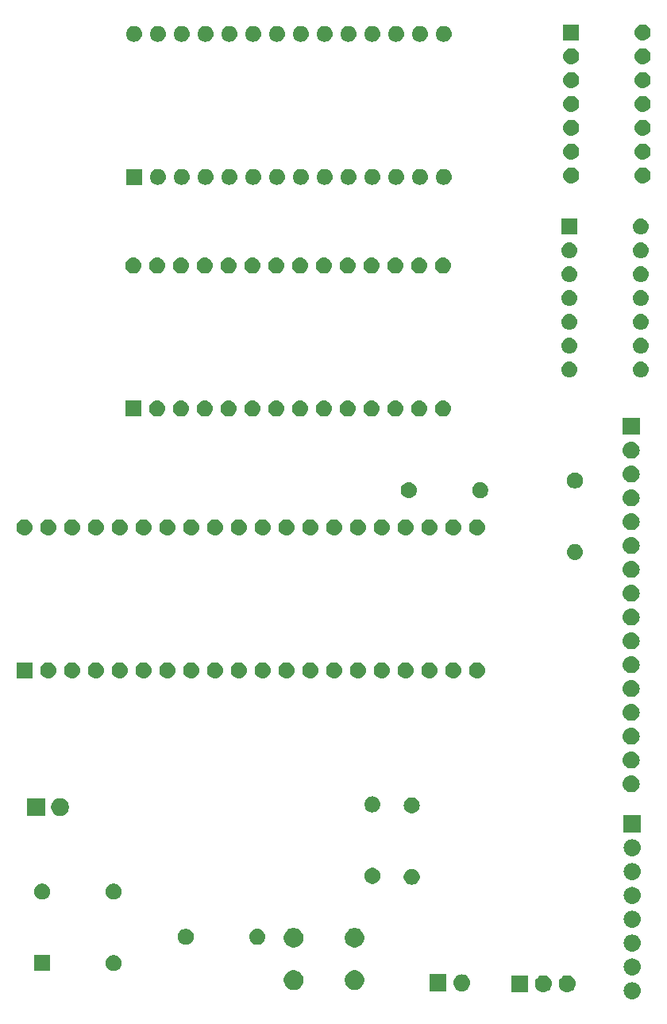
<source format=gbr>
G04 #@! TF.GenerationSoftware,KiCad,Pcbnew,5.1.4*
G04 #@! TF.CreationDate,2019-09-28T19:58:15+01:00*
G04 #@! TF.ProjectId,z802-4,7a383032-2d34-42e6-9b69-6361645f7063,rev?*
G04 #@! TF.SameCoordinates,Original*
G04 #@! TF.FileFunction,Soldermask,Bot*
G04 #@! TF.FilePolarity,Negative*
%FSLAX46Y46*%
G04 Gerber Fmt 4.6, Leading zero omitted, Abs format (unit mm)*
G04 Created by KiCad (PCBNEW 5.1.4) date 2019-09-28 19:58:15*
%MOMM*%
%LPD*%
G04 APERTURE LIST*
%ADD10C,0.100000*%
G04 APERTURE END LIST*
D10*
G36*
X138798443Y-164225519D02*
G01*
X138864627Y-164232037D01*
X139034466Y-164283557D01*
X139190991Y-164367222D01*
X139226729Y-164396552D01*
X139328186Y-164479814D01*
X139411448Y-164581271D01*
X139440778Y-164617009D01*
X139524443Y-164773534D01*
X139575963Y-164943373D01*
X139593359Y-165120000D01*
X139575963Y-165296627D01*
X139524443Y-165466466D01*
X139440778Y-165622991D01*
X139411448Y-165658729D01*
X139328186Y-165760186D01*
X139226729Y-165843448D01*
X139190991Y-165872778D01*
X139034466Y-165956443D01*
X138864627Y-166007963D01*
X138798442Y-166014482D01*
X138732260Y-166021000D01*
X138643740Y-166021000D01*
X138577558Y-166014482D01*
X138511373Y-166007963D01*
X138341534Y-165956443D01*
X138185009Y-165872778D01*
X138149271Y-165843448D01*
X138047814Y-165760186D01*
X137964552Y-165658729D01*
X137935222Y-165622991D01*
X137851557Y-165466466D01*
X137800037Y-165296627D01*
X137782641Y-165120000D01*
X137800037Y-164943373D01*
X137851557Y-164773534D01*
X137935222Y-164617009D01*
X137964552Y-164581271D01*
X138047814Y-164479814D01*
X138149271Y-164396552D01*
X138185009Y-164367222D01*
X138341534Y-164283557D01*
X138511373Y-164232037D01*
X138577557Y-164225519D01*
X138643740Y-164219000D01*
X138732260Y-164219000D01*
X138798443Y-164225519D01*
X138798443Y-164225519D01*
G37*
G36*
X131878443Y-163485519D02*
G01*
X131944627Y-163492037D01*
X132114466Y-163543557D01*
X132270991Y-163627222D01*
X132306729Y-163656552D01*
X132408186Y-163739814D01*
X132491448Y-163841271D01*
X132520778Y-163877009D01*
X132604443Y-164033534D01*
X132655963Y-164203373D01*
X132673359Y-164380000D01*
X132655963Y-164556627D01*
X132604443Y-164726466D01*
X132520778Y-164882991D01*
X132497476Y-164911384D01*
X132408186Y-165020186D01*
X132306729Y-165103448D01*
X132270991Y-165132778D01*
X132114466Y-165216443D01*
X131944627Y-165267963D01*
X131878443Y-165274481D01*
X131812260Y-165281000D01*
X131723740Y-165281000D01*
X131657557Y-165274481D01*
X131591373Y-165267963D01*
X131421534Y-165216443D01*
X131265009Y-165132778D01*
X131229271Y-165103448D01*
X131127814Y-165020186D01*
X131038524Y-164911384D01*
X131015222Y-164882991D01*
X130931557Y-164726466D01*
X130880037Y-164556627D01*
X130862641Y-164380000D01*
X130880037Y-164203373D01*
X130931557Y-164033534D01*
X131015222Y-163877009D01*
X131044552Y-163841271D01*
X131127814Y-163739814D01*
X131229271Y-163656552D01*
X131265009Y-163627222D01*
X131421534Y-163543557D01*
X131591373Y-163492037D01*
X131657557Y-163485519D01*
X131723740Y-163479000D01*
X131812260Y-163479000D01*
X131878443Y-163485519D01*
X131878443Y-163485519D01*
G37*
G36*
X129338443Y-163485519D02*
G01*
X129404627Y-163492037D01*
X129574466Y-163543557D01*
X129730991Y-163627222D01*
X129766729Y-163656552D01*
X129868186Y-163739814D01*
X129951448Y-163841271D01*
X129980778Y-163877009D01*
X130064443Y-164033534D01*
X130115963Y-164203373D01*
X130133359Y-164380000D01*
X130115963Y-164556627D01*
X130064443Y-164726466D01*
X129980778Y-164882991D01*
X129957476Y-164911384D01*
X129868186Y-165020186D01*
X129766729Y-165103448D01*
X129730991Y-165132778D01*
X129574466Y-165216443D01*
X129404627Y-165267963D01*
X129338443Y-165274481D01*
X129272260Y-165281000D01*
X129183740Y-165281000D01*
X129117557Y-165274481D01*
X129051373Y-165267963D01*
X128881534Y-165216443D01*
X128725009Y-165132778D01*
X128689271Y-165103448D01*
X128587814Y-165020186D01*
X128498524Y-164911384D01*
X128475222Y-164882991D01*
X128391557Y-164726466D01*
X128340037Y-164556627D01*
X128322641Y-164380000D01*
X128340037Y-164203373D01*
X128391557Y-164033534D01*
X128475222Y-163877009D01*
X128504552Y-163841271D01*
X128587814Y-163739814D01*
X128689271Y-163656552D01*
X128725009Y-163627222D01*
X128881534Y-163543557D01*
X129051373Y-163492037D01*
X129117557Y-163485519D01*
X129183740Y-163479000D01*
X129272260Y-163479000D01*
X129338443Y-163485519D01*
X129338443Y-163485519D01*
G37*
G36*
X127589000Y-165281000D02*
G01*
X125787000Y-165281000D01*
X125787000Y-163479000D01*
X127589000Y-163479000D01*
X127589000Y-165281000D01*
X127589000Y-165281000D01*
G37*
G36*
X118889000Y-165181000D02*
G01*
X117087000Y-165181000D01*
X117087000Y-163379000D01*
X118889000Y-163379000D01*
X118889000Y-165181000D01*
X118889000Y-165181000D01*
G37*
G36*
X120638442Y-163385518D02*
G01*
X120704627Y-163392037D01*
X120874466Y-163443557D01*
X121030991Y-163527222D01*
X121050895Y-163543557D01*
X121168186Y-163639814D01*
X121250253Y-163739814D01*
X121280778Y-163777009D01*
X121364443Y-163933534D01*
X121415963Y-164103373D01*
X121433359Y-164280000D01*
X121415963Y-164456627D01*
X121364443Y-164626466D01*
X121280778Y-164782991D01*
X121269802Y-164796365D01*
X121168186Y-164920186D01*
X121066729Y-165003448D01*
X121030991Y-165032778D01*
X120874466Y-165116443D01*
X120704627Y-165167963D01*
X120638443Y-165174481D01*
X120572260Y-165181000D01*
X120483740Y-165181000D01*
X120417557Y-165174481D01*
X120351373Y-165167963D01*
X120181534Y-165116443D01*
X120025009Y-165032778D01*
X119989271Y-165003448D01*
X119887814Y-164920186D01*
X119786198Y-164796365D01*
X119775222Y-164782991D01*
X119691557Y-164626466D01*
X119640037Y-164456627D01*
X119622641Y-164280000D01*
X119640037Y-164103373D01*
X119691557Y-163933534D01*
X119775222Y-163777009D01*
X119805747Y-163739814D01*
X119887814Y-163639814D01*
X120005105Y-163543557D01*
X120025009Y-163527222D01*
X120181534Y-163443557D01*
X120351373Y-163392037D01*
X120417558Y-163385518D01*
X120483740Y-163379000D01*
X120572260Y-163379000D01*
X120638442Y-163385518D01*
X120638442Y-163385518D01*
G37*
G36*
X109394564Y-162969389D02*
G01*
X109585833Y-163048615D01*
X109585835Y-163048616D01*
X109757973Y-163163635D01*
X109904365Y-163310027D01*
X110018606Y-163481000D01*
X110019385Y-163482167D01*
X110098611Y-163673436D01*
X110139000Y-163876484D01*
X110139000Y-164083516D01*
X110098611Y-164286564D01*
X110028169Y-164456627D01*
X110019384Y-164477835D01*
X109904365Y-164649973D01*
X109757973Y-164796365D01*
X109585835Y-164911384D01*
X109585834Y-164911385D01*
X109585833Y-164911385D01*
X109394564Y-164990611D01*
X109191516Y-165031000D01*
X108984484Y-165031000D01*
X108781436Y-164990611D01*
X108590167Y-164911385D01*
X108590166Y-164911385D01*
X108590165Y-164911384D01*
X108418027Y-164796365D01*
X108271635Y-164649973D01*
X108156616Y-164477835D01*
X108147831Y-164456627D01*
X108077389Y-164286564D01*
X108037000Y-164083516D01*
X108037000Y-163876484D01*
X108077389Y-163673436D01*
X108156615Y-163482167D01*
X108157395Y-163481000D01*
X108271635Y-163310027D01*
X108418027Y-163163635D01*
X108590165Y-163048616D01*
X108590167Y-163048615D01*
X108781436Y-162969389D01*
X108984484Y-162929000D01*
X109191516Y-162929000D01*
X109394564Y-162969389D01*
X109394564Y-162969389D01*
G37*
G36*
X102894564Y-162969389D02*
G01*
X103085833Y-163048615D01*
X103085835Y-163048616D01*
X103257973Y-163163635D01*
X103404365Y-163310027D01*
X103518606Y-163481000D01*
X103519385Y-163482167D01*
X103598611Y-163673436D01*
X103639000Y-163876484D01*
X103639000Y-164083516D01*
X103598611Y-164286564D01*
X103528169Y-164456627D01*
X103519384Y-164477835D01*
X103404365Y-164649973D01*
X103257973Y-164796365D01*
X103085835Y-164911384D01*
X103085834Y-164911385D01*
X103085833Y-164911385D01*
X102894564Y-164990611D01*
X102691516Y-165031000D01*
X102484484Y-165031000D01*
X102281436Y-164990611D01*
X102090167Y-164911385D01*
X102090166Y-164911385D01*
X102090165Y-164911384D01*
X101918027Y-164796365D01*
X101771635Y-164649973D01*
X101656616Y-164477835D01*
X101647831Y-164456627D01*
X101577389Y-164286564D01*
X101537000Y-164083516D01*
X101537000Y-163876484D01*
X101577389Y-163673436D01*
X101656615Y-163482167D01*
X101657395Y-163481000D01*
X101771635Y-163310027D01*
X101918027Y-163163635D01*
X102090165Y-163048616D01*
X102090167Y-163048615D01*
X102281436Y-162969389D01*
X102484484Y-162929000D01*
X102691516Y-162929000D01*
X102894564Y-162969389D01*
X102894564Y-162969389D01*
G37*
G36*
X138798442Y-161685518D02*
G01*
X138864627Y-161692037D01*
X139034466Y-161743557D01*
X139034468Y-161743558D01*
X139112728Y-161785389D01*
X139190991Y-161827222D01*
X139226729Y-161856552D01*
X139328186Y-161939814D01*
X139411448Y-162041271D01*
X139440778Y-162077009D01*
X139524443Y-162233534D01*
X139575963Y-162403373D01*
X139593359Y-162580000D01*
X139575963Y-162756627D01*
X139524443Y-162926466D01*
X139440778Y-163082991D01*
X139411448Y-163118729D01*
X139328186Y-163220186D01*
X139226729Y-163303448D01*
X139190991Y-163332778D01*
X139034466Y-163416443D01*
X138864627Y-163467963D01*
X138798443Y-163474481D01*
X138732260Y-163481000D01*
X138643740Y-163481000D01*
X138577557Y-163474481D01*
X138511373Y-163467963D01*
X138341534Y-163416443D01*
X138185009Y-163332778D01*
X138149271Y-163303448D01*
X138047814Y-163220186D01*
X137964552Y-163118729D01*
X137935222Y-163082991D01*
X137851557Y-162926466D01*
X137800037Y-162756627D01*
X137782641Y-162580000D01*
X137800037Y-162403373D01*
X137851557Y-162233534D01*
X137935222Y-162077009D01*
X137964552Y-162041271D01*
X138047814Y-161939814D01*
X138149271Y-161856552D01*
X138185009Y-161827222D01*
X138263272Y-161785389D01*
X138341532Y-161743558D01*
X138341534Y-161743557D01*
X138511373Y-161692037D01*
X138577558Y-161685518D01*
X138643740Y-161679000D01*
X138732260Y-161679000D01*
X138798442Y-161685518D01*
X138798442Y-161685518D01*
G37*
G36*
X76639000Y-163031000D02*
G01*
X74937000Y-163031000D01*
X74937000Y-161329000D01*
X76639000Y-161329000D01*
X76639000Y-163031000D01*
X76639000Y-163031000D01*
G37*
G36*
X83656228Y-161361703D02*
G01*
X83811100Y-161425853D01*
X83950481Y-161518985D01*
X84069015Y-161637519D01*
X84162147Y-161776900D01*
X84226297Y-161931772D01*
X84259000Y-162096184D01*
X84259000Y-162263816D01*
X84226297Y-162428228D01*
X84162147Y-162583100D01*
X84069015Y-162722481D01*
X83950481Y-162841015D01*
X83811100Y-162934147D01*
X83656228Y-162998297D01*
X83491816Y-163031000D01*
X83324184Y-163031000D01*
X83159772Y-162998297D01*
X83004900Y-162934147D01*
X82865519Y-162841015D01*
X82746985Y-162722481D01*
X82653853Y-162583100D01*
X82589703Y-162428228D01*
X82557000Y-162263816D01*
X82557000Y-162096184D01*
X82589703Y-161931772D01*
X82653853Y-161776900D01*
X82746985Y-161637519D01*
X82865519Y-161518985D01*
X83004900Y-161425853D01*
X83159772Y-161361703D01*
X83324184Y-161329000D01*
X83491816Y-161329000D01*
X83656228Y-161361703D01*
X83656228Y-161361703D01*
G37*
G36*
X138798442Y-159145518D02*
G01*
X138864627Y-159152037D01*
X139034466Y-159203557D01*
X139190991Y-159287222D01*
X139201911Y-159296184D01*
X139328186Y-159399814D01*
X139380709Y-159463815D01*
X139440778Y-159537009D01*
X139524443Y-159693534D01*
X139575963Y-159863373D01*
X139593359Y-160040000D01*
X139575963Y-160216627D01*
X139524443Y-160386466D01*
X139440778Y-160542991D01*
X139411448Y-160578729D01*
X139328186Y-160680186D01*
X139226729Y-160763448D01*
X139190991Y-160792778D01*
X139034466Y-160876443D01*
X138864627Y-160927963D01*
X138798443Y-160934481D01*
X138732260Y-160941000D01*
X138643740Y-160941000D01*
X138577557Y-160934481D01*
X138511373Y-160927963D01*
X138341534Y-160876443D01*
X138185009Y-160792778D01*
X138149271Y-160763448D01*
X138047814Y-160680186D01*
X137964552Y-160578729D01*
X137935222Y-160542991D01*
X137851557Y-160386466D01*
X137800037Y-160216627D01*
X137782641Y-160040000D01*
X137800037Y-159863373D01*
X137851557Y-159693534D01*
X137935222Y-159537009D01*
X137995291Y-159463815D01*
X138047814Y-159399814D01*
X138174089Y-159296184D01*
X138185009Y-159287222D01*
X138341534Y-159203557D01*
X138511373Y-159152037D01*
X138577558Y-159145518D01*
X138643740Y-159139000D01*
X138732260Y-159139000D01*
X138798442Y-159145518D01*
X138798442Y-159145518D01*
G37*
G36*
X109394564Y-158469389D02*
G01*
X109585833Y-158548615D01*
X109585835Y-158548616D01*
X109701427Y-158625852D01*
X109757973Y-158663635D01*
X109904365Y-158810027D01*
X110019385Y-158982167D01*
X110098611Y-159173436D01*
X110139000Y-159376484D01*
X110139000Y-159583516D01*
X110098611Y-159786564D01*
X110066795Y-159863375D01*
X110019384Y-159977835D01*
X109904365Y-160149973D01*
X109757973Y-160296365D01*
X109585835Y-160411384D01*
X109585834Y-160411385D01*
X109585833Y-160411385D01*
X109394564Y-160490611D01*
X109191516Y-160531000D01*
X108984484Y-160531000D01*
X108781436Y-160490611D01*
X108590167Y-160411385D01*
X108590166Y-160411385D01*
X108590165Y-160411384D01*
X108418027Y-160296365D01*
X108271635Y-160149973D01*
X108156616Y-159977835D01*
X108109205Y-159863375D01*
X108077389Y-159786564D01*
X108037000Y-159583516D01*
X108037000Y-159376484D01*
X108077389Y-159173436D01*
X108156615Y-158982167D01*
X108271635Y-158810027D01*
X108418027Y-158663635D01*
X108474573Y-158625852D01*
X108590165Y-158548616D01*
X108590167Y-158548615D01*
X108781436Y-158469389D01*
X108984484Y-158429000D01*
X109191516Y-158429000D01*
X109394564Y-158469389D01*
X109394564Y-158469389D01*
G37*
G36*
X102894564Y-158469389D02*
G01*
X103085833Y-158548615D01*
X103085835Y-158548616D01*
X103201427Y-158625852D01*
X103257973Y-158663635D01*
X103404365Y-158810027D01*
X103519385Y-158982167D01*
X103598611Y-159173436D01*
X103639000Y-159376484D01*
X103639000Y-159583516D01*
X103598611Y-159786564D01*
X103566795Y-159863375D01*
X103519384Y-159977835D01*
X103404365Y-160149973D01*
X103257973Y-160296365D01*
X103085835Y-160411384D01*
X103085834Y-160411385D01*
X103085833Y-160411385D01*
X102894564Y-160490611D01*
X102691516Y-160531000D01*
X102484484Y-160531000D01*
X102281436Y-160490611D01*
X102090167Y-160411385D01*
X102090166Y-160411385D01*
X102090165Y-160411384D01*
X101918027Y-160296365D01*
X101771635Y-160149973D01*
X101656616Y-159977835D01*
X101609205Y-159863375D01*
X101577389Y-159786564D01*
X101537000Y-159583516D01*
X101537000Y-159376484D01*
X101577389Y-159173436D01*
X101656615Y-158982167D01*
X101771635Y-158810027D01*
X101918027Y-158663635D01*
X101974573Y-158625852D01*
X102090165Y-158548616D01*
X102090167Y-158548615D01*
X102281436Y-158469389D01*
X102484484Y-158429000D01*
X102691516Y-158429000D01*
X102894564Y-158469389D01*
X102894564Y-158469389D01*
G37*
G36*
X98874823Y-158541313D02*
G01*
X99035242Y-158589976D01*
X99102361Y-158625852D01*
X99183078Y-158668996D01*
X99312659Y-158775341D01*
X99419004Y-158904922D01*
X99419005Y-158904924D01*
X99498024Y-159052758D01*
X99546687Y-159213177D01*
X99563117Y-159380000D01*
X99546687Y-159546823D01*
X99498024Y-159707242D01*
X99457477Y-159783100D01*
X99419004Y-159855078D01*
X99312659Y-159984659D01*
X99183078Y-160091004D01*
X99183076Y-160091005D01*
X99035242Y-160170024D01*
X98874823Y-160218687D01*
X98749804Y-160231000D01*
X98666196Y-160231000D01*
X98541177Y-160218687D01*
X98380758Y-160170024D01*
X98232924Y-160091005D01*
X98232922Y-160091004D01*
X98103341Y-159984659D01*
X97996996Y-159855078D01*
X97958523Y-159783100D01*
X97917976Y-159707242D01*
X97869313Y-159546823D01*
X97852883Y-159380000D01*
X97869313Y-159213177D01*
X97917976Y-159052758D01*
X97996995Y-158904924D01*
X97996996Y-158904922D01*
X98103341Y-158775341D01*
X98232922Y-158668996D01*
X98313639Y-158625852D01*
X98380758Y-158589976D01*
X98541177Y-158541313D01*
X98666196Y-158529000D01*
X98749804Y-158529000D01*
X98874823Y-158541313D01*
X98874823Y-158541313D01*
G37*
G36*
X91336228Y-158561703D02*
G01*
X91491100Y-158625853D01*
X91630481Y-158718985D01*
X91749015Y-158837519D01*
X91842147Y-158976900D01*
X91906297Y-159131772D01*
X91939000Y-159296184D01*
X91939000Y-159463816D01*
X91906297Y-159628228D01*
X91842147Y-159783100D01*
X91749015Y-159922481D01*
X91630481Y-160041015D01*
X91491100Y-160134147D01*
X91336228Y-160198297D01*
X91171816Y-160231000D01*
X91004184Y-160231000D01*
X90839772Y-160198297D01*
X90684900Y-160134147D01*
X90545519Y-160041015D01*
X90426985Y-159922481D01*
X90333853Y-159783100D01*
X90269703Y-159628228D01*
X90237000Y-159463816D01*
X90237000Y-159296184D01*
X90269703Y-159131772D01*
X90333853Y-158976900D01*
X90426985Y-158837519D01*
X90545519Y-158718985D01*
X90684900Y-158625853D01*
X90839772Y-158561703D01*
X91004184Y-158529000D01*
X91171816Y-158529000D01*
X91336228Y-158561703D01*
X91336228Y-158561703D01*
G37*
G36*
X138798442Y-156605518D02*
G01*
X138864627Y-156612037D01*
X139034466Y-156663557D01*
X139190991Y-156747222D01*
X139226729Y-156776552D01*
X139328186Y-156859814D01*
X139411448Y-156961271D01*
X139440778Y-156997009D01*
X139524443Y-157153534D01*
X139575963Y-157323373D01*
X139593359Y-157500000D01*
X139575963Y-157676627D01*
X139524443Y-157846466D01*
X139440778Y-158002991D01*
X139411448Y-158038729D01*
X139328186Y-158140186D01*
X139226729Y-158223448D01*
X139190991Y-158252778D01*
X139034466Y-158336443D01*
X138864627Y-158387963D01*
X138798442Y-158394482D01*
X138732260Y-158401000D01*
X138643740Y-158401000D01*
X138577558Y-158394482D01*
X138511373Y-158387963D01*
X138341534Y-158336443D01*
X138185009Y-158252778D01*
X138149271Y-158223448D01*
X138047814Y-158140186D01*
X137964552Y-158038729D01*
X137935222Y-158002991D01*
X137851557Y-157846466D01*
X137800037Y-157676627D01*
X137782641Y-157500000D01*
X137800037Y-157323373D01*
X137851557Y-157153534D01*
X137935222Y-156997009D01*
X137964552Y-156961271D01*
X138047814Y-156859814D01*
X138149271Y-156776552D01*
X138185009Y-156747222D01*
X138341534Y-156663557D01*
X138511373Y-156612037D01*
X138577558Y-156605518D01*
X138643740Y-156599000D01*
X138732260Y-156599000D01*
X138798442Y-156605518D01*
X138798442Y-156605518D01*
G37*
G36*
X138798442Y-154065518D02*
G01*
X138864627Y-154072037D01*
X139034466Y-154123557D01*
X139034468Y-154123558D01*
X139112728Y-154165389D01*
X139190991Y-154207222D01*
X139226729Y-154236552D01*
X139328186Y-154319814D01*
X139411448Y-154421271D01*
X139440778Y-154457009D01*
X139524443Y-154613534D01*
X139575963Y-154783373D01*
X139593359Y-154960000D01*
X139575963Y-155136627D01*
X139524443Y-155306466D01*
X139440778Y-155462991D01*
X139411448Y-155498729D01*
X139328186Y-155600186D01*
X139226729Y-155683448D01*
X139190991Y-155712778D01*
X139034466Y-155796443D01*
X138864627Y-155847963D01*
X138798442Y-155854482D01*
X138732260Y-155861000D01*
X138643740Y-155861000D01*
X138577558Y-155854482D01*
X138511373Y-155847963D01*
X138341534Y-155796443D01*
X138185009Y-155712778D01*
X138149271Y-155683448D01*
X138047814Y-155600186D01*
X137964552Y-155498729D01*
X137935222Y-155462991D01*
X137851557Y-155306466D01*
X137800037Y-155136627D01*
X137782641Y-154960000D01*
X137800037Y-154783373D01*
X137851557Y-154613534D01*
X137935222Y-154457009D01*
X137964552Y-154421271D01*
X138047814Y-154319814D01*
X138149271Y-154236552D01*
X138185009Y-154207222D01*
X138263272Y-154165389D01*
X138341532Y-154123558D01*
X138341534Y-154123557D01*
X138511373Y-154072037D01*
X138577558Y-154065518D01*
X138643740Y-154059000D01*
X138732260Y-154059000D01*
X138798442Y-154065518D01*
X138798442Y-154065518D01*
G37*
G36*
X76036228Y-153741703D02*
G01*
X76191100Y-153805853D01*
X76330481Y-153898985D01*
X76449015Y-154017519D01*
X76542147Y-154156900D01*
X76606297Y-154311772D01*
X76639000Y-154476184D01*
X76639000Y-154643816D01*
X76606297Y-154808228D01*
X76542147Y-154963100D01*
X76449015Y-155102481D01*
X76330481Y-155221015D01*
X76191100Y-155314147D01*
X76036228Y-155378297D01*
X75871816Y-155411000D01*
X75704184Y-155411000D01*
X75539772Y-155378297D01*
X75384900Y-155314147D01*
X75245519Y-155221015D01*
X75126985Y-155102481D01*
X75033853Y-154963100D01*
X74969703Y-154808228D01*
X74937000Y-154643816D01*
X74937000Y-154476184D01*
X74969703Y-154311772D01*
X75033853Y-154156900D01*
X75126985Y-154017519D01*
X75245519Y-153898985D01*
X75384900Y-153805853D01*
X75539772Y-153741703D01*
X75704184Y-153709000D01*
X75871816Y-153709000D01*
X76036228Y-153741703D01*
X76036228Y-153741703D01*
G37*
G36*
X83656228Y-153741703D02*
G01*
X83811100Y-153805853D01*
X83950481Y-153898985D01*
X84069015Y-154017519D01*
X84162147Y-154156900D01*
X84226297Y-154311772D01*
X84259000Y-154476184D01*
X84259000Y-154643816D01*
X84226297Y-154808228D01*
X84162147Y-154963100D01*
X84069015Y-155102481D01*
X83950481Y-155221015D01*
X83811100Y-155314147D01*
X83656228Y-155378297D01*
X83491816Y-155411000D01*
X83324184Y-155411000D01*
X83159772Y-155378297D01*
X83004900Y-155314147D01*
X82865519Y-155221015D01*
X82746985Y-155102481D01*
X82653853Y-154963100D01*
X82589703Y-154808228D01*
X82557000Y-154643816D01*
X82557000Y-154476184D01*
X82589703Y-154311772D01*
X82653853Y-154156900D01*
X82746985Y-154017519D01*
X82865519Y-153898985D01*
X83004900Y-153805853D01*
X83159772Y-153741703D01*
X83324184Y-153709000D01*
X83491816Y-153709000D01*
X83656228Y-153741703D01*
X83656228Y-153741703D01*
G37*
G36*
X115436228Y-152161703D02*
G01*
X115591100Y-152225853D01*
X115730481Y-152318985D01*
X115849015Y-152437519D01*
X115942147Y-152576900D01*
X116006297Y-152731772D01*
X116039000Y-152896184D01*
X116039000Y-153063816D01*
X116006297Y-153228228D01*
X115942147Y-153383100D01*
X115849015Y-153522481D01*
X115730481Y-153641015D01*
X115591100Y-153734147D01*
X115436228Y-153798297D01*
X115271816Y-153831000D01*
X115104184Y-153831000D01*
X114939772Y-153798297D01*
X114784900Y-153734147D01*
X114645519Y-153641015D01*
X114526985Y-153522481D01*
X114433853Y-153383100D01*
X114369703Y-153228228D01*
X114337000Y-153063816D01*
X114337000Y-152896184D01*
X114369703Y-152731772D01*
X114433853Y-152576900D01*
X114526985Y-152437519D01*
X114645519Y-152318985D01*
X114784900Y-152225853D01*
X114939772Y-152161703D01*
X115104184Y-152129000D01*
X115271816Y-152129000D01*
X115436228Y-152161703D01*
X115436228Y-152161703D01*
G37*
G36*
X111236228Y-152061703D02*
G01*
X111391100Y-152125853D01*
X111530481Y-152218985D01*
X111649015Y-152337519D01*
X111742147Y-152476900D01*
X111806297Y-152631772D01*
X111839000Y-152796184D01*
X111839000Y-152963816D01*
X111806297Y-153128228D01*
X111742147Y-153283100D01*
X111649015Y-153422481D01*
X111530481Y-153541015D01*
X111391100Y-153634147D01*
X111236228Y-153698297D01*
X111071816Y-153731000D01*
X110904184Y-153731000D01*
X110739772Y-153698297D01*
X110584900Y-153634147D01*
X110445519Y-153541015D01*
X110326985Y-153422481D01*
X110233853Y-153283100D01*
X110169703Y-153128228D01*
X110137000Y-152963816D01*
X110137000Y-152796184D01*
X110169703Y-152631772D01*
X110233853Y-152476900D01*
X110326985Y-152337519D01*
X110445519Y-152218985D01*
X110584900Y-152125853D01*
X110739772Y-152061703D01*
X110904184Y-152029000D01*
X111071816Y-152029000D01*
X111236228Y-152061703D01*
X111236228Y-152061703D01*
G37*
G36*
X138798443Y-151525519D02*
G01*
X138864627Y-151532037D01*
X139034466Y-151583557D01*
X139190991Y-151667222D01*
X139226729Y-151696552D01*
X139328186Y-151779814D01*
X139411448Y-151881271D01*
X139440778Y-151917009D01*
X139524443Y-152073534D01*
X139575963Y-152243373D01*
X139593359Y-152420000D01*
X139575963Y-152596627D01*
X139524443Y-152766466D01*
X139440778Y-152922991D01*
X139411448Y-152958729D01*
X139328186Y-153060186D01*
X139245275Y-153128228D01*
X139190991Y-153172778D01*
X139034466Y-153256443D01*
X138864627Y-153307963D01*
X138798443Y-153314481D01*
X138732260Y-153321000D01*
X138643740Y-153321000D01*
X138577557Y-153314481D01*
X138511373Y-153307963D01*
X138341534Y-153256443D01*
X138185009Y-153172778D01*
X138130725Y-153128228D01*
X138047814Y-153060186D01*
X137964552Y-152958729D01*
X137935222Y-152922991D01*
X137851557Y-152766466D01*
X137800037Y-152596627D01*
X137782641Y-152420000D01*
X137800037Y-152243373D01*
X137851557Y-152073534D01*
X137935222Y-151917009D01*
X137964552Y-151881271D01*
X138047814Y-151779814D01*
X138149271Y-151696552D01*
X138185009Y-151667222D01*
X138341534Y-151583557D01*
X138511373Y-151532037D01*
X138577557Y-151525519D01*
X138643740Y-151519000D01*
X138732260Y-151519000D01*
X138798443Y-151525519D01*
X138798443Y-151525519D01*
G37*
G36*
X138798442Y-148985518D02*
G01*
X138864627Y-148992037D01*
X139034466Y-149043557D01*
X139190991Y-149127222D01*
X139226729Y-149156552D01*
X139328186Y-149239814D01*
X139411448Y-149341271D01*
X139440778Y-149377009D01*
X139524443Y-149533534D01*
X139575963Y-149703373D01*
X139593359Y-149880000D01*
X139575963Y-150056627D01*
X139524443Y-150226466D01*
X139440778Y-150382991D01*
X139411448Y-150418729D01*
X139328186Y-150520186D01*
X139226729Y-150603448D01*
X139190991Y-150632778D01*
X139034466Y-150716443D01*
X138864627Y-150767963D01*
X138798442Y-150774482D01*
X138732260Y-150781000D01*
X138643740Y-150781000D01*
X138577558Y-150774482D01*
X138511373Y-150767963D01*
X138341534Y-150716443D01*
X138185009Y-150632778D01*
X138149271Y-150603448D01*
X138047814Y-150520186D01*
X137964552Y-150418729D01*
X137935222Y-150382991D01*
X137851557Y-150226466D01*
X137800037Y-150056627D01*
X137782641Y-149880000D01*
X137800037Y-149703373D01*
X137851557Y-149533534D01*
X137935222Y-149377009D01*
X137964552Y-149341271D01*
X138047814Y-149239814D01*
X138149271Y-149156552D01*
X138185009Y-149127222D01*
X138341534Y-149043557D01*
X138511373Y-148992037D01*
X138577558Y-148985518D01*
X138643740Y-148979000D01*
X138732260Y-148979000D01*
X138798442Y-148985518D01*
X138798442Y-148985518D01*
G37*
G36*
X139589000Y-148241000D02*
G01*
X137787000Y-148241000D01*
X137787000Y-146439000D01*
X139589000Y-146439000D01*
X139589000Y-148241000D01*
X139589000Y-148241000D01*
G37*
G36*
X76099000Y-146493000D02*
G01*
X74197000Y-146493000D01*
X74197000Y-144591000D01*
X76099000Y-144591000D01*
X76099000Y-146493000D01*
X76099000Y-146493000D01*
G37*
G36*
X77965395Y-144627546D02*
G01*
X78138466Y-144699234D01*
X78138467Y-144699235D01*
X78294227Y-144803310D01*
X78426690Y-144935773D01*
X78426691Y-144935775D01*
X78530766Y-145091534D01*
X78602454Y-145264605D01*
X78639000Y-145448333D01*
X78639000Y-145635667D01*
X78602454Y-145819395D01*
X78530766Y-145992466D01*
X78530765Y-145992467D01*
X78426690Y-146148227D01*
X78294227Y-146280690D01*
X78215818Y-146333081D01*
X78138466Y-146384766D01*
X77965395Y-146456454D01*
X77781667Y-146493000D01*
X77594333Y-146493000D01*
X77410605Y-146456454D01*
X77237534Y-146384766D01*
X77160182Y-146333081D01*
X77081773Y-146280690D01*
X76949310Y-146148227D01*
X76845235Y-145992467D01*
X76845234Y-145992466D01*
X76773546Y-145819395D01*
X76737000Y-145635667D01*
X76737000Y-145448333D01*
X76773546Y-145264605D01*
X76845234Y-145091534D01*
X76949309Y-144935775D01*
X76949310Y-144935773D01*
X77081773Y-144803310D01*
X77237533Y-144699235D01*
X77237534Y-144699234D01*
X77410605Y-144627546D01*
X77594333Y-144591000D01*
X77781667Y-144591000D01*
X77965395Y-144627546D01*
X77965395Y-144627546D01*
G37*
G36*
X115354823Y-144521313D02*
G01*
X115515242Y-144569976D01*
X115647906Y-144640886D01*
X115663078Y-144648996D01*
X115792659Y-144755341D01*
X115899004Y-144884922D01*
X115899005Y-144884924D01*
X115978024Y-145032758D01*
X116026687Y-145193177D01*
X116043117Y-145360000D01*
X116026687Y-145526823D01*
X115978024Y-145687242D01*
X115952456Y-145735076D01*
X115899004Y-145835078D01*
X115792659Y-145964659D01*
X115663078Y-146071004D01*
X115663076Y-146071005D01*
X115515242Y-146150024D01*
X115354823Y-146198687D01*
X115229804Y-146211000D01*
X115146196Y-146211000D01*
X115021177Y-146198687D01*
X114860758Y-146150024D01*
X114712924Y-146071005D01*
X114712922Y-146071004D01*
X114583341Y-145964659D01*
X114476996Y-145835078D01*
X114423544Y-145735076D01*
X114397976Y-145687242D01*
X114349313Y-145526823D01*
X114332883Y-145360000D01*
X114349313Y-145193177D01*
X114397976Y-145032758D01*
X114476995Y-144884924D01*
X114476996Y-144884922D01*
X114583341Y-144755341D01*
X114712922Y-144648996D01*
X114728094Y-144640886D01*
X114860758Y-144569976D01*
X115021177Y-144521313D01*
X115146196Y-144509000D01*
X115229804Y-144509000D01*
X115354823Y-144521313D01*
X115354823Y-144521313D01*
G37*
G36*
X111154823Y-144421313D02*
G01*
X111315242Y-144469976D01*
X111447906Y-144540886D01*
X111463078Y-144548996D01*
X111592659Y-144655341D01*
X111699004Y-144784922D01*
X111699005Y-144784924D01*
X111778024Y-144932758D01*
X111826687Y-145093177D01*
X111843117Y-145260000D01*
X111826687Y-145426823D01*
X111778024Y-145587242D01*
X111752141Y-145635665D01*
X111699004Y-145735078D01*
X111592659Y-145864659D01*
X111463078Y-145971004D01*
X111463076Y-145971005D01*
X111315242Y-146050024D01*
X111154823Y-146098687D01*
X111029804Y-146111000D01*
X110946196Y-146111000D01*
X110821177Y-146098687D01*
X110660758Y-146050024D01*
X110512924Y-145971005D01*
X110512922Y-145971004D01*
X110383341Y-145864659D01*
X110276996Y-145735078D01*
X110223859Y-145635665D01*
X110197976Y-145587242D01*
X110149313Y-145426823D01*
X110132883Y-145260000D01*
X110149313Y-145093177D01*
X110197976Y-144932758D01*
X110276995Y-144784924D01*
X110276996Y-144784922D01*
X110383341Y-144655341D01*
X110512922Y-144548996D01*
X110528094Y-144540886D01*
X110660758Y-144469976D01*
X110821177Y-144421313D01*
X110946196Y-144409000D01*
X111029804Y-144409000D01*
X111154823Y-144421313D01*
X111154823Y-144421313D01*
G37*
G36*
X138698442Y-142185518D02*
G01*
X138764627Y-142192037D01*
X138934466Y-142243557D01*
X139090991Y-142327222D01*
X139126729Y-142356552D01*
X139228186Y-142439814D01*
X139311448Y-142541271D01*
X139340778Y-142577009D01*
X139424443Y-142733534D01*
X139475963Y-142903373D01*
X139493359Y-143080000D01*
X139475963Y-143256627D01*
X139424443Y-143426466D01*
X139340778Y-143582991D01*
X139311448Y-143618729D01*
X139228186Y-143720186D01*
X139126729Y-143803448D01*
X139090991Y-143832778D01*
X138934466Y-143916443D01*
X138764627Y-143967963D01*
X138698443Y-143974481D01*
X138632260Y-143981000D01*
X138543740Y-143981000D01*
X138477557Y-143974481D01*
X138411373Y-143967963D01*
X138241534Y-143916443D01*
X138085009Y-143832778D01*
X138049271Y-143803448D01*
X137947814Y-143720186D01*
X137864552Y-143618729D01*
X137835222Y-143582991D01*
X137751557Y-143426466D01*
X137700037Y-143256627D01*
X137682641Y-143080000D01*
X137700037Y-142903373D01*
X137751557Y-142733534D01*
X137835222Y-142577009D01*
X137864552Y-142541271D01*
X137947814Y-142439814D01*
X138049271Y-142356552D01*
X138085009Y-142327222D01*
X138241534Y-142243557D01*
X138411373Y-142192037D01*
X138477558Y-142185518D01*
X138543740Y-142179000D01*
X138632260Y-142179000D01*
X138698442Y-142185518D01*
X138698442Y-142185518D01*
G37*
G36*
X138698442Y-139645518D02*
G01*
X138764627Y-139652037D01*
X138934466Y-139703557D01*
X139090991Y-139787222D01*
X139126729Y-139816552D01*
X139228186Y-139899814D01*
X139311448Y-140001271D01*
X139340778Y-140037009D01*
X139424443Y-140193534D01*
X139475963Y-140363373D01*
X139493359Y-140540000D01*
X139475963Y-140716627D01*
X139424443Y-140886466D01*
X139340778Y-141042991D01*
X139311448Y-141078729D01*
X139228186Y-141180186D01*
X139126729Y-141263448D01*
X139090991Y-141292778D01*
X138934466Y-141376443D01*
X138764627Y-141427963D01*
X138698442Y-141434482D01*
X138632260Y-141441000D01*
X138543740Y-141441000D01*
X138477558Y-141434482D01*
X138411373Y-141427963D01*
X138241534Y-141376443D01*
X138085009Y-141292778D01*
X138049271Y-141263448D01*
X137947814Y-141180186D01*
X137864552Y-141078729D01*
X137835222Y-141042991D01*
X137751557Y-140886466D01*
X137700037Y-140716627D01*
X137682641Y-140540000D01*
X137700037Y-140363373D01*
X137751557Y-140193534D01*
X137835222Y-140037009D01*
X137864552Y-140001271D01*
X137947814Y-139899814D01*
X138049271Y-139816552D01*
X138085009Y-139787222D01*
X138241534Y-139703557D01*
X138411373Y-139652037D01*
X138477558Y-139645518D01*
X138543740Y-139639000D01*
X138632260Y-139639000D01*
X138698442Y-139645518D01*
X138698442Y-139645518D01*
G37*
G36*
X138698442Y-137105518D02*
G01*
X138764627Y-137112037D01*
X138934466Y-137163557D01*
X139090991Y-137247222D01*
X139126729Y-137276552D01*
X139228186Y-137359814D01*
X139311448Y-137461271D01*
X139340778Y-137497009D01*
X139424443Y-137653534D01*
X139475963Y-137823373D01*
X139493359Y-138000000D01*
X139475963Y-138176627D01*
X139424443Y-138346466D01*
X139340778Y-138502991D01*
X139311448Y-138538729D01*
X139228186Y-138640186D01*
X139126729Y-138723448D01*
X139090991Y-138752778D01*
X138934466Y-138836443D01*
X138764627Y-138887963D01*
X138698443Y-138894481D01*
X138632260Y-138901000D01*
X138543740Y-138901000D01*
X138477557Y-138894481D01*
X138411373Y-138887963D01*
X138241534Y-138836443D01*
X138085009Y-138752778D01*
X138049271Y-138723448D01*
X137947814Y-138640186D01*
X137864552Y-138538729D01*
X137835222Y-138502991D01*
X137751557Y-138346466D01*
X137700037Y-138176627D01*
X137682641Y-138000000D01*
X137700037Y-137823373D01*
X137751557Y-137653534D01*
X137835222Y-137497009D01*
X137864552Y-137461271D01*
X137947814Y-137359814D01*
X138049271Y-137276552D01*
X138085009Y-137247222D01*
X138241534Y-137163557D01*
X138411373Y-137112037D01*
X138477558Y-137105518D01*
X138543740Y-137099000D01*
X138632260Y-137099000D01*
X138698442Y-137105518D01*
X138698442Y-137105518D01*
G37*
G36*
X138698442Y-134565518D02*
G01*
X138764627Y-134572037D01*
X138934466Y-134623557D01*
X139090991Y-134707222D01*
X139126729Y-134736552D01*
X139228186Y-134819814D01*
X139311448Y-134921271D01*
X139340778Y-134957009D01*
X139424443Y-135113534D01*
X139475963Y-135283373D01*
X139493359Y-135460000D01*
X139475963Y-135636627D01*
X139424443Y-135806466D01*
X139340778Y-135962991D01*
X139311448Y-135998729D01*
X139228186Y-136100186D01*
X139126729Y-136183448D01*
X139090991Y-136212778D01*
X138934466Y-136296443D01*
X138764627Y-136347963D01*
X138698442Y-136354482D01*
X138632260Y-136361000D01*
X138543740Y-136361000D01*
X138477558Y-136354482D01*
X138411373Y-136347963D01*
X138241534Y-136296443D01*
X138085009Y-136212778D01*
X138049271Y-136183448D01*
X137947814Y-136100186D01*
X137864552Y-135998729D01*
X137835222Y-135962991D01*
X137751557Y-135806466D01*
X137700037Y-135636627D01*
X137682641Y-135460000D01*
X137700037Y-135283373D01*
X137751557Y-135113534D01*
X137835222Y-134957009D01*
X137864552Y-134921271D01*
X137947814Y-134819814D01*
X138049271Y-134736552D01*
X138085009Y-134707222D01*
X138241534Y-134623557D01*
X138411373Y-134572037D01*
X138477558Y-134565518D01*
X138543740Y-134559000D01*
X138632260Y-134559000D01*
X138698442Y-134565518D01*
X138698442Y-134565518D01*
G37*
G36*
X138698442Y-132025518D02*
G01*
X138764627Y-132032037D01*
X138934466Y-132083557D01*
X139090991Y-132167222D01*
X139126729Y-132196552D01*
X139228186Y-132279814D01*
X139311448Y-132381271D01*
X139340778Y-132417009D01*
X139424443Y-132573534D01*
X139475963Y-132743373D01*
X139493359Y-132920000D01*
X139475963Y-133096627D01*
X139424443Y-133266466D01*
X139340778Y-133422991D01*
X139311448Y-133458729D01*
X139228186Y-133560186D01*
X139126729Y-133643448D01*
X139090991Y-133672778D01*
X138934466Y-133756443D01*
X138764627Y-133807963D01*
X138698442Y-133814482D01*
X138632260Y-133821000D01*
X138543740Y-133821000D01*
X138477558Y-133814482D01*
X138411373Y-133807963D01*
X138241534Y-133756443D01*
X138085009Y-133672778D01*
X138049271Y-133643448D01*
X137947814Y-133560186D01*
X137864552Y-133458729D01*
X137835222Y-133422991D01*
X137751557Y-133266466D01*
X137700037Y-133096627D01*
X137682641Y-132920000D01*
X137700037Y-132743373D01*
X137751557Y-132573534D01*
X137835222Y-132417009D01*
X137864552Y-132381271D01*
X137947814Y-132279814D01*
X138049271Y-132196552D01*
X138085009Y-132167222D01*
X138241534Y-132083557D01*
X138411373Y-132032037D01*
X138477558Y-132025518D01*
X138543740Y-132019000D01*
X138632260Y-132019000D01*
X138698442Y-132025518D01*
X138698442Y-132025518D01*
G37*
G36*
X99454823Y-130141313D02*
G01*
X99615242Y-130189976D01*
X99747906Y-130260886D01*
X99763078Y-130268996D01*
X99892659Y-130375341D01*
X99999004Y-130504922D01*
X99999005Y-130504924D01*
X100078024Y-130652758D01*
X100126687Y-130813177D01*
X100143117Y-130980000D01*
X100126687Y-131146823D01*
X100126686Y-131146825D01*
X100085985Y-131281000D01*
X100078024Y-131307242D01*
X100007114Y-131439906D01*
X99999004Y-131455078D01*
X99892659Y-131584659D01*
X99763078Y-131691004D01*
X99763076Y-131691005D01*
X99615242Y-131770024D01*
X99454823Y-131818687D01*
X99329804Y-131831000D01*
X99246196Y-131831000D01*
X99121177Y-131818687D01*
X98960758Y-131770024D01*
X98812924Y-131691005D01*
X98812922Y-131691004D01*
X98683341Y-131584659D01*
X98576996Y-131455078D01*
X98568886Y-131439906D01*
X98497976Y-131307242D01*
X98490016Y-131281000D01*
X98449314Y-131146825D01*
X98449313Y-131146823D01*
X98432883Y-130980000D01*
X98449313Y-130813177D01*
X98497976Y-130652758D01*
X98576995Y-130504924D01*
X98576996Y-130504922D01*
X98683341Y-130375341D01*
X98812922Y-130268996D01*
X98828094Y-130260886D01*
X98960758Y-130189976D01*
X99121177Y-130141313D01*
X99246196Y-130129000D01*
X99329804Y-130129000D01*
X99454823Y-130141313D01*
X99454823Y-130141313D01*
G37*
G36*
X89294823Y-130141313D02*
G01*
X89455242Y-130189976D01*
X89587906Y-130260886D01*
X89603078Y-130268996D01*
X89732659Y-130375341D01*
X89839004Y-130504922D01*
X89839005Y-130504924D01*
X89918024Y-130652758D01*
X89966687Y-130813177D01*
X89983117Y-130980000D01*
X89966687Y-131146823D01*
X89966686Y-131146825D01*
X89925985Y-131281000D01*
X89918024Y-131307242D01*
X89847114Y-131439906D01*
X89839004Y-131455078D01*
X89732659Y-131584659D01*
X89603078Y-131691004D01*
X89603076Y-131691005D01*
X89455242Y-131770024D01*
X89294823Y-131818687D01*
X89169804Y-131831000D01*
X89086196Y-131831000D01*
X88961177Y-131818687D01*
X88800758Y-131770024D01*
X88652924Y-131691005D01*
X88652922Y-131691004D01*
X88523341Y-131584659D01*
X88416996Y-131455078D01*
X88408886Y-131439906D01*
X88337976Y-131307242D01*
X88330016Y-131281000D01*
X88289314Y-131146825D01*
X88289313Y-131146823D01*
X88272883Y-130980000D01*
X88289313Y-130813177D01*
X88337976Y-130652758D01*
X88416995Y-130504924D01*
X88416996Y-130504922D01*
X88523341Y-130375341D01*
X88652922Y-130268996D01*
X88668094Y-130260886D01*
X88800758Y-130189976D01*
X88961177Y-130141313D01*
X89086196Y-130129000D01*
X89169804Y-130129000D01*
X89294823Y-130141313D01*
X89294823Y-130141313D01*
G37*
G36*
X96914823Y-130141313D02*
G01*
X97075242Y-130189976D01*
X97207906Y-130260886D01*
X97223078Y-130268996D01*
X97352659Y-130375341D01*
X97459004Y-130504922D01*
X97459005Y-130504924D01*
X97538024Y-130652758D01*
X97586687Y-130813177D01*
X97603117Y-130980000D01*
X97586687Y-131146823D01*
X97586686Y-131146825D01*
X97545985Y-131281000D01*
X97538024Y-131307242D01*
X97467114Y-131439906D01*
X97459004Y-131455078D01*
X97352659Y-131584659D01*
X97223078Y-131691004D01*
X97223076Y-131691005D01*
X97075242Y-131770024D01*
X96914823Y-131818687D01*
X96789804Y-131831000D01*
X96706196Y-131831000D01*
X96581177Y-131818687D01*
X96420758Y-131770024D01*
X96272924Y-131691005D01*
X96272922Y-131691004D01*
X96143341Y-131584659D01*
X96036996Y-131455078D01*
X96028886Y-131439906D01*
X95957976Y-131307242D01*
X95950016Y-131281000D01*
X95909314Y-131146825D01*
X95909313Y-131146823D01*
X95892883Y-130980000D01*
X95909313Y-130813177D01*
X95957976Y-130652758D01*
X96036995Y-130504924D01*
X96036996Y-130504922D01*
X96143341Y-130375341D01*
X96272922Y-130268996D01*
X96288094Y-130260886D01*
X96420758Y-130189976D01*
X96581177Y-130141313D01*
X96706196Y-130129000D01*
X96789804Y-130129000D01*
X96914823Y-130141313D01*
X96914823Y-130141313D01*
G37*
G36*
X91834823Y-130141313D02*
G01*
X91995242Y-130189976D01*
X92127906Y-130260886D01*
X92143078Y-130268996D01*
X92272659Y-130375341D01*
X92379004Y-130504922D01*
X92379005Y-130504924D01*
X92458024Y-130652758D01*
X92506687Y-130813177D01*
X92523117Y-130980000D01*
X92506687Y-131146823D01*
X92506686Y-131146825D01*
X92465985Y-131281000D01*
X92458024Y-131307242D01*
X92387114Y-131439906D01*
X92379004Y-131455078D01*
X92272659Y-131584659D01*
X92143078Y-131691004D01*
X92143076Y-131691005D01*
X91995242Y-131770024D01*
X91834823Y-131818687D01*
X91709804Y-131831000D01*
X91626196Y-131831000D01*
X91501177Y-131818687D01*
X91340758Y-131770024D01*
X91192924Y-131691005D01*
X91192922Y-131691004D01*
X91063341Y-131584659D01*
X90956996Y-131455078D01*
X90948886Y-131439906D01*
X90877976Y-131307242D01*
X90870016Y-131281000D01*
X90829314Y-131146825D01*
X90829313Y-131146823D01*
X90812883Y-130980000D01*
X90829313Y-130813177D01*
X90877976Y-130652758D01*
X90956995Y-130504924D01*
X90956996Y-130504922D01*
X91063341Y-130375341D01*
X91192922Y-130268996D01*
X91208094Y-130260886D01*
X91340758Y-130189976D01*
X91501177Y-130141313D01*
X91626196Y-130129000D01*
X91709804Y-130129000D01*
X91834823Y-130141313D01*
X91834823Y-130141313D01*
G37*
G36*
X86754823Y-130141313D02*
G01*
X86915242Y-130189976D01*
X87047906Y-130260886D01*
X87063078Y-130268996D01*
X87192659Y-130375341D01*
X87299004Y-130504922D01*
X87299005Y-130504924D01*
X87378024Y-130652758D01*
X87426687Y-130813177D01*
X87443117Y-130980000D01*
X87426687Y-131146823D01*
X87426686Y-131146825D01*
X87385985Y-131281000D01*
X87378024Y-131307242D01*
X87307114Y-131439906D01*
X87299004Y-131455078D01*
X87192659Y-131584659D01*
X87063078Y-131691004D01*
X87063076Y-131691005D01*
X86915242Y-131770024D01*
X86754823Y-131818687D01*
X86629804Y-131831000D01*
X86546196Y-131831000D01*
X86421177Y-131818687D01*
X86260758Y-131770024D01*
X86112924Y-131691005D01*
X86112922Y-131691004D01*
X85983341Y-131584659D01*
X85876996Y-131455078D01*
X85868886Y-131439906D01*
X85797976Y-131307242D01*
X85790016Y-131281000D01*
X85749314Y-131146825D01*
X85749313Y-131146823D01*
X85732883Y-130980000D01*
X85749313Y-130813177D01*
X85797976Y-130652758D01*
X85876995Y-130504924D01*
X85876996Y-130504922D01*
X85983341Y-130375341D01*
X86112922Y-130268996D01*
X86128094Y-130260886D01*
X86260758Y-130189976D01*
X86421177Y-130141313D01*
X86546196Y-130129000D01*
X86629804Y-130129000D01*
X86754823Y-130141313D01*
X86754823Y-130141313D01*
G37*
G36*
X84214823Y-130141313D02*
G01*
X84375242Y-130189976D01*
X84507906Y-130260886D01*
X84523078Y-130268996D01*
X84652659Y-130375341D01*
X84759004Y-130504922D01*
X84759005Y-130504924D01*
X84838024Y-130652758D01*
X84886687Y-130813177D01*
X84903117Y-130980000D01*
X84886687Y-131146823D01*
X84886686Y-131146825D01*
X84845985Y-131281000D01*
X84838024Y-131307242D01*
X84767114Y-131439906D01*
X84759004Y-131455078D01*
X84652659Y-131584659D01*
X84523078Y-131691004D01*
X84523076Y-131691005D01*
X84375242Y-131770024D01*
X84214823Y-131818687D01*
X84089804Y-131831000D01*
X84006196Y-131831000D01*
X83881177Y-131818687D01*
X83720758Y-131770024D01*
X83572924Y-131691005D01*
X83572922Y-131691004D01*
X83443341Y-131584659D01*
X83336996Y-131455078D01*
X83328886Y-131439906D01*
X83257976Y-131307242D01*
X83250016Y-131281000D01*
X83209314Y-131146825D01*
X83209313Y-131146823D01*
X83192883Y-130980000D01*
X83209313Y-130813177D01*
X83257976Y-130652758D01*
X83336995Y-130504924D01*
X83336996Y-130504922D01*
X83443341Y-130375341D01*
X83572922Y-130268996D01*
X83588094Y-130260886D01*
X83720758Y-130189976D01*
X83881177Y-130141313D01*
X84006196Y-130129000D01*
X84089804Y-130129000D01*
X84214823Y-130141313D01*
X84214823Y-130141313D01*
G37*
G36*
X81674823Y-130141313D02*
G01*
X81835242Y-130189976D01*
X81967906Y-130260886D01*
X81983078Y-130268996D01*
X82112659Y-130375341D01*
X82219004Y-130504922D01*
X82219005Y-130504924D01*
X82298024Y-130652758D01*
X82346687Y-130813177D01*
X82363117Y-130980000D01*
X82346687Y-131146823D01*
X82346686Y-131146825D01*
X82305985Y-131281000D01*
X82298024Y-131307242D01*
X82227114Y-131439906D01*
X82219004Y-131455078D01*
X82112659Y-131584659D01*
X81983078Y-131691004D01*
X81983076Y-131691005D01*
X81835242Y-131770024D01*
X81674823Y-131818687D01*
X81549804Y-131831000D01*
X81466196Y-131831000D01*
X81341177Y-131818687D01*
X81180758Y-131770024D01*
X81032924Y-131691005D01*
X81032922Y-131691004D01*
X80903341Y-131584659D01*
X80796996Y-131455078D01*
X80788886Y-131439906D01*
X80717976Y-131307242D01*
X80710016Y-131281000D01*
X80669314Y-131146825D01*
X80669313Y-131146823D01*
X80652883Y-130980000D01*
X80669313Y-130813177D01*
X80717976Y-130652758D01*
X80796995Y-130504924D01*
X80796996Y-130504922D01*
X80903341Y-130375341D01*
X81032922Y-130268996D01*
X81048094Y-130260886D01*
X81180758Y-130189976D01*
X81341177Y-130141313D01*
X81466196Y-130129000D01*
X81549804Y-130129000D01*
X81674823Y-130141313D01*
X81674823Y-130141313D01*
G37*
G36*
X79134823Y-130141313D02*
G01*
X79295242Y-130189976D01*
X79427906Y-130260886D01*
X79443078Y-130268996D01*
X79572659Y-130375341D01*
X79679004Y-130504922D01*
X79679005Y-130504924D01*
X79758024Y-130652758D01*
X79806687Y-130813177D01*
X79823117Y-130980000D01*
X79806687Y-131146823D01*
X79806686Y-131146825D01*
X79765985Y-131281000D01*
X79758024Y-131307242D01*
X79687114Y-131439906D01*
X79679004Y-131455078D01*
X79572659Y-131584659D01*
X79443078Y-131691004D01*
X79443076Y-131691005D01*
X79295242Y-131770024D01*
X79134823Y-131818687D01*
X79009804Y-131831000D01*
X78926196Y-131831000D01*
X78801177Y-131818687D01*
X78640758Y-131770024D01*
X78492924Y-131691005D01*
X78492922Y-131691004D01*
X78363341Y-131584659D01*
X78256996Y-131455078D01*
X78248886Y-131439906D01*
X78177976Y-131307242D01*
X78170016Y-131281000D01*
X78129314Y-131146825D01*
X78129313Y-131146823D01*
X78112883Y-130980000D01*
X78129313Y-130813177D01*
X78177976Y-130652758D01*
X78256995Y-130504924D01*
X78256996Y-130504922D01*
X78363341Y-130375341D01*
X78492922Y-130268996D01*
X78508094Y-130260886D01*
X78640758Y-130189976D01*
X78801177Y-130141313D01*
X78926196Y-130129000D01*
X79009804Y-130129000D01*
X79134823Y-130141313D01*
X79134823Y-130141313D01*
G37*
G36*
X76594823Y-130141313D02*
G01*
X76755242Y-130189976D01*
X76887906Y-130260886D01*
X76903078Y-130268996D01*
X77032659Y-130375341D01*
X77139004Y-130504922D01*
X77139005Y-130504924D01*
X77218024Y-130652758D01*
X77266687Y-130813177D01*
X77283117Y-130980000D01*
X77266687Y-131146823D01*
X77266686Y-131146825D01*
X77225985Y-131281000D01*
X77218024Y-131307242D01*
X77147114Y-131439906D01*
X77139004Y-131455078D01*
X77032659Y-131584659D01*
X76903078Y-131691004D01*
X76903076Y-131691005D01*
X76755242Y-131770024D01*
X76594823Y-131818687D01*
X76469804Y-131831000D01*
X76386196Y-131831000D01*
X76261177Y-131818687D01*
X76100758Y-131770024D01*
X75952924Y-131691005D01*
X75952922Y-131691004D01*
X75823341Y-131584659D01*
X75716996Y-131455078D01*
X75708886Y-131439906D01*
X75637976Y-131307242D01*
X75630016Y-131281000D01*
X75589314Y-131146825D01*
X75589313Y-131146823D01*
X75572883Y-130980000D01*
X75589313Y-130813177D01*
X75637976Y-130652758D01*
X75716995Y-130504924D01*
X75716996Y-130504922D01*
X75823341Y-130375341D01*
X75952922Y-130268996D01*
X75968094Y-130260886D01*
X76100758Y-130189976D01*
X76261177Y-130141313D01*
X76386196Y-130129000D01*
X76469804Y-130129000D01*
X76594823Y-130141313D01*
X76594823Y-130141313D01*
G37*
G36*
X74739000Y-131831000D02*
G01*
X73037000Y-131831000D01*
X73037000Y-130129000D01*
X74739000Y-130129000D01*
X74739000Y-131831000D01*
X74739000Y-131831000D01*
G37*
G36*
X104534823Y-130141313D02*
G01*
X104695242Y-130189976D01*
X104827906Y-130260886D01*
X104843078Y-130268996D01*
X104972659Y-130375341D01*
X105079004Y-130504922D01*
X105079005Y-130504924D01*
X105158024Y-130652758D01*
X105206687Y-130813177D01*
X105223117Y-130980000D01*
X105206687Y-131146823D01*
X105206686Y-131146825D01*
X105165985Y-131281000D01*
X105158024Y-131307242D01*
X105087114Y-131439906D01*
X105079004Y-131455078D01*
X104972659Y-131584659D01*
X104843078Y-131691004D01*
X104843076Y-131691005D01*
X104695242Y-131770024D01*
X104534823Y-131818687D01*
X104409804Y-131831000D01*
X104326196Y-131831000D01*
X104201177Y-131818687D01*
X104040758Y-131770024D01*
X103892924Y-131691005D01*
X103892922Y-131691004D01*
X103763341Y-131584659D01*
X103656996Y-131455078D01*
X103648886Y-131439906D01*
X103577976Y-131307242D01*
X103570016Y-131281000D01*
X103529314Y-131146825D01*
X103529313Y-131146823D01*
X103512883Y-130980000D01*
X103529313Y-130813177D01*
X103577976Y-130652758D01*
X103656995Y-130504924D01*
X103656996Y-130504922D01*
X103763341Y-130375341D01*
X103892922Y-130268996D01*
X103908094Y-130260886D01*
X104040758Y-130189976D01*
X104201177Y-130141313D01*
X104326196Y-130129000D01*
X104409804Y-130129000D01*
X104534823Y-130141313D01*
X104534823Y-130141313D01*
G37*
G36*
X122314823Y-130141313D02*
G01*
X122475242Y-130189976D01*
X122607906Y-130260886D01*
X122623078Y-130268996D01*
X122752659Y-130375341D01*
X122859004Y-130504922D01*
X122859005Y-130504924D01*
X122938024Y-130652758D01*
X122986687Y-130813177D01*
X123003117Y-130980000D01*
X122986687Y-131146823D01*
X122986686Y-131146825D01*
X122945985Y-131281000D01*
X122938024Y-131307242D01*
X122867114Y-131439906D01*
X122859004Y-131455078D01*
X122752659Y-131584659D01*
X122623078Y-131691004D01*
X122623076Y-131691005D01*
X122475242Y-131770024D01*
X122314823Y-131818687D01*
X122189804Y-131831000D01*
X122106196Y-131831000D01*
X121981177Y-131818687D01*
X121820758Y-131770024D01*
X121672924Y-131691005D01*
X121672922Y-131691004D01*
X121543341Y-131584659D01*
X121436996Y-131455078D01*
X121428886Y-131439906D01*
X121357976Y-131307242D01*
X121350016Y-131281000D01*
X121309314Y-131146825D01*
X121309313Y-131146823D01*
X121292883Y-130980000D01*
X121309313Y-130813177D01*
X121357976Y-130652758D01*
X121436995Y-130504924D01*
X121436996Y-130504922D01*
X121543341Y-130375341D01*
X121672922Y-130268996D01*
X121688094Y-130260886D01*
X121820758Y-130189976D01*
X121981177Y-130141313D01*
X122106196Y-130129000D01*
X122189804Y-130129000D01*
X122314823Y-130141313D01*
X122314823Y-130141313D01*
G37*
G36*
X119774823Y-130141313D02*
G01*
X119935242Y-130189976D01*
X120067906Y-130260886D01*
X120083078Y-130268996D01*
X120212659Y-130375341D01*
X120319004Y-130504922D01*
X120319005Y-130504924D01*
X120398024Y-130652758D01*
X120446687Y-130813177D01*
X120463117Y-130980000D01*
X120446687Y-131146823D01*
X120446686Y-131146825D01*
X120405985Y-131281000D01*
X120398024Y-131307242D01*
X120327114Y-131439906D01*
X120319004Y-131455078D01*
X120212659Y-131584659D01*
X120083078Y-131691004D01*
X120083076Y-131691005D01*
X119935242Y-131770024D01*
X119774823Y-131818687D01*
X119649804Y-131831000D01*
X119566196Y-131831000D01*
X119441177Y-131818687D01*
X119280758Y-131770024D01*
X119132924Y-131691005D01*
X119132922Y-131691004D01*
X119003341Y-131584659D01*
X118896996Y-131455078D01*
X118888886Y-131439906D01*
X118817976Y-131307242D01*
X118810016Y-131281000D01*
X118769314Y-131146825D01*
X118769313Y-131146823D01*
X118752883Y-130980000D01*
X118769313Y-130813177D01*
X118817976Y-130652758D01*
X118896995Y-130504924D01*
X118896996Y-130504922D01*
X119003341Y-130375341D01*
X119132922Y-130268996D01*
X119148094Y-130260886D01*
X119280758Y-130189976D01*
X119441177Y-130141313D01*
X119566196Y-130129000D01*
X119649804Y-130129000D01*
X119774823Y-130141313D01*
X119774823Y-130141313D01*
G37*
G36*
X107074823Y-130141313D02*
G01*
X107235242Y-130189976D01*
X107367906Y-130260886D01*
X107383078Y-130268996D01*
X107512659Y-130375341D01*
X107619004Y-130504922D01*
X107619005Y-130504924D01*
X107698024Y-130652758D01*
X107746687Y-130813177D01*
X107763117Y-130980000D01*
X107746687Y-131146823D01*
X107746686Y-131146825D01*
X107705985Y-131281000D01*
X107698024Y-131307242D01*
X107627114Y-131439906D01*
X107619004Y-131455078D01*
X107512659Y-131584659D01*
X107383078Y-131691004D01*
X107383076Y-131691005D01*
X107235242Y-131770024D01*
X107074823Y-131818687D01*
X106949804Y-131831000D01*
X106866196Y-131831000D01*
X106741177Y-131818687D01*
X106580758Y-131770024D01*
X106432924Y-131691005D01*
X106432922Y-131691004D01*
X106303341Y-131584659D01*
X106196996Y-131455078D01*
X106188886Y-131439906D01*
X106117976Y-131307242D01*
X106110016Y-131281000D01*
X106069314Y-131146825D01*
X106069313Y-131146823D01*
X106052883Y-130980000D01*
X106069313Y-130813177D01*
X106117976Y-130652758D01*
X106196995Y-130504924D01*
X106196996Y-130504922D01*
X106303341Y-130375341D01*
X106432922Y-130268996D01*
X106448094Y-130260886D01*
X106580758Y-130189976D01*
X106741177Y-130141313D01*
X106866196Y-130129000D01*
X106949804Y-130129000D01*
X107074823Y-130141313D01*
X107074823Y-130141313D01*
G37*
G36*
X109614823Y-130141313D02*
G01*
X109775242Y-130189976D01*
X109907906Y-130260886D01*
X109923078Y-130268996D01*
X110052659Y-130375341D01*
X110159004Y-130504922D01*
X110159005Y-130504924D01*
X110238024Y-130652758D01*
X110286687Y-130813177D01*
X110303117Y-130980000D01*
X110286687Y-131146823D01*
X110286686Y-131146825D01*
X110245985Y-131281000D01*
X110238024Y-131307242D01*
X110167114Y-131439906D01*
X110159004Y-131455078D01*
X110052659Y-131584659D01*
X109923078Y-131691004D01*
X109923076Y-131691005D01*
X109775242Y-131770024D01*
X109614823Y-131818687D01*
X109489804Y-131831000D01*
X109406196Y-131831000D01*
X109281177Y-131818687D01*
X109120758Y-131770024D01*
X108972924Y-131691005D01*
X108972922Y-131691004D01*
X108843341Y-131584659D01*
X108736996Y-131455078D01*
X108728886Y-131439906D01*
X108657976Y-131307242D01*
X108650016Y-131281000D01*
X108609314Y-131146825D01*
X108609313Y-131146823D01*
X108592883Y-130980000D01*
X108609313Y-130813177D01*
X108657976Y-130652758D01*
X108736995Y-130504924D01*
X108736996Y-130504922D01*
X108843341Y-130375341D01*
X108972922Y-130268996D01*
X108988094Y-130260886D01*
X109120758Y-130189976D01*
X109281177Y-130141313D01*
X109406196Y-130129000D01*
X109489804Y-130129000D01*
X109614823Y-130141313D01*
X109614823Y-130141313D01*
G37*
G36*
X112154823Y-130141313D02*
G01*
X112315242Y-130189976D01*
X112447906Y-130260886D01*
X112463078Y-130268996D01*
X112592659Y-130375341D01*
X112699004Y-130504922D01*
X112699005Y-130504924D01*
X112778024Y-130652758D01*
X112826687Y-130813177D01*
X112843117Y-130980000D01*
X112826687Y-131146823D01*
X112826686Y-131146825D01*
X112785985Y-131281000D01*
X112778024Y-131307242D01*
X112707114Y-131439906D01*
X112699004Y-131455078D01*
X112592659Y-131584659D01*
X112463078Y-131691004D01*
X112463076Y-131691005D01*
X112315242Y-131770024D01*
X112154823Y-131818687D01*
X112029804Y-131831000D01*
X111946196Y-131831000D01*
X111821177Y-131818687D01*
X111660758Y-131770024D01*
X111512924Y-131691005D01*
X111512922Y-131691004D01*
X111383341Y-131584659D01*
X111276996Y-131455078D01*
X111268886Y-131439906D01*
X111197976Y-131307242D01*
X111190016Y-131281000D01*
X111149314Y-131146825D01*
X111149313Y-131146823D01*
X111132883Y-130980000D01*
X111149313Y-130813177D01*
X111197976Y-130652758D01*
X111276995Y-130504924D01*
X111276996Y-130504922D01*
X111383341Y-130375341D01*
X111512922Y-130268996D01*
X111528094Y-130260886D01*
X111660758Y-130189976D01*
X111821177Y-130141313D01*
X111946196Y-130129000D01*
X112029804Y-130129000D01*
X112154823Y-130141313D01*
X112154823Y-130141313D01*
G37*
G36*
X114694823Y-130141313D02*
G01*
X114855242Y-130189976D01*
X114987906Y-130260886D01*
X115003078Y-130268996D01*
X115132659Y-130375341D01*
X115239004Y-130504922D01*
X115239005Y-130504924D01*
X115318024Y-130652758D01*
X115366687Y-130813177D01*
X115383117Y-130980000D01*
X115366687Y-131146823D01*
X115366686Y-131146825D01*
X115325985Y-131281000D01*
X115318024Y-131307242D01*
X115247114Y-131439906D01*
X115239004Y-131455078D01*
X115132659Y-131584659D01*
X115003078Y-131691004D01*
X115003076Y-131691005D01*
X114855242Y-131770024D01*
X114694823Y-131818687D01*
X114569804Y-131831000D01*
X114486196Y-131831000D01*
X114361177Y-131818687D01*
X114200758Y-131770024D01*
X114052924Y-131691005D01*
X114052922Y-131691004D01*
X113923341Y-131584659D01*
X113816996Y-131455078D01*
X113808886Y-131439906D01*
X113737976Y-131307242D01*
X113730016Y-131281000D01*
X113689314Y-131146825D01*
X113689313Y-131146823D01*
X113672883Y-130980000D01*
X113689313Y-130813177D01*
X113737976Y-130652758D01*
X113816995Y-130504924D01*
X113816996Y-130504922D01*
X113923341Y-130375341D01*
X114052922Y-130268996D01*
X114068094Y-130260886D01*
X114200758Y-130189976D01*
X114361177Y-130141313D01*
X114486196Y-130129000D01*
X114569804Y-130129000D01*
X114694823Y-130141313D01*
X114694823Y-130141313D01*
G37*
G36*
X117234823Y-130141313D02*
G01*
X117395242Y-130189976D01*
X117527906Y-130260886D01*
X117543078Y-130268996D01*
X117672659Y-130375341D01*
X117779004Y-130504922D01*
X117779005Y-130504924D01*
X117858024Y-130652758D01*
X117906687Y-130813177D01*
X117923117Y-130980000D01*
X117906687Y-131146823D01*
X117906686Y-131146825D01*
X117865985Y-131281000D01*
X117858024Y-131307242D01*
X117787114Y-131439906D01*
X117779004Y-131455078D01*
X117672659Y-131584659D01*
X117543078Y-131691004D01*
X117543076Y-131691005D01*
X117395242Y-131770024D01*
X117234823Y-131818687D01*
X117109804Y-131831000D01*
X117026196Y-131831000D01*
X116901177Y-131818687D01*
X116740758Y-131770024D01*
X116592924Y-131691005D01*
X116592922Y-131691004D01*
X116463341Y-131584659D01*
X116356996Y-131455078D01*
X116348886Y-131439906D01*
X116277976Y-131307242D01*
X116270016Y-131281000D01*
X116229314Y-131146825D01*
X116229313Y-131146823D01*
X116212883Y-130980000D01*
X116229313Y-130813177D01*
X116277976Y-130652758D01*
X116356995Y-130504924D01*
X116356996Y-130504922D01*
X116463341Y-130375341D01*
X116592922Y-130268996D01*
X116608094Y-130260886D01*
X116740758Y-130189976D01*
X116901177Y-130141313D01*
X117026196Y-130129000D01*
X117109804Y-130129000D01*
X117234823Y-130141313D01*
X117234823Y-130141313D01*
G37*
G36*
X94374823Y-130141313D02*
G01*
X94535242Y-130189976D01*
X94667906Y-130260886D01*
X94683078Y-130268996D01*
X94812659Y-130375341D01*
X94919004Y-130504922D01*
X94919005Y-130504924D01*
X94998024Y-130652758D01*
X95046687Y-130813177D01*
X95063117Y-130980000D01*
X95046687Y-131146823D01*
X95046686Y-131146825D01*
X95005985Y-131281000D01*
X94998024Y-131307242D01*
X94927114Y-131439906D01*
X94919004Y-131455078D01*
X94812659Y-131584659D01*
X94683078Y-131691004D01*
X94683076Y-131691005D01*
X94535242Y-131770024D01*
X94374823Y-131818687D01*
X94249804Y-131831000D01*
X94166196Y-131831000D01*
X94041177Y-131818687D01*
X93880758Y-131770024D01*
X93732924Y-131691005D01*
X93732922Y-131691004D01*
X93603341Y-131584659D01*
X93496996Y-131455078D01*
X93488886Y-131439906D01*
X93417976Y-131307242D01*
X93410016Y-131281000D01*
X93369314Y-131146825D01*
X93369313Y-131146823D01*
X93352883Y-130980000D01*
X93369313Y-130813177D01*
X93417976Y-130652758D01*
X93496995Y-130504924D01*
X93496996Y-130504922D01*
X93603341Y-130375341D01*
X93732922Y-130268996D01*
X93748094Y-130260886D01*
X93880758Y-130189976D01*
X94041177Y-130141313D01*
X94166196Y-130129000D01*
X94249804Y-130129000D01*
X94374823Y-130141313D01*
X94374823Y-130141313D01*
G37*
G36*
X101994823Y-130141313D02*
G01*
X102155242Y-130189976D01*
X102287906Y-130260886D01*
X102303078Y-130268996D01*
X102432659Y-130375341D01*
X102539004Y-130504922D01*
X102539005Y-130504924D01*
X102618024Y-130652758D01*
X102666687Y-130813177D01*
X102683117Y-130980000D01*
X102666687Y-131146823D01*
X102666686Y-131146825D01*
X102625985Y-131281000D01*
X102618024Y-131307242D01*
X102547114Y-131439906D01*
X102539004Y-131455078D01*
X102432659Y-131584659D01*
X102303078Y-131691004D01*
X102303076Y-131691005D01*
X102155242Y-131770024D01*
X101994823Y-131818687D01*
X101869804Y-131831000D01*
X101786196Y-131831000D01*
X101661177Y-131818687D01*
X101500758Y-131770024D01*
X101352924Y-131691005D01*
X101352922Y-131691004D01*
X101223341Y-131584659D01*
X101116996Y-131455078D01*
X101108886Y-131439906D01*
X101037976Y-131307242D01*
X101030016Y-131281000D01*
X100989314Y-131146825D01*
X100989313Y-131146823D01*
X100972883Y-130980000D01*
X100989313Y-130813177D01*
X101037976Y-130652758D01*
X101116995Y-130504924D01*
X101116996Y-130504922D01*
X101223341Y-130375341D01*
X101352922Y-130268996D01*
X101368094Y-130260886D01*
X101500758Y-130189976D01*
X101661177Y-130141313D01*
X101786196Y-130129000D01*
X101869804Y-130129000D01*
X101994823Y-130141313D01*
X101994823Y-130141313D01*
G37*
G36*
X138698443Y-129485519D02*
G01*
X138764627Y-129492037D01*
X138934466Y-129543557D01*
X139090991Y-129627222D01*
X139126729Y-129656552D01*
X139228186Y-129739814D01*
X139311448Y-129841271D01*
X139340778Y-129877009D01*
X139424443Y-130033534D01*
X139475963Y-130203373D01*
X139493359Y-130380000D01*
X139475963Y-130556627D01*
X139424443Y-130726466D01*
X139340778Y-130882991D01*
X139311448Y-130918729D01*
X139228186Y-131020186D01*
X139126729Y-131103448D01*
X139090991Y-131132778D01*
X138934466Y-131216443D01*
X138764627Y-131267963D01*
X138698442Y-131274482D01*
X138632260Y-131281000D01*
X138543740Y-131281000D01*
X138477558Y-131274482D01*
X138411373Y-131267963D01*
X138241534Y-131216443D01*
X138085009Y-131132778D01*
X138049271Y-131103448D01*
X137947814Y-131020186D01*
X137864552Y-130918729D01*
X137835222Y-130882991D01*
X137751557Y-130726466D01*
X137700037Y-130556627D01*
X137682641Y-130380000D01*
X137700037Y-130203373D01*
X137751557Y-130033534D01*
X137835222Y-129877009D01*
X137864552Y-129841271D01*
X137947814Y-129739814D01*
X138049271Y-129656552D01*
X138085009Y-129627222D01*
X138241534Y-129543557D01*
X138411373Y-129492037D01*
X138477557Y-129485519D01*
X138543740Y-129479000D01*
X138632260Y-129479000D01*
X138698443Y-129485519D01*
X138698443Y-129485519D01*
G37*
G36*
X138698443Y-126945519D02*
G01*
X138764627Y-126952037D01*
X138934466Y-127003557D01*
X139090991Y-127087222D01*
X139126729Y-127116552D01*
X139228186Y-127199814D01*
X139311448Y-127301271D01*
X139340778Y-127337009D01*
X139424443Y-127493534D01*
X139475963Y-127663373D01*
X139493359Y-127840000D01*
X139475963Y-128016627D01*
X139424443Y-128186466D01*
X139340778Y-128342991D01*
X139311448Y-128378729D01*
X139228186Y-128480186D01*
X139126729Y-128563448D01*
X139090991Y-128592778D01*
X138934466Y-128676443D01*
X138764627Y-128727963D01*
X138698443Y-128734481D01*
X138632260Y-128741000D01*
X138543740Y-128741000D01*
X138477557Y-128734481D01*
X138411373Y-128727963D01*
X138241534Y-128676443D01*
X138085009Y-128592778D01*
X138049271Y-128563448D01*
X137947814Y-128480186D01*
X137864552Y-128378729D01*
X137835222Y-128342991D01*
X137751557Y-128186466D01*
X137700037Y-128016627D01*
X137682641Y-127840000D01*
X137700037Y-127663373D01*
X137751557Y-127493534D01*
X137835222Y-127337009D01*
X137864552Y-127301271D01*
X137947814Y-127199814D01*
X138049271Y-127116552D01*
X138085009Y-127087222D01*
X138241534Y-127003557D01*
X138411373Y-126952037D01*
X138477557Y-126945519D01*
X138543740Y-126939000D01*
X138632260Y-126939000D01*
X138698443Y-126945519D01*
X138698443Y-126945519D01*
G37*
G36*
X138698443Y-124405519D02*
G01*
X138764627Y-124412037D01*
X138934466Y-124463557D01*
X139090991Y-124547222D01*
X139126729Y-124576552D01*
X139228186Y-124659814D01*
X139311448Y-124761271D01*
X139340778Y-124797009D01*
X139424443Y-124953534D01*
X139475963Y-125123373D01*
X139493359Y-125300000D01*
X139475963Y-125476627D01*
X139424443Y-125646466D01*
X139340778Y-125802991D01*
X139311448Y-125838729D01*
X139228186Y-125940186D01*
X139126729Y-126023448D01*
X139090991Y-126052778D01*
X138934466Y-126136443D01*
X138764627Y-126187963D01*
X138698443Y-126194481D01*
X138632260Y-126201000D01*
X138543740Y-126201000D01*
X138477557Y-126194481D01*
X138411373Y-126187963D01*
X138241534Y-126136443D01*
X138085009Y-126052778D01*
X138049271Y-126023448D01*
X137947814Y-125940186D01*
X137864552Y-125838729D01*
X137835222Y-125802991D01*
X137751557Y-125646466D01*
X137700037Y-125476627D01*
X137682641Y-125300000D01*
X137700037Y-125123373D01*
X137751557Y-124953534D01*
X137835222Y-124797009D01*
X137864552Y-124761271D01*
X137947814Y-124659814D01*
X138049271Y-124576552D01*
X138085009Y-124547222D01*
X138241534Y-124463557D01*
X138411373Y-124412037D01*
X138477557Y-124405519D01*
X138543740Y-124399000D01*
X138632260Y-124399000D01*
X138698443Y-124405519D01*
X138698443Y-124405519D01*
G37*
G36*
X138698443Y-121865519D02*
G01*
X138764627Y-121872037D01*
X138934466Y-121923557D01*
X139090991Y-122007222D01*
X139126729Y-122036552D01*
X139228186Y-122119814D01*
X139311448Y-122221271D01*
X139340778Y-122257009D01*
X139424443Y-122413534D01*
X139475963Y-122583373D01*
X139493359Y-122760000D01*
X139475963Y-122936627D01*
X139424443Y-123106466D01*
X139340778Y-123262991D01*
X139311448Y-123298729D01*
X139228186Y-123400186D01*
X139126729Y-123483448D01*
X139090991Y-123512778D01*
X138934466Y-123596443D01*
X138764627Y-123647963D01*
X138698443Y-123654481D01*
X138632260Y-123661000D01*
X138543740Y-123661000D01*
X138477557Y-123654481D01*
X138411373Y-123647963D01*
X138241534Y-123596443D01*
X138085009Y-123512778D01*
X138049271Y-123483448D01*
X137947814Y-123400186D01*
X137864552Y-123298729D01*
X137835222Y-123262991D01*
X137751557Y-123106466D01*
X137700037Y-122936627D01*
X137682641Y-122760000D01*
X137700037Y-122583373D01*
X137751557Y-122413534D01*
X137835222Y-122257009D01*
X137864552Y-122221271D01*
X137947814Y-122119814D01*
X138049271Y-122036552D01*
X138085009Y-122007222D01*
X138241534Y-121923557D01*
X138411373Y-121872037D01*
X138477557Y-121865519D01*
X138543740Y-121859000D01*
X138632260Y-121859000D01*
X138698443Y-121865519D01*
X138698443Y-121865519D01*
G37*
G36*
X138698442Y-119325518D02*
G01*
X138764627Y-119332037D01*
X138934466Y-119383557D01*
X139090991Y-119467222D01*
X139126729Y-119496552D01*
X139228186Y-119579814D01*
X139311448Y-119681271D01*
X139340778Y-119717009D01*
X139424443Y-119873534D01*
X139475963Y-120043373D01*
X139493359Y-120220000D01*
X139475963Y-120396627D01*
X139424443Y-120566466D01*
X139340778Y-120722991D01*
X139311448Y-120758729D01*
X139228186Y-120860186D01*
X139126729Y-120943448D01*
X139090991Y-120972778D01*
X138934466Y-121056443D01*
X138764627Y-121107963D01*
X138698442Y-121114482D01*
X138632260Y-121121000D01*
X138543740Y-121121000D01*
X138477558Y-121114482D01*
X138411373Y-121107963D01*
X138241534Y-121056443D01*
X138085009Y-120972778D01*
X138049271Y-120943448D01*
X137947814Y-120860186D01*
X137864552Y-120758729D01*
X137835222Y-120722991D01*
X137751557Y-120566466D01*
X137700037Y-120396627D01*
X137682641Y-120220000D01*
X137700037Y-120043373D01*
X137751557Y-119873534D01*
X137835222Y-119717009D01*
X137864552Y-119681271D01*
X137947814Y-119579814D01*
X138049271Y-119496552D01*
X138085009Y-119467222D01*
X138241534Y-119383557D01*
X138411373Y-119332037D01*
X138477558Y-119325518D01*
X138543740Y-119319000D01*
X138632260Y-119319000D01*
X138698442Y-119325518D01*
X138698442Y-119325518D01*
G37*
G36*
X132754823Y-117525313D02*
G01*
X132915242Y-117573976D01*
X133047906Y-117644886D01*
X133063078Y-117652996D01*
X133192659Y-117759341D01*
X133299004Y-117888922D01*
X133299005Y-117888924D01*
X133378024Y-118036758D01*
X133426687Y-118197177D01*
X133443117Y-118364000D01*
X133426687Y-118530823D01*
X133378024Y-118691242D01*
X133307114Y-118823906D01*
X133299004Y-118839078D01*
X133192659Y-118968659D01*
X133063078Y-119075004D01*
X133063076Y-119075005D01*
X132915242Y-119154024D01*
X132754823Y-119202687D01*
X132629804Y-119215000D01*
X132546196Y-119215000D01*
X132421177Y-119202687D01*
X132260758Y-119154024D01*
X132112924Y-119075005D01*
X132112922Y-119075004D01*
X131983341Y-118968659D01*
X131876996Y-118839078D01*
X131868886Y-118823906D01*
X131797976Y-118691242D01*
X131749313Y-118530823D01*
X131732883Y-118364000D01*
X131749313Y-118197177D01*
X131797976Y-118036758D01*
X131876995Y-117888924D01*
X131876996Y-117888922D01*
X131983341Y-117759341D01*
X132112922Y-117652996D01*
X132128094Y-117644886D01*
X132260758Y-117573976D01*
X132421177Y-117525313D01*
X132546196Y-117513000D01*
X132629804Y-117513000D01*
X132754823Y-117525313D01*
X132754823Y-117525313D01*
G37*
G36*
X138698443Y-116785519D02*
G01*
X138764627Y-116792037D01*
X138934466Y-116843557D01*
X139090991Y-116927222D01*
X139126729Y-116956552D01*
X139228186Y-117039814D01*
X139311448Y-117141271D01*
X139340778Y-117177009D01*
X139424443Y-117333534D01*
X139475963Y-117503373D01*
X139493359Y-117680000D01*
X139475963Y-117856627D01*
X139424443Y-118026466D01*
X139340778Y-118182991D01*
X139311448Y-118218729D01*
X139228186Y-118320186D01*
X139126729Y-118403448D01*
X139090991Y-118432778D01*
X138934466Y-118516443D01*
X138764627Y-118567963D01*
X138698443Y-118574481D01*
X138632260Y-118581000D01*
X138543740Y-118581000D01*
X138477557Y-118574481D01*
X138411373Y-118567963D01*
X138241534Y-118516443D01*
X138085009Y-118432778D01*
X138049271Y-118403448D01*
X137947814Y-118320186D01*
X137864552Y-118218729D01*
X137835222Y-118182991D01*
X137751557Y-118026466D01*
X137700037Y-117856627D01*
X137682641Y-117680000D01*
X137700037Y-117503373D01*
X137751557Y-117333534D01*
X137835222Y-117177009D01*
X137864552Y-117141271D01*
X137947814Y-117039814D01*
X138049271Y-116956552D01*
X138085009Y-116927222D01*
X138241534Y-116843557D01*
X138411373Y-116792037D01*
X138477557Y-116785519D01*
X138543740Y-116779000D01*
X138632260Y-116779000D01*
X138698443Y-116785519D01*
X138698443Y-116785519D01*
G37*
G36*
X114694823Y-114901313D02*
G01*
X114855242Y-114949976D01*
X114987906Y-115020886D01*
X115003078Y-115028996D01*
X115132659Y-115135341D01*
X115239004Y-115264922D01*
X115239005Y-115264924D01*
X115318024Y-115412758D01*
X115366687Y-115573177D01*
X115383117Y-115740000D01*
X115366687Y-115906823D01*
X115366686Y-115906825D01*
X115325985Y-116041000D01*
X115318024Y-116067242D01*
X115247114Y-116199906D01*
X115239004Y-116215078D01*
X115132659Y-116344659D01*
X115003078Y-116451004D01*
X115003076Y-116451005D01*
X114855242Y-116530024D01*
X114694823Y-116578687D01*
X114569804Y-116591000D01*
X114486196Y-116591000D01*
X114361177Y-116578687D01*
X114200758Y-116530024D01*
X114052924Y-116451005D01*
X114052922Y-116451004D01*
X113923341Y-116344659D01*
X113816996Y-116215078D01*
X113808886Y-116199906D01*
X113737976Y-116067242D01*
X113730016Y-116041000D01*
X113689314Y-115906825D01*
X113689313Y-115906823D01*
X113672883Y-115740000D01*
X113689313Y-115573177D01*
X113737976Y-115412758D01*
X113816995Y-115264924D01*
X113816996Y-115264922D01*
X113923341Y-115135341D01*
X114052922Y-115028996D01*
X114068094Y-115020886D01*
X114200758Y-114949976D01*
X114361177Y-114901313D01*
X114486196Y-114889000D01*
X114569804Y-114889000D01*
X114694823Y-114901313D01*
X114694823Y-114901313D01*
G37*
G36*
X112154823Y-114901313D02*
G01*
X112315242Y-114949976D01*
X112447906Y-115020886D01*
X112463078Y-115028996D01*
X112592659Y-115135341D01*
X112699004Y-115264922D01*
X112699005Y-115264924D01*
X112778024Y-115412758D01*
X112826687Y-115573177D01*
X112843117Y-115740000D01*
X112826687Y-115906823D01*
X112826686Y-115906825D01*
X112785985Y-116041000D01*
X112778024Y-116067242D01*
X112707114Y-116199906D01*
X112699004Y-116215078D01*
X112592659Y-116344659D01*
X112463078Y-116451004D01*
X112463076Y-116451005D01*
X112315242Y-116530024D01*
X112154823Y-116578687D01*
X112029804Y-116591000D01*
X111946196Y-116591000D01*
X111821177Y-116578687D01*
X111660758Y-116530024D01*
X111512924Y-116451005D01*
X111512922Y-116451004D01*
X111383341Y-116344659D01*
X111276996Y-116215078D01*
X111268886Y-116199906D01*
X111197976Y-116067242D01*
X111190016Y-116041000D01*
X111149314Y-115906825D01*
X111149313Y-115906823D01*
X111132883Y-115740000D01*
X111149313Y-115573177D01*
X111197976Y-115412758D01*
X111276995Y-115264924D01*
X111276996Y-115264922D01*
X111383341Y-115135341D01*
X111512922Y-115028996D01*
X111528094Y-115020886D01*
X111660758Y-114949976D01*
X111821177Y-114901313D01*
X111946196Y-114889000D01*
X112029804Y-114889000D01*
X112154823Y-114901313D01*
X112154823Y-114901313D01*
G37*
G36*
X117234823Y-114901313D02*
G01*
X117395242Y-114949976D01*
X117527906Y-115020886D01*
X117543078Y-115028996D01*
X117672659Y-115135341D01*
X117779004Y-115264922D01*
X117779005Y-115264924D01*
X117858024Y-115412758D01*
X117906687Y-115573177D01*
X117923117Y-115740000D01*
X117906687Y-115906823D01*
X117906686Y-115906825D01*
X117865985Y-116041000D01*
X117858024Y-116067242D01*
X117787114Y-116199906D01*
X117779004Y-116215078D01*
X117672659Y-116344659D01*
X117543078Y-116451004D01*
X117543076Y-116451005D01*
X117395242Y-116530024D01*
X117234823Y-116578687D01*
X117109804Y-116591000D01*
X117026196Y-116591000D01*
X116901177Y-116578687D01*
X116740758Y-116530024D01*
X116592924Y-116451005D01*
X116592922Y-116451004D01*
X116463341Y-116344659D01*
X116356996Y-116215078D01*
X116348886Y-116199906D01*
X116277976Y-116067242D01*
X116270016Y-116041000D01*
X116229314Y-115906825D01*
X116229313Y-115906823D01*
X116212883Y-115740000D01*
X116229313Y-115573177D01*
X116277976Y-115412758D01*
X116356995Y-115264924D01*
X116356996Y-115264922D01*
X116463341Y-115135341D01*
X116592922Y-115028996D01*
X116608094Y-115020886D01*
X116740758Y-114949976D01*
X116901177Y-114901313D01*
X117026196Y-114889000D01*
X117109804Y-114889000D01*
X117234823Y-114901313D01*
X117234823Y-114901313D01*
G37*
G36*
X109614823Y-114901313D02*
G01*
X109775242Y-114949976D01*
X109907906Y-115020886D01*
X109923078Y-115028996D01*
X110052659Y-115135341D01*
X110159004Y-115264922D01*
X110159005Y-115264924D01*
X110238024Y-115412758D01*
X110286687Y-115573177D01*
X110303117Y-115740000D01*
X110286687Y-115906823D01*
X110286686Y-115906825D01*
X110245985Y-116041000D01*
X110238024Y-116067242D01*
X110167114Y-116199906D01*
X110159004Y-116215078D01*
X110052659Y-116344659D01*
X109923078Y-116451004D01*
X109923076Y-116451005D01*
X109775242Y-116530024D01*
X109614823Y-116578687D01*
X109489804Y-116591000D01*
X109406196Y-116591000D01*
X109281177Y-116578687D01*
X109120758Y-116530024D01*
X108972924Y-116451005D01*
X108972922Y-116451004D01*
X108843341Y-116344659D01*
X108736996Y-116215078D01*
X108728886Y-116199906D01*
X108657976Y-116067242D01*
X108650016Y-116041000D01*
X108609314Y-115906825D01*
X108609313Y-115906823D01*
X108592883Y-115740000D01*
X108609313Y-115573177D01*
X108657976Y-115412758D01*
X108736995Y-115264924D01*
X108736996Y-115264922D01*
X108843341Y-115135341D01*
X108972922Y-115028996D01*
X108988094Y-115020886D01*
X109120758Y-114949976D01*
X109281177Y-114901313D01*
X109406196Y-114889000D01*
X109489804Y-114889000D01*
X109614823Y-114901313D01*
X109614823Y-114901313D01*
G37*
G36*
X74054823Y-114901313D02*
G01*
X74215242Y-114949976D01*
X74347906Y-115020886D01*
X74363078Y-115028996D01*
X74492659Y-115135341D01*
X74599004Y-115264922D01*
X74599005Y-115264924D01*
X74678024Y-115412758D01*
X74726687Y-115573177D01*
X74743117Y-115740000D01*
X74726687Y-115906823D01*
X74726686Y-115906825D01*
X74685985Y-116041000D01*
X74678024Y-116067242D01*
X74607114Y-116199906D01*
X74599004Y-116215078D01*
X74492659Y-116344659D01*
X74363078Y-116451004D01*
X74363076Y-116451005D01*
X74215242Y-116530024D01*
X74054823Y-116578687D01*
X73929804Y-116591000D01*
X73846196Y-116591000D01*
X73721177Y-116578687D01*
X73560758Y-116530024D01*
X73412924Y-116451005D01*
X73412922Y-116451004D01*
X73283341Y-116344659D01*
X73176996Y-116215078D01*
X73168886Y-116199906D01*
X73097976Y-116067242D01*
X73090016Y-116041000D01*
X73049314Y-115906825D01*
X73049313Y-115906823D01*
X73032883Y-115740000D01*
X73049313Y-115573177D01*
X73097976Y-115412758D01*
X73176995Y-115264924D01*
X73176996Y-115264922D01*
X73283341Y-115135341D01*
X73412922Y-115028996D01*
X73428094Y-115020886D01*
X73560758Y-114949976D01*
X73721177Y-114901313D01*
X73846196Y-114889000D01*
X73929804Y-114889000D01*
X74054823Y-114901313D01*
X74054823Y-114901313D01*
G37*
G36*
X107074823Y-114901313D02*
G01*
X107235242Y-114949976D01*
X107367906Y-115020886D01*
X107383078Y-115028996D01*
X107512659Y-115135341D01*
X107619004Y-115264922D01*
X107619005Y-115264924D01*
X107698024Y-115412758D01*
X107746687Y-115573177D01*
X107763117Y-115740000D01*
X107746687Y-115906823D01*
X107746686Y-115906825D01*
X107705985Y-116041000D01*
X107698024Y-116067242D01*
X107627114Y-116199906D01*
X107619004Y-116215078D01*
X107512659Y-116344659D01*
X107383078Y-116451004D01*
X107383076Y-116451005D01*
X107235242Y-116530024D01*
X107074823Y-116578687D01*
X106949804Y-116591000D01*
X106866196Y-116591000D01*
X106741177Y-116578687D01*
X106580758Y-116530024D01*
X106432924Y-116451005D01*
X106432922Y-116451004D01*
X106303341Y-116344659D01*
X106196996Y-116215078D01*
X106188886Y-116199906D01*
X106117976Y-116067242D01*
X106110016Y-116041000D01*
X106069314Y-115906825D01*
X106069313Y-115906823D01*
X106052883Y-115740000D01*
X106069313Y-115573177D01*
X106117976Y-115412758D01*
X106196995Y-115264924D01*
X106196996Y-115264922D01*
X106303341Y-115135341D01*
X106432922Y-115028996D01*
X106448094Y-115020886D01*
X106580758Y-114949976D01*
X106741177Y-114901313D01*
X106866196Y-114889000D01*
X106949804Y-114889000D01*
X107074823Y-114901313D01*
X107074823Y-114901313D01*
G37*
G36*
X119774823Y-114901313D02*
G01*
X119935242Y-114949976D01*
X120067906Y-115020886D01*
X120083078Y-115028996D01*
X120212659Y-115135341D01*
X120319004Y-115264922D01*
X120319005Y-115264924D01*
X120398024Y-115412758D01*
X120446687Y-115573177D01*
X120463117Y-115740000D01*
X120446687Y-115906823D01*
X120446686Y-115906825D01*
X120405985Y-116041000D01*
X120398024Y-116067242D01*
X120327114Y-116199906D01*
X120319004Y-116215078D01*
X120212659Y-116344659D01*
X120083078Y-116451004D01*
X120083076Y-116451005D01*
X119935242Y-116530024D01*
X119774823Y-116578687D01*
X119649804Y-116591000D01*
X119566196Y-116591000D01*
X119441177Y-116578687D01*
X119280758Y-116530024D01*
X119132924Y-116451005D01*
X119132922Y-116451004D01*
X119003341Y-116344659D01*
X118896996Y-116215078D01*
X118888886Y-116199906D01*
X118817976Y-116067242D01*
X118810016Y-116041000D01*
X118769314Y-115906825D01*
X118769313Y-115906823D01*
X118752883Y-115740000D01*
X118769313Y-115573177D01*
X118817976Y-115412758D01*
X118896995Y-115264924D01*
X118896996Y-115264922D01*
X119003341Y-115135341D01*
X119132922Y-115028996D01*
X119148094Y-115020886D01*
X119280758Y-114949976D01*
X119441177Y-114901313D01*
X119566196Y-114889000D01*
X119649804Y-114889000D01*
X119774823Y-114901313D01*
X119774823Y-114901313D01*
G37*
G36*
X84214823Y-114901313D02*
G01*
X84375242Y-114949976D01*
X84507906Y-115020886D01*
X84523078Y-115028996D01*
X84652659Y-115135341D01*
X84759004Y-115264922D01*
X84759005Y-115264924D01*
X84838024Y-115412758D01*
X84886687Y-115573177D01*
X84903117Y-115740000D01*
X84886687Y-115906823D01*
X84886686Y-115906825D01*
X84845985Y-116041000D01*
X84838024Y-116067242D01*
X84767114Y-116199906D01*
X84759004Y-116215078D01*
X84652659Y-116344659D01*
X84523078Y-116451004D01*
X84523076Y-116451005D01*
X84375242Y-116530024D01*
X84214823Y-116578687D01*
X84089804Y-116591000D01*
X84006196Y-116591000D01*
X83881177Y-116578687D01*
X83720758Y-116530024D01*
X83572924Y-116451005D01*
X83572922Y-116451004D01*
X83443341Y-116344659D01*
X83336996Y-116215078D01*
X83328886Y-116199906D01*
X83257976Y-116067242D01*
X83250016Y-116041000D01*
X83209314Y-115906825D01*
X83209313Y-115906823D01*
X83192883Y-115740000D01*
X83209313Y-115573177D01*
X83257976Y-115412758D01*
X83336995Y-115264924D01*
X83336996Y-115264922D01*
X83443341Y-115135341D01*
X83572922Y-115028996D01*
X83588094Y-115020886D01*
X83720758Y-114949976D01*
X83881177Y-114901313D01*
X84006196Y-114889000D01*
X84089804Y-114889000D01*
X84214823Y-114901313D01*
X84214823Y-114901313D01*
G37*
G36*
X86754823Y-114901313D02*
G01*
X86915242Y-114949976D01*
X87047906Y-115020886D01*
X87063078Y-115028996D01*
X87192659Y-115135341D01*
X87299004Y-115264922D01*
X87299005Y-115264924D01*
X87378024Y-115412758D01*
X87426687Y-115573177D01*
X87443117Y-115740000D01*
X87426687Y-115906823D01*
X87426686Y-115906825D01*
X87385985Y-116041000D01*
X87378024Y-116067242D01*
X87307114Y-116199906D01*
X87299004Y-116215078D01*
X87192659Y-116344659D01*
X87063078Y-116451004D01*
X87063076Y-116451005D01*
X86915242Y-116530024D01*
X86754823Y-116578687D01*
X86629804Y-116591000D01*
X86546196Y-116591000D01*
X86421177Y-116578687D01*
X86260758Y-116530024D01*
X86112924Y-116451005D01*
X86112922Y-116451004D01*
X85983341Y-116344659D01*
X85876996Y-116215078D01*
X85868886Y-116199906D01*
X85797976Y-116067242D01*
X85790016Y-116041000D01*
X85749314Y-115906825D01*
X85749313Y-115906823D01*
X85732883Y-115740000D01*
X85749313Y-115573177D01*
X85797976Y-115412758D01*
X85876995Y-115264924D01*
X85876996Y-115264922D01*
X85983341Y-115135341D01*
X86112922Y-115028996D01*
X86128094Y-115020886D01*
X86260758Y-114949976D01*
X86421177Y-114901313D01*
X86546196Y-114889000D01*
X86629804Y-114889000D01*
X86754823Y-114901313D01*
X86754823Y-114901313D01*
G37*
G36*
X94374823Y-114901313D02*
G01*
X94535242Y-114949976D01*
X94667906Y-115020886D01*
X94683078Y-115028996D01*
X94812659Y-115135341D01*
X94919004Y-115264922D01*
X94919005Y-115264924D01*
X94998024Y-115412758D01*
X95046687Y-115573177D01*
X95063117Y-115740000D01*
X95046687Y-115906823D01*
X95046686Y-115906825D01*
X95005985Y-116041000D01*
X94998024Y-116067242D01*
X94927114Y-116199906D01*
X94919004Y-116215078D01*
X94812659Y-116344659D01*
X94683078Y-116451004D01*
X94683076Y-116451005D01*
X94535242Y-116530024D01*
X94374823Y-116578687D01*
X94249804Y-116591000D01*
X94166196Y-116591000D01*
X94041177Y-116578687D01*
X93880758Y-116530024D01*
X93732924Y-116451005D01*
X93732922Y-116451004D01*
X93603341Y-116344659D01*
X93496996Y-116215078D01*
X93488886Y-116199906D01*
X93417976Y-116067242D01*
X93410016Y-116041000D01*
X93369314Y-115906825D01*
X93369313Y-115906823D01*
X93352883Y-115740000D01*
X93369313Y-115573177D01*
X93417976Y-115412758D01*
X93496995Y-115264924D01*
X93496996Y-115264922D01*
X93603341Y-115135341D01*
X93732922Y-115028996D01*
X93748094Y-115020886D01*
X93880758Y-114949976D01*
X94041177Y-114901313D01*
X94166196Y-114889000D01*
X94249804Y-114889000D01*
X94374823Y-114901313D01*
X94374823Y-114901313D01*
G37*
G36*
X96914823Y-114901313D02*
G01*
X97075242Y-114949976D01*
X97207906Y-115020886D01*
X97223078Y-115028996D01*
X97352659Y-115135341D01*
X97459004Y-115264922D01*
X97459005Y-115264924D01*
X97538024Y-115412758D01*
X97586687Y-115573177D01*
X97603117Y-115740000D01*
X97586687Y-115906823D01*
X97586686Y-115906825D01*
X97545985Y-116041000D01*
X97538024Y-116067242D01*
X97467114Y-116199906D01*
X97459004Y-116215078D01*
X97352659Y-116344659D01*
X97223078Y-116451004D01*
X97223076Y-116451005D01*
X97075242Y-116530024D01*
X96914823Y-116578687D01*
X96789804Y-116591000D01*
X96706196Y-116591000D01*
X96581177Y-116578687D01*
X96420758Y-116530024D01*
X96272924Y-116451005D01*
X96272922Y-116451004D01*
X96143341Y-116344659D01*
X96036996Y-116215078D01*
X96028886Y-116199906D01*
X95957976Y-116067242D01*
X95950016Y-116041000D01*
X95909314Y-115906825D01*
X95909313Y-115906823D01*
X95892883Y-115740000D01*
X95909313Y-115573177D01*
X95957976Y-115412758D01*
X96036995Y-115264924D01*
X96036996Y-115264922D01*
X96143341Y-115135341D01*
X96272922Y-115028996D01*
X96288094Y-115020886D01*
X96420758Y-114949976D01*
X96581177Y-114901313D01*
X96706196Y-114889000D01*
X96789804Y-114889000D01*
X96914823Y-114901313D01*
X96914823Y-114901313D01*
G37*
G36*
X89294823Y-114901313D02*
G01*
X89455242Y-114949976D01*
X89587906Y-115020886D01*
X89603078Y-115028996D01*
X89732659Y-115135341D01*
X89839004Y-115264922D01*
X89839005Y-115264924D01*
X89918024Y-115412758D01*
X89966687Y-115573177D01*
X89983117Y-115740000D01*
X89966687Y-115906823D01*
X89966686Y-115906825D01*
X89925985Y-116041000D01*
X89918024Y-116067242D01*
X89847114Y-116199906D01*
X89839004Y-116215078D01*
X89732659Y-116344659D01*
X89603078Y-116451004D01*
X89603076Y-116451005D01*
X89455242Y-116530024D01*
X89294823Y-116578687D01*
X89169804Y-116591000D01*
X89086196Y-116591000D01*
X88961177Y-116578687D01*
X88800758Y-116530024D01*
X88652924Y-116451005D01*
X88652922Y-116451004D01*
X88523341Y-116344659D01*
X88416996Y-116215078D01*
X88408886Y-116199906D01*
X88337976Y-116067242D01*
X88330016Y-116041000D01*
X88289314Y-115906825D01*
X88289313Y-115906823D01*
X88272883Y-115740000D01*
X88289313Y-115573177D01*
X88337976Y-115412758D01*
X88416995Y-115264924D01*
X88416996Y-115264922D01*
X88523341Y-115135341D01*
X88652922Y-115028996D01*
X88668094Y-115020886D01*
X88800758Y-114949976D01*
X88961177Y-114901313D01*
X89086196Y-114889000D01*
X89169804Y-114889000D01*
X89294823Y-114901313D01*
X89294823Y-114901313D01*
G37*
G36*
X101994823Y-114901313D02*
G01*
X102155242Y-114949976D01*
X102287906Y-115020886D01*
X102303078Y-115028996D01*
X102432659Y-115135341D01*
X102539004Y-115264922D01*
X102539005Y-115264924D01*
X102618024Y-115412758D01*
X102666687Y-115573177D01*
X102683117Y-115740000D01*
X102666687Y-115906823D01*
X102666686Y-115906825D01*
X102625985Y-116041000D01*
X102618024Y-116067242D01*
X102547114Y-116199906D01*
X102539004Y-116215078D01*
X102432659Y-116344659D01*
X102303078Y-116451004D01*
X102303076Y-116451005D01*
X102155242Y-116530024D01*
X101994823Y-116578687D01*
X101869804Y-116591000D01*
X101786196Y-116591000D01*
X101661177Y-116578687D01*
X101500758Y-116530024D01*
X101352924Y-116451005D01*
X101352922Y-116451004D01*
X101223341Y-116344659D01*
X101116996Y-116215078D01*
X101108886Y-116199906D01*
X101037976Y-116067242D01*
X101030016Y-116041000D01*
X100989314Y-115906825D01*
X100989313Y-115906823D01*
X100972883Y-115740000D01*
X100989313Y-115573177D01*
X101037976Y-115412758D01*
X101116995Y-115264924D01*
X101116996Y-115264922D01*
X101223341Y-115135341D01*
X101352922Y-115028996D01*
X101368094Y-115020886D01*
X101500758Y-114949976D01*
X101661177Y-114901313D01*
X101786196Y-114889000D01*
X101869804Y-114889000D01*
X101994823Y-114901313D01*
X101994823Y-114901313D01*
G37*
G36*
X81674823Y-114901313D02*
G01*
X81835242Y-114949976D01*
X81967906Y-115020886D01*
X81983078Y-115028996D01*
X82112659Y-115135341D01*
X82219004Y-115264922D01*
X82219005Y-115264924D01*
X82298024Y-115412758D01*
X82346687Y-115573177D01*
X82363117Y-115740000D01*
X82346687Y-115906823D01*
X82346686Y-115906825D01*
X82305985Y-116041000D01*
X82298024Y-116067242D01*
X82227114Y-116199906D01*
X82219004Y-116215078D01*
X82112659Y-116344659D01*
X81983078Y-116451004D01*
X81983076Y-116451005D01*
X81835242Y-116530024D01*
X81674823Y-116578687D01*
X81549804Y-116591000D01*
X81466196Y-116591000D01*
X81341177Y-116578687D01*
X81180758Y-116530024D01*
X81032924Y-116451005D01*
X81032922Y-116451004D01*
X80903341Y-116344659D01*
X80796996Y-116215078D01*
X80788886Y-116199906D01*
X80717976Y-116067242D01*
X80710016Y-116041000D01*
X80669314Y-115906825D01*
X80669313Y-115906823D01*
X80652883Y-115740000D01*
X80669313Y-115573177D01*
X80717976Y-115412758D01*
X80796995Y-115264924D01*
X80796996Y-115264922D01*
X80903341Y-115135341D01*
X81032922Y-115028996D01*
X81048094Y-115020886D01*
X81180758Y-114949976D01*
X81341177Y-114901313D01*
X81466196Y-114889000D01*
X81549804Y-114889000D01*
X81674823Y-114901313D01*
X81674823Y-114901313D01*
G37*
G36*
X79134823Y-114901313D02*
G01*
X79295242Y-114949976D01*
X79427906Y-115020886D01*
X79443078Y-115028996D01*
X79572659Y-115135341D01*
X79679004Y-115264922D01*
X79679005Y-115264924D01*
X79758024Y-115412758D01*
X79806687Y-115573177D01*
X79823117Y-115740000D01*
X79806687Y-115906823D01*
X79806686Y-115906825D01*
X79765985Y-116041000D01*
X79758024Y-116067242D01*
X79687114Y-116199906D01*
X79679004Y-116215078D01*
X79572659Y-116344659D01*
X79443078Y-116451004D01*
X79443076Y-116451005D01*
X79295242Y-116530024D01*
X79134823Y-116578687D01*
X79009804Y-116591000D01*
X78926196Y-116591000D01*
X78801177Y-116578687D01*
X78640758Y-116530024D01*
X78492924Y-116451005D01*
X78492922Y-116451004D01*
X78363341Y-116344659D01*
X78256996Y-116215078D01*
X78248886Y-116199906D01*
X78177976Y-116067242D01*
X78170016Y-116041000D01*
X78129314Y-115906825D01*
X78129313Y-115906823D01*
X78112883Y-115740000D01*
X78129313Y-115573177D01*
X78177976Y-115412758D01*
X78256995Y-115264924D01*
X78256996Y-115264922D01*
X78363341Y-115135341D01*
X78492922Y-115028996D01*
X78508094Y-115020886D01*
X78640758Y-114949976D01*
X78801177Y-114901313D01*
X78926196Y-114889000D01*
X79009804Y-114889000D01*
X79134823Y-114901313D01*
X79134823Y-114901313D01*
G37*
G36*
X76594823Y-114901313D02*
G01*
X76755242Y-114949976D01*
X76887906Y-115020886D01*
X76903078Y-115028996D01*
X77032659Y-115135341D01*
X77139004Y-115264922D01*
X77139005Y-115264924D01*
X77218024Y-115412758D01*
X77266687Y-115573177D01*
X77283117Y-115740000D01*
X77266687Y-115906823D01*
X77266686Y-115906825D01*
X77225985Y-116041000D01*
X77218024Y-116067242D01*
X77147114Y-116199906D01*
X77139004Y-116215078D01*
X77032659Y-116344659D01*
X76903078Y-116451004D01*
X76903076Y-116451005D01*
X76755242Y-116530024D01*
X76594823Y-116578687D01*
X76469804Y-116591000D01*
X76386196Y-116591000D01*
X76261177Y-116578687D01*
X76100758Y-116530024D01*
X75952924Y-116451005D01*
X75952922Y-116451004D01*
X75823341Y-116344659D01*
X75716996Y-116215078D01*
X75708886Y-116199906D01*
X75637976Y-116067242D01*
X75630016Y-116041000D01*
X75589314Y-115906825D01*
X75589313Y-115906823D01*
X75572883Y-115740000D01*
X75589313Y-115573177D01*
X75637976Y-115412758D01*
X75716995Y-115264924D01*
X75716996Y-115264922D01*
X75823341Y-115135341D01*
X75952922Y-115028996D01*
X75968094Y-115020886D01*
X76100758Y-114949976D01*
X76261177Y-114901313D01*
X76386196Y-114889000D01*
X76469804Y-114889000D01*
X76594823Y-114901313D01*
X76594823Y-114901313D01*
G37*
G36*
X91834823Y-114901313D02*
G01*
X91995242Y-114949976D01*
X92127906Y-115020886D01*
X92143078Y-115028996D01*
X92272659Y-115135341D01*
X92379004Y-115264922D01*
X92379005Y-115264924D01*
X92458024Y-115412758D01*
X92506687Y-115573177D01*
X92523117Y-115740000D01*
X92506687Y-115906823D01*
X92506686Y-115906825D01*
X92465985Y-116041000D01*
X92458024Y-116067242D01*
X92387114Y-116199906D01*
X92379004Y-116215078D01*
X92272659Y-116344659D01*
X92143078Y-116451004D01*
X92143076Y-116451005D01*
X91995242Y-116530024D01*
X91834823Y-116578687D01*
X91709804Y-116591000D01*
X91626196Y-116591000D01*
X91501177Y-116578687D01*
X91340758Y-116530024D01*
X91192924Y-116451005D01*
X91192922Y-116451004D01*
X91063341Y-116344659D01*
X90956996Y-116215078D01*
X90948886Y-116199906D01*
X90877976Y-116067242D01*
X90870016Y-116041000D01*
X90829314Y-115906825D01*
X90829313Y-115906823D01*
X90812883Y-115740000D01*
X90829313Y-115573177D01*
X90877976Y-115412758D01*
X90956995Y-115264924D01*
X90956996Y-115264922D01*
X91063341Y-115135341D01*
X91192922Y-115028996D01*
X91208094Y-115020886D01*
X91340758Y-114949976D01*
X91501177Y-114901313D01*
X91626196Y-114889000D01*
X91709804Y-114889000D01*
X91834823Y-114901313D01*
X91834823Y-114901313D01*
G37*
G36*
X104534823Y-114901313D02*
G01*
X104695242Y-114949976D01*
X104827906Y-115020886D01*
X104843078Y-115028996D01*
X104972659Y-115135341D01*
X105079004Y-115264922D01*
X105079005Y-115264924D01*
X105158024Y-115412758D01*
X105206687Y-115573177D01*
X105223117Y-115740000D01*
X105206687Y-115906823D01*
X105206686Y-115906825D01*
X105165985Y-116041000D01*
X105158024Y-116067242D01*
X105087114Y-116199906D01*
X105079004Y-116215078D01*
X104972659Y-116344659D01*
X104843078Y-116451004D01*
X104843076Y-116451005D01*
X104695242Y-116530024D01*
X104534823Y-116578687D01*
X104409804Y-116591000D01*
X104326196Y-116591000D01*
X104201177Y-116578687D01*
X104040758Y-116530024D01*
X103892924Y-116451005D01*
X103892922Y-116451004D01*
X103763341Y-116344659D01*
X103656996Y-116215078D01*
X103648886Y-116199906D01*
X103577976Y-116067242D01*
X103570016Y-116041000D01*
X103529314Y-115906825D01*
X103529313Y-115906823D01*
X103512883Y-115740000D01*
X103529313Y-115573177D01*
X103577976Y-115412758D01*
X103656995Y-115264924D01*
X103656996Y-115264922D01*
X103763341Y-115135341D01*
X103892922Y-115028996D01*
X103908094Y-115020886D01*
X104040758Y-114949976D01*
X104201177Y-114901313D01*
X104326196Y-114889000D01*
X104409804Y-114889000D01*
X104534823Y-114901313D01*
X104534823Y-114901313D01*
G37*
G36*
X122314823Y-114901313D02*
G01*
X122475242Y-114949976D01*
X122607906Y-115020886D01*
X122623078Y-115028996D01*
X122752659Y-115135341D01*
X122859004Y-115264922D01*
X122859005Y-115264924D01*
X122938024Y-115412758D01*
X122986687Y-115573177D01*
X123003117Y-115740000D01*
X122986687Y-115906823D01*
X122986686Y-115906825D01*
X122945985Y-116041000D01*
X122938024Y-116067242D01*
X122867114Y-116199906D01*
X122859004Y-116215078D01*
X122752659Y-116344659D01*
X122623078Y-116451004D01*
X122623076Y-116451005D01*
X122475242Y-116530024D01*
X122314823Y-116578687D01*
X122189804Y-116591000D01*
X122106196Y-116591000D01*
X121981177Y-116578687D01*
X121820758Y-116530024D01*
X121672924Y-116451005D01*
X121672922Y-116451004D01*
X121543341Y-116344659D01*
X121436996Y-116215078D01*
X121428886Y-116199906D01*
X121357976Y-116067242D01*
X121350016Y-116041000D01*
X121309314Y-115906825D01*
X121309313Y-115906823D01*
X121292883Y-115740000D01*
X121309313Y-115573177D01*
X121357976Y-115412758D01*
X121436995Y-115264924D01*
X121436996Y-115264922D01*
X121543341Y-115135341D01*
X121672922Y-115028996D01*
X121688094Y-115020886D01*
X121820758Y-114949976D01*
X121981177Y-114901313D01*
X122106196Y-114889000D01*
X122189804Y-114889000D01*
X122314823Y-114901313D01*
X122314823Y-114901313D01*
G37*
G36*
X99454823Y-114901313D02*
G01*
X99615242Y-114949976D01*
X99747906Y-115020886D01*
X99763078Y-115028996D01*
X99892659Y-115135341D01*
X99999004Y-115264922D01*
X99999005Y-115264924D01*
X100078024Y-115412758D01*
X100126687Y-115573177D01*
X100143117Y-115740000D01*
X100126687Y-115906823D01*
X100126686Y-115906825D01*
X100085985Y-116041000D01*
X100078024Y-116067242D01*
X100007114Y-116199906D01*
X99999004Y-116215078D01*
X99892659Y-116344659D01*
X99763078Y-116451004D01*
X99763076Y-116451005D01*
X99615242Y-116530024D01*
X99454823Y-116578687D01*
X99329804Y-116591000D01*
X99246196Y-116591000D01*
X99121177Y-116578687D01*
X98960758Y-116530024D01*
X98812924Y-116451005D01*
X98812922Y-116451004D01*
X98683341Y-116344659D01*
X98576996Y-116215078D01*
X98568886Y-116199906D01*
X98497976Y-116067242D01*
X98490016Y-116041000D01*
X98449314Y-115906825D01*
X98449313Y-115906823D01*
X98432883Y-115740000D01*
X98449313Y-115573177D01*
X98497976Y-115412758D01*
X98576995Y-115264924D01*
X98576996Y-115264922D01*
X98683341Y-115135341D01*
X98812922Y-115028996D01*
X98828094Y-115020886D01*
X98960758Y-114949976D01*
X99121177Y-114901313D01*
X99246196Y-114889000D01*
X99329804Y-114889000D01*
X99454823Y-114901313D01*
X99454823Y-114901313D01*
G37*
G36*
X138698442Y-114245518D02*
G01*
X138764627Y-114252037D01*
X138934466Y-114303557D01*
X139090991Y-114387222D01*
X139126729Y-114416552D01*
X139228186Y-114499814D01*
X139311448Y-114601271D01*
X139340778Y-114637009D01*
X139424443Y-114793534D01*
X139475963Y-114963373D01*
X139493359Y-115140000D01*
X139475963Y-115316627D01*
X139424443Y-115486466D01*
X139340778Y-115642991D01*
X139311448Y-115678729D01*
X139228186Y-115780186D01*
X139126729Y-115863448D01*
X139090991Y-115892778D01*
X138934466Y-115976443D01*
X138764627Y-116027963D01*
X138698443Y-116034481D01*
X138632260Y-116041000D01*
X138543740Y-116041000D01*
X138477557Y-116034481D01*
X138411373Y-116027963D01*
X138241534Y-115976443D01*
X138085009Y-115892778D01*
X138049271Y-115863448D01*
X137947814Y-115780186D01*
X137864552Y-115678729D01*
X137835222Y-115642991D01*
X137751557Y-115486466D01*
X137700037Y-115316627D01*
X137682641Y-115140000D01*
X137700037Y-114963373D01*
X137751557Y-114793534D01*
X137835222Y-114637009D01*
X137864552Y-114601271D01*
X137947814Y-114499814D01*
X138049271Y-114416552D01*
X138085009Y-114387222D01*
X138241534Y-114303557D01*
X138411373Y-114252037D01*
X138477558Y-114245518D01*
X138543740Y-114239000D01*
X138632260Y-114239000D01*
X138698442Y-114245518D01*
X138698442Y-114245518D01*
G37*
G36*
X138698442Y-111705518D02*
G01*
X138764627Y-111712037D01*
X138934466Y-111763557D01*
X138934468Y-111763558D01*
X139012728Y-111805389D01*
X139090991Y-111847222D01*
X139126729Y-111876552D01*
X139228186Y-111959814D01*
X139311448Y-112061271D01*
X139340778Y-112097009D01*
X139424443Y-112253534D01*
X139475963Y-112423373D01*
X139493359Y-112600000D01*
X139475963Y-112776627D01*
X139424443Y-112946466D01*
X139340778Y-113102991D01*
X139311448Y-113138729D01*
X139228186Y-113240186D01*
X139126729Y-113323448D01*
X139090991Y-113352778D01*
X138934466Y-113436443D01*
X138764627Y-113487963D01*
X138698442Y-113494482D01*
X138632260Y-113501000D01*
X138543740Y-113501000D01*
X138477558Y-113494482D01*
X138411373Y-113487963D01*
X138241534Y-113436443D01*
X138085009Y-113352778D01*
X138049271Y-113323448D01*
X137947814Y-113240186D01*
X137864552Y-113138729D01*
X137835222Y-113102991D01*
X137751557Y-112946466D01*
X137700037Y-112776627D01*
X137682641Y-112600000D01*
X137700037Y-112423373D01*
X137751557Y-112253534D01*
X137835222Y-112097009D01*
X137864552Y-112061271D01*
X137947814Y-111959814D01*
X138049271Y-111876552D01*
X138085009Y-111847222D01*
X138163271Y-111805390D01*
X138241532Y-111763558D01*
X138241534Y-111763557D01*
X138411373Y-111712037D01*
X138477558Y-111705518D01*
X138543740Y-111699000D01*
X138632260Y-111699000D01*
X138698442Y-111705518D01*
X138698442Y-111705518D01*
G37*
G36*
X122736228Y-110961703D02*
G01*
X122891100Y-111025853D01*
X123030481Y-111118985D01*
X123149015Y-111237519D01*
X123242147Y-111376900D01*
X123306297Y-111531772D01*
X123339000Y-111696184D01*
X123339000Y-111863816D01*
X123306297Y-112028228D01*
X123242147Y-112183100D01*
X123149015Y-112322481D01*
X123030481Y-112441015D01*
X122891100Y-112534147D01*
X122736228Y-112598297D01*
X122571816Y-112631000D01*
X122404184Y-112631000D01*
X122239772Y-112598297D01*
X122084900Y-112534147D01*
X121945519Y-112441015D01*
X121826985Y-112322481D01*
X121733853Y-112183100D01*
X121669703Y-112028228D01*
X121637000Y-111863816D01*
X121637000Y-111696184D01*
X121669703Y-111531772D01*
X121733853Y-111376900D01*
X121826985Y-111237519D01*
X121945519Y-111118985D01*
X122084900Y-111025853D01*
X122239772Y-110961703D01*
X122404184Y-110929000D01*
X122571816Y-110929000D01*
X122736228Y-110961703D01*
X122736228Y-110961703D01*
G37*
G36*
X115034823Y-110941313D02*
G01*
X115195242Y-110989976D01*
X115262361Y-111025852D01*
X115343078Y-111068996D01*
X115472659Y-111175341D01*
X115579004Y-111304922D01*
X115579005Y-111304924D01*
X115658024Y-111452758D01*
X115706687Y-111613177D01*
X115723117Y-111780000D01*
X115706687Y-111946823D01*
X115658024Y-112107242D01*
X115617477Y-112183100D01*
X115579004Y-112255078D01*
X115472659Y-112384659D01*
X115343078Y-112491004D01*
X115343076Y-112491005D01*
X115195242Y-112570024D01*
X115034823Y-112618687D01*
X114909804Y-112631000D01*
X114826196Y-112631000D01*
X114701177Y-112618687D01*
X114540758Y-112570024D01*
X114392924Y-112491005D01*
X114392922Y-112491004D01*
X114263341Y-112384659D01*
X114156996Y-112255078D01*
X114118523Y-112183100D01*
X114077976Y-112107242D01*
X114029313Y-111946823D01*
X114012883Y-111780000D01*
X114029313Y-111613177D01*
X114077976Y-111452758D01*
X114156995Y-111304924D01*
X114156996Y-111304922D01*
X114263341Y-111175341D01*
X114392922Y-111068996D01*
X114473639Y-111025852D01*
X114540758Y-110989976D01*
X114701177Y-110941313D01*
X114826196Y-110929000D01*
X114909804Y-110929000D01*
X115034823Y-110941313D01*
X115034823Y-110941313D01*
G37*
G36*
X132836228Y-109925703D02*
G01*
X132991100Y-109989853D01*
X133130481Y-110082985D01*
X133249015Y-110201519D01*
X133342147Y-110340900D01*
X133406297Y-110495772D01*
X133439000Y-110660184D01*
X133439000Y-110827816D01*
X133406297Y-110992228D01*
X133342147Y-111147100D01*
X133249015Y-111286481D01*
X133130481Y-111405015D01*
X132991100Y-111498147D01*
X132836228Y-111562297D01*
X132671816Y-111595000D01*
X132504184Y-111595000D01*
X132339772Y-111562297D01*
X132184900Y-111498147D01*
X132045519Y-111405015D01*
X131926985Y-111286481D01*
X131833853Y-111147100D01*
X131769703Y-110992228D01*
X131737000Y-110827816D01*
X131737000Y-110660184D01*
X131769703Y-110495772D01*
X131833853Y-110340900D01*
X131926985Y-110201519D01*
X132045519Y-110082985D01*
X132184900Y-109989853D01*
X132339772Y-109925703D01*
X132504184Y-109893000D01*
X132671816Y-109893000D01*
X132836228Y-109925703D01*
X132836228Y-109925703D01*
G37*
G36*
X138698443Y-109165519D02*
G01*
X138764627Y-109172037D01*
X138934466Y-109223557D01*
X139090991Y-109307222D01*
X139126729Y-109336552D01*
X139228186Y-109419814D01*
X139311448Y-109521271D01*
X139340778Y-109557009D01*
X139424443Y-109713534D01*
X139475963Y-109883373D01*
X139493359Y-110060000D01*
X139475963Y-110236627D01*
X139424443Y-110406466D01*
X139340778Y-110562991D01*
X139311448Y-110598729D01*
X139228186Y-110700186D01*
X139126729Y-110783448D01*
X139090991Y-110812778D01*
X138934466Y-110896443D01*
X138764627Y-110947963D01*
X138698442Y-110954482D01*
X138632260Y-110961000D01*
X138543740Y-110961000D01*
X138477558Y-110954482D01*
X138411373Y-110947963D01*
X138241534Y-110896443D01*
X138085009Y-110812778D01*
X138049271Y-110783448D01*
X137947814Y-110700186D01*
X137864552Y-110598729D01*
X137835222Y-110562991D01*
X137751557Y-110406466D01*
X137700037Y-110236627D01*
X137682641Y-110060000D01*
X137700037Y-109883373D01*
X137751557Y-109713534D01*
X137835222Y-109557009D01*
X137864552Y-109521271D01*
X137947814Y-109419814D01*
X138049271Y-109336552D01*
X138085009Y-109307222D01*
X138241534Y-109223557D01*
X138411373Y-109172037D01*
X138477557Y-109165519D01*
X138543740Y-109159000D01*
X138632260Y-109159000D01*
X138698443Y-109165519D01*
X138698443Y-109165519D01*
G37*
G36*
X138698443Y-106625519D02*
G01*
X138764627Y-106632037D01*
X138934466Y-106683557D01*
X139090991Y-106767222D01*
X139126729Y-106796552D01*
X139228186Y-106879814D01*
X139311448Y-106981271D01*
X139340778Y-107017009D01*
X139424443Y-107173534D01*
X139475963Y-107343373D01*
X139493359Y-107520000D01*
X139475963Y-107696627D01*
X139424443Y-107866466D01*
X139340778Y-108022991D01*
X139311448Y-108058729D01*
X139228186Y-108160186D01*
X139126729Y-108243448D01*
X139090991Y-108272778D01*
X138934466Y-108356443D01*
X138764627Y-108407963D01*
X138698442Y-108414482D01*
X138632260Y-108421000D01*
X138543740Y-108421000D01*
X138477558Y-108414482D01*
X138411373Y-108407963D01*
X138241534Y-108356443D01*
X138085009Y-108272778D01*
X138049271Y-108243448D01*
X137947814Y-108160186D01*
X137864552Y-108058729D01*
X137835222Y-108022991D01*
X137751557Y-107866466D01*
X137700037Y-107696627D01*
X137682641Y-107520000D01*
X137700037Y-107343373D01*
X137751557Y-107173534D01*
X137835222Y-107017009D01*
X137864552Y-106981271D01*
X137947814Y-106879814D01*
X138049271Y-106796552D01*
X138085009Y-106767222D01*
X138241534Y-106683557D01*
X138411373Y-106632037D01*
X138477557Y-106625519D01*
X138543740Y-106619000D01*
X138632260Y-106619000D01*
X138698443Y-106625519D01*
X138698443Y-106625519D01*
G37*
G36*
X139489000Y-105881000D02*
G01*
X137687000Y-105881000D01*
X137687000Y-104079000D01*
X139489000Y-104079000D01*
X139489000Y-105881000D01*
X139489000Y-105881000D01*
G37*
G36*
X111054823Y-102241313D02*
G01*
X111215242Y-102289976D01*
X111347906Y-102360886D01*
X111363078Y-102368996D01*
X111492659Y-102475341D01*
X111599004Y-102604922D01*
X111599005Y-102604924D01*
X111678024Y-102752758D01*
X111726687Y-102913177D01*
X111743117Y-103080000D01*
X111726687Y-103246823D01*
X111678024Y-103407242D01*
X111607114Y-103539906D01*
X111599004Y-103555078D01*
X111492659Y-103684659D01*
X111363078Y-103791004D01*
X111363076Y-103791005D01*
X111215242Y-103870024D01*
X111054823Y-103918687D01*
X110929804Y-103931000D01*
X110846196Y-103931000D01*
X110721177Y-103918687D01*
X110560758Y-103870024D01*
X110412924Y-103791005D01*
X110412922Y-103791004D01*
X110283341Y-103684659D01*
X110176996Y-103555078D01*
X110168886Y-103539906D01*
X110097976Y-103407242D01*
X110049313Y-103246823D01*
X110032883Y-103080000D01*
X110049313Y-102913177D01*
X110097976Y-102752758D01*
X110176995Y-102604924D01*
X110176996Y-102604922D01*
X110283341Y-102475341D01*
X110412922Y-102368996D01*
X110428094Y-102360886D01*
X110560758Y-102289976D01*
X110721177Y-102241313D01*
X110846196Y-102229000D01*
X110929804Y-102229000D01*
X111054823Y-102241313D01*
X111054823Y-102241313D01*
G37*
G36*
X90734823Y-102241313D02*
G01*
X90895242Y-102289976D01*
X91027906Y-102360886D01*
X91043078Y-102368996D01*
X91172659Y-102475341D01*
X91279004Y-102604922D01*
X91279005Y-102604924D01*
X91358024Y-102752758D01*
X91406687Y-102913177D01*
X91423117Y-103080000D01*
X91406687Y-103246823D01*
X91358024Y-103407242D01*
X91287114Y-103539906D01*
X91279004Y-103555078D01*
X91172659Y-103684659D01*
X91043078Y-103791004D01*
X91043076Y-103791005D01*
X90895242Y-103870024D01*
X90734823Y-103918687D01*
X90609804Y-103931000D01*
X90526196Y-103931000D01*
X90401177Y-103918687D01*
X90240758Y-103870024D01*
X90092924Y-103791005D01*
X90092922Y-103791004D01*
X89963341Y-103684659D01*
X89856996Y-103555078D01*
X89848886Y-103539906D01*
X89777976Y-103407242D01*
X89729313Y-103246823D01*
X89712883Y-103080000D01*
X89729313Y-102913177D01*
X89777976Y-102752758D01*
X89856995Y-102604924D01*
X89856996Y-102604922D01*
X89963341Y-102475341D01*
X90092922Y-102368996D01*
X90108094Y-102360886D01*
X90240758Y-102289976D01*
X90401177Y-102241313D01*
X90526196Y-102229000D01*
X90609804Y-102229000D01*
X90734823Y-102241313D01*
X90734823Y-102241313D01*
G37*
G36*
X118674823Y-102241313D02*
G01*
X118835242Y-102289976D01*
X118967906Y-102360886D01*
X118983078Y-102368996D01*
X119112659Y-102475341D01*
X119219004Y-102604922D01*
X119219005Y-102604924D01*
X119298024Y-102752758D01*
X119346687Y-102913177D01*
X119363117Y-103080000D01*
X119346687Y-103246823D01*
X119298024Y-103407242D01*
X119227114Y-103539906D01*
X119219004Y-103555078D01*
X119112659Y-103684659D01*
X118983078Y-103791004D01*
X118983076Y-103791005D01*
X118835242Y-103870024D01*
X118674823Y-103918687D01*
X118549804Y-103931000D01*
X118466196Y-103931000D01*
X118341177Y-103918687D01*
X118180758Y-103870024D01*
X118032924Y-103791005D01*
X118032922Y-103791004D01*
X117903341Y-103684659D01*
X117796996Y-103555078D01*
X117788886Y-103539906D01*
X117717976Y-103407242D01*
X117669313Y-103246823D01*
X117652883Y-103080000D01*
X117669313Y-102913177D01*
X117717976Y-102752758D01*
X117796995Y-102604924D01*
X117796996Y-102604922D01*
X117903341Y-102475341D01*
X118032922Y-102368996D01*
X118048094Y-102360886D01*
X118180758Y-102289976D01*
X118341177Y-102241313D01*
X118466196Y-102229000D01*
X118549804Y-102229000D01*
X118674823Y-102241313D01*
X118674823Y-102241313D01*
G37*
G36*
X116134823Y-102241313D02*
G01*
X116295242Y-102289976D01*
X116427906Y-102360886D01*
X116443078Y-102368996D01*
X116572659Y-102475341D01*
X116679004Y-102604922D01*
X116679005Y-102604924D01*
X116758024Y-102752758D01*
X116806687Y-102913177D01*
X116823117Y-103080000D01*
X116806687Y-103246823D01*
X116758024Y-103407242D01*
X116687114Y-103539906D01*
X116679004Y-103555078D01*
X116572659Y-103684659D01*
X116443078Y-103791004D01*
X116443076Y-103791005D01*
X116295242Y-103870024D01*
X116134823Y-103918687D01*
X116009804Y-103931000D01*
X115926196Y-103931000D01*
X115801177Y-103918687D01*
X115640758Y-103870024D01*
X115492924Y-103791005D01*
X115492922Y-103791004D01*
X115363341Y-103684659D01*
X115256996Y-103555078D01*
X115248886Y-103539906D01*
X115177976Y-103407242D01*
X115129313Y-103246823D01*
X115112883Y-103080000D01*
X115129313Y-102913177D01*
X115177976Y-102752758D01*
X115256995Y-102604924D01*
X115256996Y-102604922D01*
X115363341Y-102475341D01*
X115492922Y-102368996D01*
X115508094Y-102360886D01*
X115640758Y-102289976D01*
X115801177Y-102241313D01*
X115926196Y-102229000D01*
X116009804Y-102229000D01*
X116134823Y-102241313D01*
X116134823Y-102241313D01*
G37*
G36*
X113594823Y-102241313D02*
G01*
X113755242Y-102289976D01*
X113887906Y-102360886D01*
X113903078Y-102368996D01*
X114032659Y-102475341D01*
X114139004Y-102604922D01*
X114139005Y-102604924D01*
X114218024Y-102752758D01*
X114266687Y-102913177D01*
X114283117Y-103080000D01*
X114266687Y-103246823D01*
X114218024Y-103407242D01*
X114147114Y-103539906D01*
X114139004Y-103555078D01*
X114032659Y-103684659D01*
X113903078Y-103791004D01*
X113903076Y-103791005D01*
X113755242Y-103870024D01*
X113594823Y-103918687D01*
X113469804Y-103931000D01*
X113386196Y-103931000D01*
X113261177Y-103918687D01*
X113100758Y-103870024D01*
X112952924Y-103791005D01*
X112952922Y-103791004D01*
X112823341Y-103684659D01*
X112716996Y-103555078D01*
X112708886Y-103539906D01*
X112637976Y-103407242D01*
X112589313Y-103246823D01*
X112572883Y-103080000D01*
X112589313Y-102913177D01*
X112637976Y-102752758D01*
X112716995Y-102604924D01*
X112716996Y-102604922D01*
X112823341Y-102475341D01*
X112952922Y-102368996D01*
X112968094Y-102360886D01*
X113100758Y-102289976D01*
X113261177Y-102241313D01*
X113386196Y-102229000D01*
X113469804Y-102229000D01*
X113594823Y-102241313D01*
X113594823Y-102241313D01*
G37*
G36*
X108514823Y-102241313D02*
G01*
X108675242Y-102289976D01*
X108807906Y-102360886D01*
X108823078Y-102368996D01*
X108952659Y-102475341D01*
X109059004Y-102604922D01*
X109059005Y-102604924D01*
X109138024Y-102752758D01*
X109186687Y-102913177D01*
X109203117Y-103080000D01*
X109186687Y-103246823D01*
X109138024Y-103407242D01*
X109067114Y-103539906D01*
X109059004Y-103555078D01*
X108952659Y-103684659D01*
X108823078Y-103791004D01*
X108823076Y-103791005D01*
X108675242Y-103870024D01*
X108514823Y-103918687D01*
X108389804Y-103931000D01*
X108306196Y-103931000D01*
X108181177Y-103918687D01*
X108020758Y-103870024D01*
X107872924Y-103791005D01*
X107872922Y-103791004D01*
X107743341Y-103684659D01*
X107636996Y-103555078D01*
X107628886Y-103539906D01*
X107557976Y-103407242D01*
X107509313Y-103246823D01*
X107492883Y-103080000D01*
X107509313Y-102913177D01*
X107557976Y-102752758D01*
X107636995Y-102604924D01*
X107636996Y-102604922D01*
X107743341Y-102475341D01*
X107872922Y-102368996D01*
X107888094Y-102360886D01*
X108020758Y-102289976D01*
X108181177Y-102241313D01*
X108306196Y-102229000D01*
X108389804Y-102229000D01*
X108514823Y-102241313D01*
X108514823Y-102241313D01*
G37*
G36*
X105974823Y-102241313D02*
G01*
X106135242Y-102289976D01*
X106267906Y-102360886D01*
X106283078Y-102368996D01*
X106412659Y-102475341D01*
X106519004Y-102604922D01*
X106519005Y-102604924D01*
X106598024Y-102752758D01*
X106646687Y-102913177D01*
X106663117Y-103080000D01*
X106646687Y-103246823D01*
X106598024Y-103407242D01*
X106527114Y-103539906D01*
X106519004Y-103555078D01*
X106412659Y-103684659D01*
X106283078Y-103791004D01*
X106283076Y-103791005D01*
X106135242Y-103870024D01*
X105974823Y-103918687D01*
X105849804Y-103931000D01*
X105766196Y-103931000D01*
X105641177Y-103918687D01*
X105480758Y-103870024D01*
X105332924Y-103791005D01*
X105332922Y-103791004D01*
X105203341Y-103684659D01*
X105096996Y-103555078D01*
X105088886Y-103539906D01*
X105017976Y-103407242D01*
X104969313Y-103246823D01*
X104952883Y-103080000D01*
X104969313Y-102913177D01*
X105017976Y-102752758D01*
X105096995Y-102604924D01*
X105096996Y-102604922D01*
X105203341Y-102475341D01*
X105332922Y-102368996D01*
X105348094Y-102360886D01*
X105480758Y-102289976D01*
X105641177Y-102241313D01*
X105766196Y-102229000D01*
X105849804Y-102229000D01*
X105974823Y-102241313D01*
X105974823Y-102241313D01*
G37*
G36*
X103434823Y-102241313D02*
G01*
X103595242Y-102289976D01*
X103727906Y-102360886D01*
X103743078Y-102368996D01*
X103872659Y-102475341D01*
X103979004Y-102604922D01*
X103979005Y-102604924D01*
X104058024Y-102752758D01*
X104106687Y-102913177D01*
X104123117Y-103080000D01*
X104106687Y-103246823D01*
X104058024Y-103407242D01*
X103987114Y-103539906D01*
X103979004Y-103555078D01*
X103872659Y-103684659D01*
X103743078Y-103791004D01*
X103743076Y-103791005D01*
X103595242Y-103870024D01*
X103434823Y-103918687D01*
X103309804Y-103931000D01*
X103226196Y-103931000D01*
X103101177Y-103918687D01*
X102940758Y-103870024D01*
X102792924Y-103791005D01*
X102792922Y-103791004D01*
X102663341Y-103684659D01*
X102556996Y-103555078D01*
X102548886Y-103539906D01*
X102477976Y-103407242D01*
X102429313Y-103246823D01*
X102412883Y-103080000D01*
X102429313Y-102913177D01*
X102477976Y-102752758D01*
X102556995Y-102604924D01*
X102556996Y-102604922D01*
X102663341Y-102475341D01*
X102792922Y-102368996D01*
X102808094Y-102360886D01*
X102940758Y-102289976D01*
X103101177Y-102241313D01*
X103226196Y-102229000D01*
X103309804Y-102229000D01*
X103434823Y-102241313D01*
X103434823Y-102241313D01*
G37*
G36*
X100894823Y-102241313D02*
G01*
X101055242Y-102289976D01*
X101187906Y-102360886D01*
X101203078Y-102368996D01*
X101332659Y-102475341D01*
X101439004Y-102604922D01*
X101439005Y-102604924D01*
X101518024Y-102752758D01*
X101566687Y-102913177D01*
X101583117Y-103080000D01*
X101566687Y-103246823D01*
X101518024Y-103407242D01*
X101447114Y-103539906D01*
X101439004Y-103555078D01*
X101332659Y-103684659D01*
X101203078Y-103791004D01*
X101203076Y-103791005D01*
X101055242Y-103870024D01*
X100894823Y-103918687D01*
X100769804Y-103931000D01*
X100686196Y-103931000D01*
X100561177Y-103918687D01*
X100400758Y-103870024D01*
X100252924Y-103791005D01*
X100252922Y-103791004D01*
X100123341Y-103684659D01*
X100016996Y-103555078D01*
X100008886Y-103539906D01*
X99937976Y-103407242D01*
X99889313Y-103246823D01*
X99872883Y-103080000D01*
X99889313Y-102913177D01*
X99937976Y-102752758D01*
X100016995Y-102604924D01*
X100016996Y-102604922D01*
X100123341Y-102475341D01*
X100252922Y-102368996D01*
X100268094Y-102360886D01*
X100400758Y-102289976D01*
X100561177Y-102241313D01*
X100686196Y-102229000D01*
X100769804Y-102229000D01*
X100894823Y-102241313D01*
X100894823Y-102241313D01*
G37*
G36*
X98354823Y-102241313D02*
G01*
X98515242Y-102289976D01*
X98647906Y-102360886D01*
X98663078Y-102368996D01*
X98792659Y-102475341D01*
X98899004Y-102604922D01*
X98899005Y-102604924D01*
X98978024Y-102752758D01*
X99026687Y-102913177D01*
X99043117Y-103080000D01*
X99026687Y-103246823D01*
X98978024Y-103407242D01*
X98907114Y-103539906D01*
X98899004Y-103555078D01*
X98792659Y-103684659D01*
X98663078Y-103791004D01*
X98663076Y-103791005D01*
X98515242Y-103870024D01*
X98354823Y-103918687D01*
X98229804Y-103931000D01*
X98146196Y-103931000D01*
X98021177Y-103918687D01*
X97860758Y-103870024D01*
X97712924Y-103791005D01*
X97712922Y-103791004D01*
X97583341Y-103684659D01*
X97476996Y-103555078D01*
X97468886Y-103539906D01*
X97397976Y-103407242D01*
X97349313Y-103246823D01*
X97332883Y-103080000D01*
X97349313Y-102913177D01*
X97397976Y-102752758D01*
X97476995Y-102604924D01*
X97476996Y-102604922D01*
X97583341Y-102475341D01*
X97712922Y-102368996D01*
X97728094Y-102360886D01*
X97860758Y-102289976D01*
X98021177Y-102241313D01*
X98146196Y-102229000D01*
X98229804Y-102229000D01*
X98354823Y-102241313D01*
X98354823Y-102241313D01*
G37*
G36*
X95814823Y-102241313D02*
G01*
X95975242Y-102289976D01*
X96107906Y-102360886D01*
X96123078Y-102368996D01*
X96252659Y-102475341D01*
X96359004Y-102604922D01*
X96359005Y-102604924D01*
X96438024Y-102752758D01*
X96486687Y-102913177D01*
X96503117Y-103080000D01*
X96486687Y-103246823D01*
X96438024Y-103407242D01*
X96367114Y-103539906D01*
X96359004Y-103555078D01*
X96252659Y-103684659D01*
X96123078Y-103791004D01*
X96123076Y-103791005D01*
X95975242Y-103870024D01*
X95814823Y-103918687D01*
X95689804Y-103931000D01*
X95606196Y-103931000D01*
X95481177Y-103918687D01*
X95320758Y-103870024D01*
X95172924Y-103791005D01*
X95172922Y-103791004D01*
X95043341Y-103684659D01*
X94936996Y-103555078D01*
X94928886Y-103539906D01*
X94857976Y-103407242D01*
X94809313Y-103246823D01*
X94792883Y-103080000D01*
X94809313Y-102913177D01*
X94857976Y-102752758D01*
X94936995Y-102604924D01*
X94936996Y-102604922D01*
X95043341Y-102475341D01*
X95172922Y-102368996D01*
X95188094Y-102360886D01*
X95320758Y-102289976D01*
X95481177Y-102241313D01*
X95606196Y-102229000D01*
X95689804Y-102229000D01*
X95814823Y-102241313D01*
X95814823Y-102241313D01*
G37*
G36*
X93274823Y-102241313D02*
G01*
X93435242Y-102289976D01*
X93567906Y-102360886D01*
X93583078Y-102368996D01*
X93712659Y-102475341D01*
X93819004Y-102604922D01*
X93819005Y-102604924D01*
X93898024Y-102752758D01*
X93946687Y-102913177D01*
X93963117Y-103080000D01*
X93946687Y-103246823D01*
X93898024Y-103407242D01*
X93827114Y-103539906D01*
X93819004Y-103555078D01*
X93712659Y-103684659D01*
X93583078Y-103791004D01*
X93583076Y-103791005D01*
X93435242Y-103870024D01*
X93274823Y-103918687D01*
X93149804Y-103931000D01*
X93066196Y-103931000D01*
X92941177Y-103918687D01*
X92780758Y-103870024D01*
X92632924Y-103791005D01*
X92632922Y-103791004D01*
X92503341Y-103684659D01*
X92396996Y-103555078D01*
X92388886Y-103539906D01*
X92317976Y-103407242D01*
X92269313Y-103246823D01*
X92252883Y-103080000D01*
X92269313Y-102913177D01*
X92317976Y-102752758D01*
X92396995Y-102604924D01*
X92396996Y-102604922D01*
X92503341Y-102475341D01*
X92632922Y-102368996D01*
X92648094Y-102360886D01*
X92780758Y-102289976D01*
X92941177Y-102241313D01*
X93066196Y-102229000D01*
X93149804Y-102229000D01*
X93274823Y-102241313D01*
X93274823Y-102241313D01*
G37*
G36*
X88194823Y-102241313D02*
G01*
X88355242Y-102289976D01*
X88487906Y-102360886D01*
X88503078Y-102368996D01*
X88632659Y-102475341D01*
X88739004Y-102604922D01*
X88739005Y-102604924D01*
X88818024Y-102752758D01*
X88866687Y-102913177D01*
X88883117Y-103080000D01*
X88866687Y-103246823D01*
X88818024Y-103407242D01*
X88747114Y-103539906D01*
X88739004Y-103555078D01*
X88632659Y-103684659D01*
X88503078Y-103791004D01*
X88503076Y-103791005D01*
X88355242Y-103870024D01*
X88194823Y-103918687D01*
X88069804Y-103931000D01*
X87986196Y-103931000D01*
X87861177Y-103918687D01*
X87700758Y-103870024D01*
X87552924Y-103791005D01*
X87552922Y-103791004D01*
X87423341Y-103684659D01*
X87316996Y-103555078D01*
X87308886Y-103539906D01*
X87237976Y-103407242D01*
X87189313Y-103246823D01*
X87172883Y-103080000D01*
X87189313Y-102913177D01*
X87237976Y-102752758D01*
X87316995Y-102604924D01*
X87316996Y-102604922D01*
X87423341Y-102475341D01*
X87552922Y-102368996D01*
X87568094Y-102360886D01*
X87700758Y-102289976D01*
X87861177Y-102241313D01*
X87986196Y-102229000D01*
X88069804Y-102229000D01*
X88194823Y-102241313D01*
X88194823Y-102241313D01*
G37*
G36*
X86339000Y-103931000D02*
G01*
X84637000Y-103931000D01*
X84637000Y-102229000D01*
X86339000Y-102229000D01*
X86339000Y-103931000D01*
X86339000Y-103931000D01*
G37*
G36*
X139774823Y-98081313D02*
G01*
X139935242Y-98129976D01*
X140067906Y-98200886D01*
X140083078Y-98208996D01*
X140212659Y-98315341D01*
X140319004Y-98444922D01*
X140319005Y-98444924D01*
X140398024Y-98592758D01*
X140446687Y-98753177D01*
X140463117Y-98920000D01*
X140446687Y-99086823D01*
X140398024Y-99247242D01*
X140327114Y-99379906D01*
X140319004Y-99395078D01*
X140212659Y-99524659D01*
X140083078Y-99631004D01*
X140083076Y-99631005D01*
X139935242Y-99710024D01*
X139774823Y-99758687D01*
X139649804Y-99771000D01*
X139566196Y-99771000D01*
X139441177Y-99758687D01*
X139280758Y-99710024D01*
X139132924Y-99631005D01*
X139132922Y-99631004D01*
X139003341Y-99524659D01*
X138896996Y-99395078D01*
X138888886Y-99379906D01*
X138817976Y-99247242D01*
X138769313Y-99086823D01*
X138752883Y-98920000D01*
X138769313Y-98753177D01*
X138817976Y-98592758D01*
X138896995Y-98444924D01*
X138896996Y-98444922D01*
X139003341Y-98315341D01*
X139132922Y-98208996D01*
X139148094Y-98200886D01*
X139280758Y-98129976D01*
X139441177Y-98081313D01*
X139566196Y-98069000D01*
X139649804Y-98069000D01*
X139774823Y-98081313D01*
X139774823Y-98081313D01*
G37*
G36*
X132154823Y-98081313D02*
G01*
X132315242Y-98129976D01*
X132447906Y-98200886D01*
X132463078Y-98208996D01*
X132592659Y-98315341D01*
X132699004Y-98444922D01*
X132699005Y-98444924D01*
X132778024Y-98592758D01*
X132826687Y-98753177D01*
X132843117Y-98920000D01*
X132826687Y-99086823D01*
X132778024Y-99247242D01*
X132707114Y-99379906D01*
X132699004Y-99395078D01*
X132592659Y-99524659D01*
X132463078Y-99631004D01*
X132463076Y-99631005D01*
X132315242Y-99710024D01*
X132154823Y-99758687D01*
X132029804Y-99771000D01*
X131946196Y-99771000D01*
X131821177Y-99758687D01*
X131660758Y-99710024D01*
X131512924Y-99631005D01*
X131512922Y-99631004D01*
X131383341Y-99524659D01*
X131276996Y-99395078D01*
X131268886Y-99379906D01*
X131197976Y-99247242D01*
X131149313Y-99086823D01*
X131132883Y-98920000D01*
X131149313Y-98753177D01*
X131197976Y-98592758D01*
X131276995Y-98444924D01*
X131276996Y-98444922D01*
X131383341Y-98315341D01*
X131512922Y-98208996D01*
X131528094Y-98200886D01*
X131660758Y-98129976D01*
X131821177Y-98081313D01*
X131946196Y-98069000D01*
X132029804Y-98069000D01*
X132154823Y-98081313D01*
X132154823Y-98081313D01*
G37*
G36*
X132154823Y-95541313D02*
G01*
X132315242Y-95589976D01*
X132447906Y-95660886D01*
X132463078Y-95668996D01*
X132592659Y-95775341D01*
X132699004Y-95904922D01*
X132699005Y-95904924D01*
X132778024Y-96052758D01*
X132826687Y-96213177D01*
X132843117Y-96380000D01*
X132826687Y-96546823D01*
X132778024Y-96707242D01*
X132707114Y-96839906D01*
X132699004Y-96855078D01*
X132592659Y-96984659D01*
X132463078Y-97091004D01*
X132463076Y-97091005D01*
X132315242Y-97170024D01*
X132154823Y-97218687D01*
X132029804Y-97231000D01*
X131946196Y-97231000D01*
X131821177Y-97218687D01*
X131660758Y-97170024D01*
X131512924Y-97091005D01*
X131512922Y-97091004D01*
X131383341Y-96984659D01*
X131276996Y-96855078D01*
X131268886Y-96839906D01*
X131197976Y-96707242D01*
X131149313Y-96546823D01*
X131132883Y-96380000D01*
X131149313Y-96213177D01*
X131197976Y-96052758D01*
X131276995Y-95904924D01*
X131276996Y-95904922D01*
X131383341Y-95775341D01*
X131512922Y-95668996D01*
X131528094Y-95660886D01*
X131660758Y-95589976D01*
X131821177Y-95541313D01*
X131946196Y-95529000D01*
X132029804Y-95529000D01*
X132154823Y-95541313D01*
X132154823Y-95541313D01*
G37*
G36*
X139774823Y-95541313D02*
G01*
X139935242Y-95589976D01*
X140067906Y-95660886D01*
X140083078Y-95668996D01*
X140212659Y-95775341D01*
X140319004Y-95904922D01*
X140319005Y-95904924D01*
X140398024Y-96052758D01*
X140446687Y-96213177D01*
X140463117Y-96380000D01*
X140446687Y-96546823D01*
X140398024Y-96707242D01*
X140327114Y-96839906D01*
X140319004Y-96855078D01*
X140212659Y-96984659D01*
X140083078Y-97091004D01*
X140083076Y-97091005D01*
X139935242Y-97170024D01*
X139774823Y-97218687D01*
X139649804Y-97231000D01*
X139566196Y-97231000D01*
X139441177Y-97218687D01*
X139280758Y-97170024D01*
X139132924Y-97091005D01*
X139132922Y-97091004D01*
X139003341Y-96984659D01*
X138896996Y-96855078D01*
X138888886Y-96839906D01*
X138817976Y-96707242D01*
X138769313Y-96546823D01*
X138752883Y-96380000D01*
X138769313Y-96213177D01*
X138817976Y-96052758D01*
X138896995Y-95904924D01*
X138896996Y-95904922D01*
X139003341Y-95775341D01*
X139132922Y-95668996D01*
X139148094Y-95660886D01*
X139280758Y-95589976D01*
X139441177Y-95541313D01*
X139566196Y-95529000D01*
X139649804Y-95529000D01*
X139774823Y-95541313D01*
X139774823Y-95541313D01*
G37*
G36*
X132154823Y-93001313D02*
G01*
X132315242Y-93049976D01*
X132447906Y-93120886D01*
X132463078Y-93128996D01*
X132592659Y-93235341D01*
X132699004Y-93364922D01*
X132699005Y-93364924D01*
X132778024Y-93512758D01*
X132826687Y-93673177D01*
X132843117Y-93840000D01*
X132826687Y-94006823D01*
X132778024Y-94167242D01*
X132707114Y-94299906D01*
X132699004Y-94315078D01*
X132592659Y-94444659D01*
X132463078Y-94551004D01*
X132463076Y-94551005D01*
X132315242Y-94630024D01*
X132154823Y-94678687D01*
X132029804Y-94691000D01*
X131946196Y-94691000D01*
X131821177Y-94678687D01*
X131660758Y-94630024D01*
X131512924Y-94551005D01*
X131512922Y-94551004D01*
X131383341Y-94444659D01*
X131276996Y-94315078D01*
X131268886Y-94299906D01*
X131197976Y-94167242D01*
X131149313Y-94006823D01*
X131132883Y-93840000D01*
X131149313Y-93673177D01*
X131197976Y-93512758D01*
X131276995Y-93364924D01*
X131276996Y-93364922D01*
X131383341Y-93235341D01*
X131512922Y-93128996D01*
X131528094Y-93120886D01*
X131660758Y-93049976D01*
X131821177Y-93001313D01*
X131946196Y-92989000D01*
X132029804Y-92989000D01*
X132154823Y-93001313D01*
X132154823Y-93001313D01*
G37*
G36*
X139774823Y-93001313D02*
G01*
X139935242Y-93049976D01*
X140067906Y-93120886D01*
X140083078Y-93128996D01*
X140212659Y-93235341D01*
X140319004Y-93364922D01*
X140319005Y-93364924D01*
X140398024Y-93512758D01*
X140446687Y-93673177D01*
X140463117Y-93840000D01*
X140446687Y-94006823D01*
X140398024Y-94167242D01*
X140327114Y-94299906D01*
X140319004Y-94315078D01*
X140212659Y-94444659D01*
X140083078Y-94551004D01*
X140083076Y-94551005D01*
X139935242Y-94630024D01*
X139774823Y-94678687D01*
X139649804Y-94691000D01*
X139566196Y-94691000D01*
X139441177Y-94678687D01*
X139280758Y-94630024D01*
X139132924Y-94551005D01*
X139132922Y-94551004D01*
X139003341Y-94444659D01*
X138896996Y-94315078D01*
X138888886Y-94299906D01*
X138817976Y-94167242D01*
X138769313Y-94006823D01*
X138752883Y-93840000D01*
X138769313Y-93673177D01*
X138817976Y-93512758D01*
X138896995Y-93364924D01*
X138896996Y-93364922D01*
X139003341Y-93235341D01*
X139132922Y-93128996D01*
X139148094Y-93120886D01*
X139280758Y-93049976D01*
X139441177Y-93001313D01*
X139566196Y-92989000D01*
X139649804Y-92989000D01*
X139774823Y-93001313D01*
X139774823Y-93001313D01*
G37*
G36*
X139774823Y-90461313D02*
G01*
X139935242Y-90509976D01*
X140067906Y-90580886D01*
X140083078Y-90588996D01*
X140212659Y-90695341D01*
X140319004Y-90824922D01*
X140319005Y-90824924D01*
X140398024Y-90972758D01*
X140446687Y-91133177D01*
X140463117Y-91300000D01*
X140446687Y-91466823D01*
X140398024Y-91627242D01*
X140327114Y-91759906D01*
X140319004Y-91775078D01*
X140212659Y-91904659D01*
X140083078Y-92011004D01*
X140083076Y-92011005D01*
X139935242Y-92090024D01*
X139774823Y-92138687D01*
X139649804Y-92151000D01*
X139566196Y-92151000D01*
X139441177Y-92138687D01*
X139280758Y-92090024D01*
X139132924Y-92011005D01*
X139132922Y-92011004D01*
X139003341Y-91904659D01*
X138896996Y-91775078D01*
X138888886Y-91759906D01*
X138817976Y-91627242D01*
X138769313Y-91466823D01*
X138752883Y-91300000D01*
X138769313Y-91133177D01*
X138817976Y-90972758D01*
X138896995Y-90824924D01*
X138896996Y-90824922D01*
X139003341Y-90695341D01*
X139132922Y-90588996D01*
X139148094Y-90580886D01*
X139280758Y-90509976D01*
X139441177Y-90461313D01*
X139566196Y-90449000D01*
X139649804Y-90449000D01*
X139774823Y-90461313D01*
X139774823Y-90461313D01*
G37*
G36*
X132154823Y-90461313D02*
G01*
X132315242Y-90509976D01*
X132447906Y-90580886D01*
X132463078Y-90588996D01*
X132592659Y-90695341D01*
X132699004Y-90824922D01*
X132699005Y-90824924D01*
X132778024Y-90972758D01*
X132826687Y-91133177D01*
X132843117Y-91300000D01*
X132826687Y-91466823D01*
X132778024Y-91627242D01*
X132707114Y-91759906D01*
X132699004Y-91775078D01*
X132592659Y-91904659D01*
X132463078Y-92011004D01*
X132463076Y-92011005D01*
X132315242Y-92090024D01*
X132154823Y-92138687D01*
X132029804Y-92151000D01*
X131946196Y-92151000D01*
X131821177Y-92138687D01*
X131660758Y-92090024D01*
X131512924Y-92011005D01*
X131512922Y-92011004D01*
X131383341Y-91904659D01*
X131276996Y-91775078D01*
X131268886Y-91759906D01*
X131197976Y-91627242D01*
X131149313Y-91466823D01*
X131132883Y-91300000D01*
X131149313Y-91133177D01*
X131197976Y-90972758D01*
X131276995Y-90824924D01*
X131276996Y-90824922D01*
X131383341Y-90695341D01*
X131512922Y-90588996D01*
X131528094Y-90580886D01*
X131660758Y-90509976D01*
X131821177Y-90461313D01*
X131946196Y-90449000D01*
X132029804Y-90449000D01*
X132154823Y-90461313D01*
X132154823Y-90461313D01*
G37*
G36*
X132154823Y-87921313D02*
G01*
X132315242Y-87969976D01*
X132447906Y-88040886D01*
X132463078Y-88048996D01*
X132592659Y-88155341D01*
X132699004Y-88284922D01*
X132699005Y-88284924D01*
X132778024Y-88432758D01*
X132826687Y-88593177D01*
X132843117Y-88760000D01*
X132826687Y-88926823D01*
X132778024Y-89087242D01*
X132707114Y-89219906D01*
X132699004Y-89235078D01*
X132592659Y-89364659D01*
X132463078Y-89471004D01*
X132463076Y-89471005D01*
X132315242Y-89550024D01*
X132154823Y-89598687D01*
X132029804Y-89611000D01*
X131946196Y-89611000D01*
X131821177Y-89598687D01*
X131660758Y-89550024D01*
X131512924Y-89471005D01*
X131512922Y-89471004D01*
X131383341Y-89364659D01*
X131276996Y-89235078D01*
X131268886Y-89219906D01*
X131197976Y-89087242D01*
X131149313Y-88926823D01*
X131132883Y-88760000D01*
X131149313Y-88593177D01*
X131197976Y-88432758D01*
X131276995Y-88284924D01*
X131276996Y-88284922D01*
X131383341Y-88155341D01*
X131512922Y-88048996D01*
X131528094Y-88040886D01*
X131660758Y-87969976D01*
X131821177Y-87921313D01*
X131946196Y-87909000D01*
X132029804Y-87909000D01*
X132154823Y-87921313D01*
X132154823Y-87921313D01*
G37*
G36*
X139774823Y-87921313D02*
G01*
X139935242Y-87969976D01*
X140067906Y-88040886D01*
X140083078Y-88048996D01*
X140212659Y-88155341D01*
X140319004Y-88284922D01*
X140319005Y-88284924D01*
X140398024Y-88432758D01*
X140446687Y-88593177D01*
X140463117Y-88760000D01*
X140446687Y-88926823D01*
X140398024Y-89087242D01*
X140327114Y-89219906D01*
X140319004Y-89235078D01*
X140212659Y-89364659D01*
X140083078Y-89471004D01*
X140083076Y-89471005D01*
X139935242Y-89550024D01*
X139774823Y-89598687D01*
X139649804Y-89611000D01*
X139566196Y-89611000D01*
X139441177Y-89598687D01*
X139280758Y-89550024D01*
X139132924Y-89471005D01*
X139132922Y-89471004D01*
X139003341Y-89364659D01*
X138896996Y-89235078D01*
X138888886Y-89219906D01*
X138817976Y-89087242D01*
X138769313Y-88926823D01*
X138752883Y-88760000D01*
X138769313Y-88593177D01*
X138817976Y-88432758D01*
X138896995Y-88284924D01*
X138896996Y-88284922D01*
X139003341Y-88155341D01*
X139132922Y-88048996D01*
X139148094Y-88040886D01*
X139280758Y-87969976D01*
X139441177Y-87921313D01*
X139566196Y-87909000D01*
X139649804Y-87909000D01*
X139774823Y-87921313D01*
X139774823Y-87921313D01*
G37*
G36*
X103434823Y-87001313D02*
G01*
X103595242Y-87049976D01*
X103727906Y-87120886D01*
X103743078Y-87128996D01*
X103872659Y-87235341D01*
X103979004Y-87364922D01*
X103979005Y-87364924D01*
X104058024Y-87512758D01*
X104106687Y-87673177D01*
X104123117Y-87840000D01*
X104106687Y-88006823D01*
X104058024Y-88167242D01*
X103995123Y-88284922D01*
X103979004Y-88315078D01*
X103872659Y-88444659D01*
X103743078Y-88551004D01*
X103743076Y-88551005D01*
X103595242Y-88630024D01*
X103434823Y-88678687D01*
X103309804Y-88691000D01*
X103226196Y-88691000D01*
X103101177Y-88678687D01*
X102940758Y-88630024D01*
X102792924Y-88551005D01*
X102792922Y-88551004D01*
X102663341Y-88444659D01*
X102556996Y-88315078D01*
X102540877Y-88284922D01*
X102477976Y-88167242D01*
X102429313Y-88006823D01*
X102412883Y-87840000D01*
X102429313Y-87673177D01*
X102477976Y-87512758D01*
X102556995Y-87364924D01*
X102556996Y-87364922D01*
X102663341Y-87235341D01*
X102792922Y-87128996D01*
X102808094Y-87120886D01*
X102940758Y-87049976D01*
X103101177Y-87001313D01*
X103226196Y-86989000D01*
X103309804Y-86989000D01*
X103434823Y-87001313D01*
X103434823Y-87001313D01*
G37*
G36*
X116134823Y-87001313D02*
G01*
X116295242Y-87049976D01*
X116427906Y-87120886D01*
X116443078Y-87128996D01*
X116572659Y-87235341D01*
X116679004Y-87364922D01*
X116679005Y-87364924D01*
X116758024Y-87512758D01*
X116806687Y-87673177D01*
X116823117Y-87840000D01*
X116806687Y-88006823D01*
X116758024Y-88167242D01*
X116695123Y-88284922D01*
X116679004Y-88315078D01*
X116572659Y-88444659D01*
X116443078Y-88551004D01*
X116443076Y-88551005D01*
X116295242Y-88630024D01*
X116134823Y-88678687D01*
X116009804Y-88691000D01*
X115926196Y-88691000D01*
X115801177Y-88678687D01*
X115640758Y-88630024D01*
X115492924Y-88551005D01*
X115492922Y-88551004D01*
X115363341Y-88444659D01*
X115256996Y-88315078D01*
X115240877Y-88284922D01*
X115177976Y-88167242D01*
X115129313Y-88006823D01*
X115112883Y-87840000D01*
X115129313Y-87673177D01*
X115177976Y-87512758D01*
X115256995Y-87364924D01*
X115256996Y-87364922D01*
X115363341Y-87235341D01*
X115492922Y-87128996D01*
X115508094Y-87120886D01*
X115640758Y-87049976D01*
X115801177Y-87001313D01*
X115926196Y-86989000D01*
X116009804Y-86989000D01*
X116134823Y-87001313D01*
X116134823Y-87001313D01*
G37*
G36*
X118674823Y-87001313D02*
G01*
X118835242Y-87049976D01*
X118967906Y-87120886D01*
X118983078Y-87128996D01*
X119112659Y-87235341D01*
X119219004Y-87364922D01*
X119219005Y-87364924D01*
X119298024Y-87512758D01*
X119346687Y-87673177D01*
X119363117Y-87840000D01*
X119346687Y-88006823D01*
X119298024Y-88167242D01*
X119235123Y-88284922D01*
X119219004Y-88315078D01*
X119112659Y-88444659D01*
X118983078Y-88551004D01*
X118983076Y-88551005D01*
X118835242Y-88630024D01*
X118674823Y-88678687D01*
X118549804Y-88691000D01*
X118466196Y-88691000D01*
X118341177Y-88678687D01*
X118180758Y-88630024D01*
X118032924Y-88551005D01*
X118032922Y-88551004D01*
X117903341Y-88444659D01*
X117796996Y-88315078D01*
X117780877Y-88284922D01*
X117717976Y-88167242D01*
X117669313Y-88006823D01*
X117652883Y-87840000D01*
X117669313Y-87673177D01*
X117717976Y-87512758D01*
X117796995Y-87364924D01*
X117796996Y-87364922D01*
X117903341Y-87235341D01*
X118032922Y-87128996D01*
X118048094Y-87120886D01*
X118180758Y-87049976D01*
X118341177Y-87001313D01*
X118466196Y-86989000D01*
X118549804Y-86989000D01*
X118674823Y-87001313D01*
X118674823Y-87001313D01*
G37*
G36*
X113594823Y-87001313D02*
G01*
X113755242Y-87049976D01*
X113887906Y-87120886D01*
X113903078Y-87128996D01*
X114032659Y-87235341D01*
X114139004Y-87364922D01*
X114139005Y-87364924D01*
X114218024Y-87512758D01*
X114266687Y-87673177D01*
X114283117Y-87840000D01*
X114266687Y-88006823D01*
X114218024Y-88167242D01*
X114155123Y-88284922D01*
X114139004Y-88315078D01*
X114032659Y-88444659D01*
X113903078Y-88551004D01*
X113903076Y-88551005D01*
X113755242Y-88630024D01*
X113594823Y-88678687D01*
X113469804Y-88691000D01*
X113386196Y-88691000D01*
X113261177Y-88678687D01*
X113100758Y-88630024D01*
X112952924Y-88551005D01*
X112952922Y-88551004D01*
X112823341Y-88444659D01*
X112716996Y-88315078D01*
X112700877Y-88284922D01*
X112637976Y-88167242D01*
X112589313Y-88006823D01*
X112572883Y-87840000D01*
X112589313Y-87673177D01*
X112637976Y-87512758D01*
X112716995Y-87364924D01*
X112716996Y-87364922D01*
X112823341Y-87235341D01*
X112952922Y-87128996D01*
X112968094Y-87120886D01*
X113100758Y-87049976D01*
X113261177Y-87001313D01*
X113386196Y-86989000D01*
X113469804Y-86989000D01*
X113594823Y-87001313D01*
X113594823Y-87001313D01*
G37*
G36*
X111054823Y-87001313D02*
G01*
X111215242Y-87049976D01*
X111347906Y-87120886D01*
X111363078Y-87128996D01*
X111492659Y-87235341D01*
X111599004Y-87364922D01*
X111599005Y-87364924D01*
X111678024Y-87512758D01*
X111726687Y-87673177D01*
X111743117Y-87840000D01*
X111726687Y-88006823D01*
X111678024Y-88167242D01*
X111615123Y-88284922D01*
X111599004Y-88315078D01*
X111492659Y-88444659D01*
X111363078Y-88551004D01*
X111363076Y-88551005D01*
X111215242Y-88630024D01*
X111054823Y-88678687D01*
X110929804Y-88691000D01*
X110846196Y-88691000D01*
X110721177Y-88678687D01*
X110560758Y-88630024D01*
X110412924Y-88551005D01*
X110412922Y-88551004D01*
X110283341Y-88444659D01*
X110176996Y-88315078D01*
X110160877Y-88284922D01*
X110097976Y-88167242D01*
X110049313Y-88006823D01*
X110032883Y-87840000D01*
X110049313Y-87673177D01*
X110097976Y-87512758D01*
X110176995Y-87364924D01*
X110176996Y-87364922D01*
X110283341Y-87235341D01*
X110412922Y-87128996D01*
X110428094Y-87120886D01*
X110560758Y-87049976D01*
X110721177Y-87001313D01*
X110846196Y-86989000D01*
X110929804Y-86989000D01*
X111054823Y-87001313D01*
X111054823Y-87001313D01*
G37*
G36*
X108514823Y-87001313D02*
G01*
X108675242Y-87049976D01*
X108807906Y-87120886D01*
X108823078Y-87128996D01*
X108952659Y-87235341D01*
X109059004Y-87364922D01*
X109059005Y-87364924D01*
X109138024Y-87512758D01*
X109186687Y-87673177D01*
X109203117Y-87840000D01*
X109186687Y-88006823D01*
X109138024Y-88167242D01*
X109075123Y-88284922D01*
X109059004Y-88315078D01*
X108952659Y-88444659D01*
X108823078Y-88551004D01*
X108823076Y-88551005D01*
X108675242Y-88630024D01*
X108514823Y-88678687D01*
X108389804Y-88691000D01*
X108306196Y-88691000D01*
X108181177Y-88678687D01*
X108020758Y-88630024D01*
X107872924Y-88551005D01*
X107872922Y-88551004D01*
X107743341Y-88444659D01*
X107636996Y-88315078D01*
X107620877Y-88284922D01*
X107557976Y-88167242D01*
X107509313Y-88006823D01*
X107492883Y-87840000D01*
X107509313Y-87673177D01*
X107557976Y-87512758D01*
X107636995Y-87364924D01*
X107636996Y-87364922D01*
X107743341Y-87235341D01*
X107872922Y-87128996D01*
X107888094Y-87120886D01*
X108020758Y-87049976D01*
X108181177Y-87001313D01*
X108306196Y-86989000D01*
X108389804Y-86989000D01*
X108514823Y-87001313D01*
X108514823Y-87001313D01*
G37*
G36*
X105974823Y-87001313D02*
G01*
X106135242Y-87049976D01*
X106267906Y-87120886D01*
X106283078Y-87128996D01*
X106412659Y-87235341D01*
X106519004Y-87364922D01*
X106519005Y-87364924D01*
X106598024Y-87512758D01*
X106646687Y-87673177D01*
X106663117Y-87840000D01*
X106646687Y-88006823D01*
X106598024Y-88167242D01*
X106535123Y-88284922D01*
X106519004Y-88315078D01*
X106412659Y-88444659D01*
X106283078Y-88551004D01*
X106283076Y-88551005D01*
X106135242Y-88630024D01*
X105974823Y-88678687D01*
X105849804Y-88691000D01*
X105766196Y-88691000D01*
X105641177Y-88678687D01*
X105480758Y-88630024D01*
X105332924Y-88551005D01*
X105332922Y-88551004D01*
X105203341Y-88444659D01*
X105096996Y-88315078D01*
X105080877Y-88284922D01*
X105017976Y-88167242D01*
X104969313Y-88006823D01*
X104952883Y-87840000D01*
X104969313Y-87673177D01*
X105017976Y-87512758D01*
X105096995Y-87364924D01*
X105096996Y-87364922D01*
X105203341Y-87235341D01*
X105332922Y-87128996D01*
X105348094Y-87120886D01*
X105480758Y-87049976D01*
X105641177Y-87001313D01*
X105766196Y-86989000D01*
X105849804Y-86989000D01*
X105974823Y-87001313D01*
X105974823Y-87001313D01*
G37*
G36*
X100894823Y-87001313D02*
G01*
X101055242Y-87049976D01*
X101187906Y-87120886D01*
X101203078Y-87128996D01*
X101332659Y-87235341D01*
X101439004Y-87364922D01*
X101439005Y-87364924D01*
X101518024Y-87512758D01*
X101566687Y-87673177D01*
X101583117Y-87840000D01*
X101566687Y-88006823D01*
X101518024Y-88167242D01*
X101455123Y-88284922D01*
X101439004Y-88315078D01*
X101332659Y-88444659D01*
X101203078Y-88551004D01*
X101203076Y-88551005D01*
X101055242Y-88630024D01*
X100894823Y-88678687D01*
X100769804Y-88691000D01*
X100686196Y-88691000D01*
X100561177Y-88678687D01*
X100400758Y-88630024D01*
X100252924Y-88551005D01*
X100252922Y-88551004D01*
X100123341Y-88444659D01*
X100016996Y-88315078D01*
X100000877Y-88284922D01*
X99937976Y-88167242D01*
X99889313Y-88006823D01*
X99872883Y-87840000D01*
X99889313Y-87673177D01*
X99937976Y-87512758D01*
X100016995Y-87364924D01*
X100016996Y-87364922D01*
X100123341Y-87235341D01*
X100252922Y-87128996D01*
X100268094Y-87120886D01*
X100400758Y-87049976D01*
X100561177Y-87001313D01*
X100686196Y-86989000D01*
X100769804Y-86989000D01*
X100894823Y-87001313D01*
X100894823Y-87001313D01*
G37*
G36*
X98354823Y-87001313D02*
G01*
X98515242Y-87049976D01*
X98647906Y-87120886D01*
X98663078Y-87128996D01*
X98792659Y-87235341D01*
X98899004Y-87364922D01*
X98899005Y-87364924D01*
X98978024Y-87512758D01*
X99026687Y-87673177D01*
X99043117Y-87840000D01*
X99026687Y-88006823D01*
X98978024Y-88167242D01*
X98915123Y-88284922D01*
X98899004Y-88315078D01*
X98792659Y-88444659D01*
X98663078Y-88551004D01*
X98663076Y-88551005D01*
X98515242Y-88630024D01*
X98354823Y-88678687D01*
X98229804Y-88691000D01*
X98146196Y-88691000D01*
X98021177Y-88678687D01*
X97860758Y-88630024D01*
X97712924Y-88551005D01*
X97712922Y-88551004D01*
X97583341Y-88444659D01*
X97476996Y-88315078D01*
X97460877Y-88284922D01*
X97397976Y-88167242D01*
X97349313Y-88006823D01*
X97332883Y-87840000D01*
X97349313Y-87673177D01*
X97397976Y-87512758D01*
X97476995Y-87364924D01*
X97476996Y-87364922D01*
X97583341Y-87235341D01*
X97712922Y-87128996D01*
X97728094Y-87120886D01*
X97860758Y-87049976D01*
X98021177Y-87001313D01*
X98146196Y-86989000D01*
X98229804Y-86989000D01*
X98354823Y-87001313D01*
X98354823Y-87001313D01*
G37*
G36*
X95814823Y-87001313D02*
G01*
X95975242Y-87049976D01*
X96107906Y-87120886D01*
X96123078Y-87128996D01*
X96252659Y-87235341D01*
X96359004Y-87364922D01*
X96359005Y-87364924D01*
X96438024Y-87512758D01*
X96486687Y-87673177D01*
X96503117Y-87840000D01*
X96486687Y-88006823D01*
X96438024Y-88167242D01*
X96375123Y-88284922D01*
X96359004Y-88315078D01*
X96252659Y-88444659D01*
X96123078Y-88551004D01*
X96123076Y-88551005D01*
X95975242Y-88630024D01*
X95814823Y-88678687D01*
X95689804Y-88691000D01*
X95606196Y-88691000D01*
X95481177Y-88678687D01*
X95320758Y-88630024D01*
X95172924Y-88551005D01*
X95172922Y-88551004D01*
X95043341Y-88444659D01*
X94936996Y-88315078D01*
X94920877Y-88284922D01*
X94857976Y-88167242D01*
X94809313Y-88006823D01*
X94792883Y-87840000D01*
X94809313Y-87673177D01*
X94857976Y-87512758D01*
X94936995Y-87364924D01*
X94936996Y-87364922D01*
X95043341Y-87235341D01*
X95172922Y-87128996D01*
X95188094Y-87120886D01*
X95320758Y-87049976D01*
X95481177Y-87001313D01*
X95606196Y-86989000D01*
X95689804Y-86989000D01*
X95814823Y-87001313D01*
X95814823Y-87001313D01*
G37*
G36*
X93274823Y-87001313D02*
G01*
X93435242Y-87049976D01*
X93567906Y-87120886D01*
X93583078Y-87128996D01*
X93712659Y-87235341D01*
X93819004Y-87364922D01*
X93819005Y-87364924D01*
X93898024Y-87512758D01*
X93946687Y-87673177D01*
X93963117Y-87840000D01*
X93946687Y-88006823D01*
X93898024Y-88167242D01*
X93835123Y-88284922D01*
X93819004Y-88315078D01*
X93712659Y-88444659D01*
X93583078Y-88551004D01*
X93583076Y-88551005D01*
X93435242Y-88630024D01*
X93274823Y-88678687D01*
X93149804Y-88691000D01*
X93066196Y-88691000D01*
X92941177Y-88678687D01*
X92780758Y-88630024D01*
X92632924Y-88551005D01*
X92632922Y-88551004D01*
X92503341Y-88444659D01*
X92396996Y-88315078D01*
X92380877Y-88284922D01*
X92317976Y-88167242D01*
X92269313Y-88006823D01*
X92252883Y-87840000D01*
X92269313Y-87673177D01*
X92317976Y-87512758D01*
X92396995Y-87364924D01*
X92396996Y-87364922D01*
X92503341Y-87235341D01*
X92632922Y-87128996D01*
X92648094Y-87120886D01*
X92780758Y-87049976D01*
X92941177Y-87001313D01*
X93066196Y-86989000D01*
X93149804Y-86989000D01*
X93274823Y-87001313D01*
X93274823Y-87001313D01*
G37*
G36*
X90734823Y-87001313D02*
G01*
X90895242Y-87049976D01*
X91027906Y-87120886D01*
X91043078Y-87128996D01*
X91172659Y-87235341D01*
X91279004Y-87364922D01*
X91279005Y-87364924D01*
X91358024Y-87512758D01*
X91406687Y-87673177D01*
X91423117Y-87840000D01*
X91406687Y-88006823D01*
X91358024Y-88167242D01*
X91295123Y-88284922D01*
X91279004Y-88315078D01*
X91172659Y-88444659D01*
X91043078Y-88551004D01*
X91043076Y-88551005D01*
X90895242Y-88630024D01*
X90734823Y-88678687D01*
X90609804Y-88691000D01*
X90526196Y-88691000D01*
X90401177Y-88678687D01*
X90240758Y-88630024D01*
X90092924Y-88551005D01*
X90092922Y-88551004D01*
X89963341Y-88444659D01*
X89856996Y-88315078D01*
X89840877Y-88284922D01*
X89777976Y-88167242D01*
X89729313Y-88006823D01*
X89712883Y-87840000D01*
X89729313Y-87673177D01*
X89777976Y-87512758D01*
X89856995Y-87364924D01*
X89856996Y-87364922D01*
X89963341Y-87235341D01*
X90092922Y-87128996D01*
X90108094Y-87120886D01*
X90240758Y-87049976D01*
X90401177Y-87001313D01*
X90526196Y-86989000D01*
X90609804Y-86989000D01*
X90734823Y-87001313D01*
X90734823Y-87001313D01*
G37*
G36*
X85654823Y-87001313D02*
G01*
X85815242Y-87049976D01*
X85947906Y-87120886D01*
X85963078Y-87128996D01*
X86092659Y-87235341D01*
X86199004Y-87364922D01*
X86199005Y-87364924D01*
X86278024Y-87512758D01*
X86326687Y-87673177D01*
X86343117Y-87840000D01*
X86326687Y-88006823D01*
X86278024Y-88167242D01*
X86215123Y-88284922D01*
X86199004Y-88315078D01*
X86092659Y-88444659D01*
X85963078Y-88551004D01*
X85963076Y-88551005D01*
X85815242Y-88630024D01*
X85654823Y-88678687D01*
X85529804Y-88691000D01*
X85446196Y-88691000D01*
X85321177Y-88678687D01*
X85160758Y-88630024D01*
X85012924Y-88551005D01*
X85012922Y-88551004D01*
X84883341Y-88444659D01*
X84776996Y-88315078D01*
X84760877Y-88284922D01*
X84697976Y-88167242D01*
X84649313Y-88006823D01*
X84632883Y-87840000D01*
X84649313Y-87673177D01*
X84697976Y-87512758D01*
X84776995Y-87364924D01*
X84776996Y-87364922D01*
X84883341Y-87235341D01*
X85012922Y-87128996D01*
X85028094Y-87120886D01*
X85160758Y-87049976D01*
X85321177Y-87001313D01*
X85446196Y-86989000D01*
X85529804Y-86989000D01*
X85654823Y-87001313D01*
X85654823Y-87001313D01*
G37*
G36*
X88194823Y-87001313D02*
G01*
X88355242Y-87049976D01*
X88487906Y-87120886D01*
X88503078Y-87128996D01*
X88632659Y-87235341D01*
X88739004Y-87364922D01*
X88739005Y-87364924D01*
X88818024Y-87512758D01*
X88866687Y-87673177D01*
X88883117Y-87840000D01*
X88866687Y-88006823D01*
X88818024Y-88167242D01*
X88755123Y-88284922D01*
X88739004Y-88315078D01*
X88632659Y-88444659D01*
X88503078Y-88551004D01*
X88503076Y-88551005D01*
X88355242Y-88630024D01*
X88194823Y-88678687D01*
X88069804Y-88691000D01*
X87986196Y-88691000D01*
X87861177Y-88678687D01*
X87700758Y-88630024D01*
X87552924Y-88551005D01*
X87552922Y-88551004D01*
X87423341Y-88444659D01*
X87316996Y-88315078D01*
X87300877Y-88284922D01*
X87237976Y-88167242D01*
X87189313Y-88006823D01*
X87172883Y-87840000D01*
X87189313Y-87673177D01*
X87237976Y-87512758D01*
X87316995Y-87364924D01*
X87316996Y-87364922D01*
X87423341Y-87235341D01*
X87552922Y-87128996D01*
X87568094Y-87120886D01*
X87700758Y-87049976D01*
X87861177Y-87001313D01*
X87986196Y-86989000D01*
X88069804Y-86989000D01*
X88194823Y-87001313D01*
X88194823Y-87001313D01*
G37*
G36*
X139774823Y-85381313D02*
G01*
X139935242Y-85429976D01*
X140067906Y-85500886D01*
X140083078Y-85508996D01*
X140212659Y-85615341D01*
X140319004Y-85744922D01*
X140319005Y-85744924D01*
X140398024Y-85892758D01*
X140446687Y-86053177D01*
X140463117Y-86220000D01*
X140446687Y-86386823D01*
X140398024Y-86547242D01*
X140327114Y-86679906D01*
X140319004Y-86695078D01*
X140212659Y-86824659D01*
X140083078Y-86931004D01*
X140083076Y-86931005D01*
X139935242Y-87010024D01*
X139774823Y-87058687D01*
X139649804Y-87071000D01*
X139566196Y-87071000D01*
X139441177Y-87058687D01*
X139280758Y-87010024D01*
X139132924Y-86931005D01*
X139132922Y-86931004D01*
X139003341Y-86824659D01*
X138896996Y-86695078D01*
X138888886Y-86679906D01*
X138817976Y-86547242D01*
X138769313Y-86386823D01*
X138752883Y-86220000D01*
X138769313Y-86053177D01*
X138817976Y-85892758D01*
X138896995Y-85744924D01*
X138896996Y-85744922D01*
X139003341Y-85615341D01*
X139132922Y-85508996D01*
X139148094Y-85500886D01*
X139280758Y-85429976D01*
X139441177Y-85381313D01*
X139566196Y-85369000D01*
X139649804Y-85369000D01*
X139774823Y-85381313D01*
X139774823Y-85381313D01*
G37*
G36*
X132154823Y-85381313D02*
G01*
X132315242Y-85429976D01*
X132447906Y-85500886D01*
X132463078Y-85508996D01*
X132592659Y-85615341D01*
X132699004Y-85744922D01*
X132699005Y-85744924D01*
X132778024Y-85892758D01*
X132826687Y-86053177D01*
X132843117Y-86220000D01*
X132826687Y-86386823D01*
X132778024Y-86547242D01*
X132707114Y-86679906D01*
X132699004Y-86695078D01*
X132592659Y-86824659D01*
X132463078Y-86931004D01*
X132463076Y-86931005D01*
X132315242Y-87010024D01*
X132154823Y-87058687D01*
X132029804Y-87071000D01*
X131946196Y-87071000D01*
X131821177Y-87058687D01*
X131660758Y-87010024D01*
X131512924Y-86931005D01*
X131512922Y-86931004D01*
X131383341Y-86824659D01*
X131276996Y-86695078D01*
X131268886Y-86679906D01*
X131197976Y-86547242D01*
X131149313Y-86386823D01*
X131132883Y-86220000D01*
X131149313Y-86053177D01*
X131197976Y-85892758D01*
X131276995Y-85744924D01*
X131276996Y-85744922D01*
X131383341Y-85615341D01*
X131512922Y-85508996D01*
X131528094Y-85500886D01*
X131660758Y-85429976D01*
X131821177Y-85381313D01*
X131946196Y-85369000D01*
X132029804Y-85369000D01*
X132154823Y-85381313D01*
X132154823Y-85381313D01*
G37*
G36*
X139774823Y-82841313D02*
G01*
X139935242Y-82889976D01*
X140067906Y-82960886D01*
X140083078Y-82968996D01*
X140212659Y-83075341D01*
X140319004Y-83204922D01*
X140319005Y-83204924D01*
X140398024Y-83352758D01*
X140446687Y-83513177D01*
X140463117Y-83680000D01*
X140446687Y-83846823D01*
X140398024Y-84007242D01*
X140327114Y-84139906D01*
X140319004Y-84155078D01*
X140212659Y-84284659D01*
X140083078Y-84391004D01*
X140083076Y-84391005D01*
X139935242Y-84470024D01*
X139774823Y-84518687D01*
X139649804Y-84531000D01*
X139566196Y-84531000D01*
X139441177Y-84518687D01*
X139280758Y-84470024D01*
X139132924Y-84391005D01*
X139132922Y-84391004D01*
X139003341Y-84284659D01*
X138896996Y-84155078D01*
X138888886Y-84139906D01*
X138817976Y-84007242D01*
X138769313Y-83846823D01*
X138752883Y-83680000D01*
X138769313Y-83513177D01*
X138817976Y-83352758D01*
X138896995Y-83204924D01*
X138896996Y-83204922D01*
X139003341Y-83075341D01*
X139132922Y-82968996D01*
X139148094Y-82960886D01*
X139280758Y-82889976D01*
X139441177Y-82841313D01*
X139566196Y-82829000D01*
X139649804Y-82829000D01*
X139774823Y-82841313D01*
X139774823Y-82841313D01*
G37*
G36*
X132839000Y-84531000D02*
G01*
X131137000Y-84531000D01*
X131137000Y-82829000D01*
X132839000Y-82829000D01*
X132839000Y-84531000D01*
X132839000Y-84531000D01*
G37*
G36*
X86439000Y-79231000D02*
G01*
X84737000Y-79231000D01*
X84737000Y-77529000D01*
X86439000Y-77529000D01*
X86439000Y-79231000D01*
X86439000Y-79231000D01*
G37*
G36*
X93374823Y-77541313D02*
G01*
X93535242Y-77589976D01*
X93667906Y-77660886D01*
X93683078Y-77668996D01*
X93812659Y-77775341D01*
X93919004Y-77904922D01*
X93919005Y-77904924D01*
X93998024Y-78052758D01*
X93998025Y-78052761D01*
X93998151Y-78053177D01*
X94046687Y-78213177D01*
X94063117Y-78380000D01*
X94046687Y-78546823D01*
X93998024Y-78707242D01*
X93935263Y-78824659D01*
X93919004Y-78855078D01*
X93812659Y-78984659D01*
X93683078Y-79091004D01*
X93683076Y-79091005D01*
X93535242Y-79170024D01*
X93374823Y-79218687D01*
X93249804Y-79231000D01*
X93166196Y-79231000D01*
X93041177Y-79218687D01*
X92880758Y-79170024D01*
X92732924Y-79091005D01*
X92732922Y-79091004D01*
X92603341Y-78984659D01*
X92496996Y-78855078D01*
X92480737Y-78824659D01*
X92417976Y-78707242D01*
X92369313Y-78546823D01*
X92352883Y-78380000D01*
X92369313Y-78213177D01*
X92417849Y-78053177D01*
X92417975Y-78052761D01*
X92417976Y-78052758D01*
X92496995Y-77904924D01*
X92496996Y-77904922D01*
X92603341Y-77775341D01*
X92732922Y-77668996D01*
X92748094Y-77660886D01*
X92880758Y-77589976D01*
X93041177Y-77541313D01*
X93166196Y-77529000D01*
X93249804Y-77529000D01*
X93374823Y-77541313D01*
X93374823Y-77541313D01*
G37*
G36*
X90834823Y-77541313D02*
G01*
X90995242Y-77589976D01*
X91127906Y-77660886D01*
X91143078Y-77668996D01*
X91272659Y-77775341D01*
X91379004Y-77904922D01*
X91379005Y-77904924D01*
X91458024Y-78052758D01*
X91458025Y-78052761D01*
X91458151Y-78053177D01*
X91506687Y-78213177D01*
X91523117Y-78380000D01*
X91506687Y-78546823D01*
X91458024Y-78707242D01*
X91395263Y-78824659D01*
X91379004Y-78855078D01*
X91272659Y-78984659D01*
X91143078Y-79091004D01*
X91143076Y-79091005D01*
X90995242Y-79170024D01*
X90834823Y-79218687D01*
X90709804Y-79231000D01*
X90626196Y-79231000D01*
X90501177Y-79218687D01*
X90340758Y-79170024D01*
X90192924Y-79091005D01*
X90192922Y-79091004D01*
X90063341Y-78984659D01*
X89956996Y-78855078D01*
X89940737Y-78824659D01*
X89877976Y-78707242D01*
X89829313Y-78546823D01*
X89812883Y-78380000D01*
X89829313Y-78213177D01*
X89877849Y-78053177D01*
X89877975Y-78052761D01*
X89877976Y-78052758D01*
X89956995Y-77904924D01*
X89956996Y-77904922D01*
X90063341Y-77775341D01*
X90192922Y-77668996D01*
X90208094Y-77660886D01*
X90340758Y-77589976D01*
X90501177Y-77541313D01*
X90626196Y-77529000D01*
X90709804Y-77529000D01*
X90834823Y-77541313D01*
X90834823Y-77541313D01*
G37*
G36*
X88294823Y-77541313D02*
G01*
X88455242Y-77589976D01*
X88587906Y-77660886D01*
X88603078Y-77668996D01*
X88732659Y-77775341D01*
X88839004Y-77904922D01*
X88839005Y-77904924D01*
X88918024Y-78052758D01*
X88918025Y-78052761D01*
X88918151Y-78053177D01*
X88966687Y-78213177D01*
X88983117Y-78380000D01*
X88966687Y-78546823D01*
X88918024Y-78707242D01*
X88855263Y-78824659D01*
X88839004Y-78855078D01*
X88732659Y-78984659D01*
X88603078Y-79091004D01*
X88603076Y-79091005D01*
X88455242Y-79170024D01*
X88294823Y-79218687D01*
X88169804Y-79231000D01*
X88086196Y-79231000D01*
X87961177Y-79218687D01*
X87800758Y-79170024D01*
X87652924Y-79091005D01*
X87652922Y-79091004D01*
X87523341Y-78984659D01*
X87416996Y-78855078D01*
X87400737Y-78824659D01*
X87337976Y-78707242D01*
X87289313Y-78546823D01*
X87272883Y-78380000D01*
X87289313Y-78213177D01*
X87337849Y-78053177D01*
X87337975Y-78052761D01*
X87337976Y-78052758D01*
X87416995Y-77904924D01*
X87416996Y-77904922D01*
X87523341Y-77775341D01*
X87652922Y-77668996D01*
X87668094Y-77660886D01*
X87800758Y-77589976D01*
X87961177Y-77541313D01*
X88086196Y-77529000D01*
X88169804Y-77529000D01*
X88294823Y-77541313D01*
X88294823Y-77541313D01*
G37*
G36*
X95914823Y-77541313D02*
G01*
X96075242Y-77589976D01*
X96207906Y-77660886D01*
X96223078Y-77668996D01*
X96352659Y-77775341D01*
X96459004Y-77904922D01*
X96459005Y-77904924D01*
X96538024Y-78052758D01*
X96538025Y-78052761D01*
X96538151Y-78053177D01*
X96586687Y-78213177D01*
X96603117Y-78380000D01*
X96586687Y-78546823D01*
X96538024Y-78707242D01*
X96475263Y-78824659D01*
X96459004Y-78855078D01*
X96352659Y-78984659D01*
X96223078Y-79091004D01*
X96223076Y-79091005D01*
X96075242Y-79170024D01*
X95914823Y-79218687D01*
X95789804Y-79231000D01*
X95706196Y-79231000D01*
X95581177Y-79218687D01*
X95420758Y-79170024D01*
X95272924Y-79091005D01*
X95272922Y-79091004D01*
X95143341Y-78984659D01*
X95036996Y-78855078D01*
X95020737Y-78824659D01*
X94957976Y-78707242D01*
X94909313Y-78546823D01*
X94892883Y-78380000D01*
X94909313Y-78213177D01*
X94957849Y-78053177D01*
X94957975Y-78052761D01*
X94957976Y-78052758D01*
X95036995Y-77904924D01*
X95036996Y-77904922D01*
X95143341Y-77775341D01*
X95272922Y-77668996D01*
X95288094Y-77660886D01*
X95420758Y-77589976D01*
X95581177Y-77541313D01*
X95706196Y-77529000D01*
X95789804Y-77529000D01*
X95914823Y-77541313D01*
X95914823Y-77541313D01*
G37*
G36*
X98454823Y-77541313D02*
G01*
X98615242Y-77589976D01*
X98747906Y-77660886D01*
X98763078Y-77668996D01*
X98892659Y-77775341D01*
X98999004Y-77904922D01*
X98999005Y-77904924D01*
X99078024Y-78052758D01*
X99078025Y-78052761D01*
X99078151Y-78053177D01*
X99126687Y-78213177D01*
X99143117Y-78380000D01*
X99126687Y-78546823D01*
X99078024Y-78707242D01*
X99015263Y-78824659D01*
X98999004Y-78855078D01*
X98892659Y-78984659D01*
X98763078Y-79091004D01*
X98763076Y-79091005D01*
X98615242Y-79170024D01*
X98454823Y-79218687D01*
X98329804Y-79231000D01*
X98246196Y-79231000D01*
X98121177Y-79218687D01*
X97960758Y-79170024D01*
X97812924Y-79091005D01*
X97812922Y-79091004D01*
X97683341Y-78984659D01*
X97576996Y-78855078D01*
X97560737Y-78824659D01*
X97497976Y-78707242D01*
X97449313Y-78546823D01*
X97432883Y-78380000D01*
X97449313Y-78213177D01*
X97497849Y-78053177D01*
X97497975Y-78052761D01*
X97497976Y-78052758D01*
X97576995Y-77904924D01*
X97576996Y-77904922D01*
X97683341Y-77775341D01*
X97812922Y-77668996D01*
X97828094Y-77660886D01*
X97960758Y-77589976D01*
X98121177Y-77541313D01*
X98246196Y-77529000D01*
X98329804Y-77529000D01*
X98454823Y-77541313D01*
X98454823Y-77541313D01*
G37*
G36*
X118774823Y-77541313D02*
G01*
X118935242Y-77589976D01*
X119067906Y-77660886D01*
X119083078Y-77668996D01*
X119212659Y-77775341D01*
X119319004Y-77904922D01*
X119319005Y-77904924D01*
X119398024Y-78052758D01*
X119398025Y-78052761D01*
X119398151Y-78053177D01*
X119446687Y-78213177D01*
X119463117Y-78380000D01*
X119446687Y-78546823D01*
X119398024Y-78707242D01*
X119335263Y-78824659D01*
X119319004Y-78855078D01*
X119212659Y-78984659D01*
X119083078Y-79091004D01*
X119083076Y-79091005D01*
X118935242Y-79170024D01*
X118774823Y-79218687D01*
X118649804Y-79231000D01*
X118566196Y-79231000D01*
X118441177Y-79218687D01*
X118280758Y-79170024D01*
X118132924Y-79091005D01*
X118132922Y-79091004D01*
X118003341Y-78984659D01*
X117896996Y-78855078D01*
X117880737Y-78824659D01*
X117817976Y-78707242D01*
X117769313Y-78546823D01*
X117752883Y-78380000D01*
X117769313Y-78213177D01*
X117817849Y-78053177D01*
X117817975Y-78052761D01*
X117817976Y-78052758D01*
X117896995Y-77904924D01*
X117896996Y-77904922D01*
X118003341Y-77775341D01*
X118132922Y-77668996D01*
X118148094Y-77660886D01*
X118280758Y-77589976D01*
X118441177Y-77541313D01*
X118566196Y-77529000D01*
X118649804Y-77529000D01*
X118774823Y-77541313D01*
X118774823Y-77541313D01*
G37*
G36*
X100994823Y-77541313D02*
G01*
X101155242Y-77589976D01*
X101287906Y-77660886D01*
X101303078Y-77668996D01*
X101432659Y-77775341D01*
X101539004Y-77904922D01*
X101539005Y-77904924D01*
X101618024Y-78052758D01*
X101618025Y-78052761D01*
X101618151Y-78053177D01*
X101666687Y-78213177D01*
X101683117Y-78380000D01*
X101666687Y-78546823D01*
X101618024Y-78707242D01*
X101555263Y-78824659D01*
X101539004Y-78855078D01*
X101432659Y-78984659D01*
X101303078Y-79091004D01*
X101303076Y-79091005D01*
X101155242Y-79170024D01*
X100994823Y-79218687D01*
X100869804Y-79231000D01*
X100786196Y-79231000D01*
X100661177Y-79218687D01*
X100500758Y-79170024D01*
X100352924Y-79091005D01*
X100352922Y-79091004D01*
X100223341Y-78984659D01*
X100116996Y-78855078D01*
X100100737Y-78824659D01*
X100037976Y-78707242D01*
X99989313Y-78546823D01*
X99972883Y-78380000D01*
X99989313Y-78213177D01*
X100037849Y-78053177D01*
X100037975Y-78052761D01*
X100037976Y-78052758D01*
X100116995Y-77904924D01*
X100116996Y-77904922D01*
X100223341Y-77775341D01*
X100352922Y-77668996D01*
X100368094Y-77660886D01*
X100500758Y-77589976D01*
X100661177Y-77541313D01*
X100786196Y-77529000D01*
X100869804Y-77529000D01*
X100994823Y-77541313D01*
X100994823Y-77541313D01*
G37*
G36*
X116234823Y-77541313D02*
G01*
X116395242Y-77589976D01*
X116527906Y-77660886D01*
X116543078Y-77668996D01*
X116672659Y-77775341D01*
X116779004Y-77904922D01*
X116779005Y-77904924D01*
X116858024Y-78052758D01*
X116858025Y-78052761D01*
X116858151Y-78053177D01*
X116906687Y-78213177D01*
X116923117Y-78380000D01*
X116906687Y-78546823D01*
X116858024Y-78707242D01*
X116795263Y-78824659D01*
X116779004Y-78855078D01*
X116672659Y-78984659D01*
X116543078Y-79091004D01*
X116543076Y-79091005D01*
X116395242Y-79170024D01*
X116234823Y-79218687D01*
X116109804Y-79231000D01*
X116026196Y-79231000D01*
X115901177Y-79218687D01*
X115740758Y-79170024D01*
X115592924Y-79091005D01*
X115592922Y-79091004D01*
X115463341Y-78984659D01*
X115356996Y-78855078D01*
X115340737Y-78824659D01*
X115277976Y-78707242D01*
X115229313Y-78546823D01*
X115212883Y-78380000D01*
X115229313Y-78213177D01*
X115277849Y-78053177D01*
X115277975Y-78052761D01*
X115277976Y-78052758D01*
X115356995Y-77904924D01*
X115356996Y-77904922D01*
X115463341Y-77775341D01*
X115592922Y-77668996D01*
X115608094Y-77660886D01*
X115740758Y-77589976D01*
X115901177Y-77541313D01*
X116026196Y-77529000D01*
X116109804Y-77529000D01*
X116234823Y-77541313D01*
X116234823Y-77541313D01*
G37*
G36*
X113694823Y-77541313D02*
G01*
X113855242Y-77589976D01*
X113987906Y-77660886D01*
X114003078Y-77668996D01*
X114132659Y-77775341D01*
X114239004Y-77904922D01*
X114239005Y-77904924D01*
X114318024Y-78052758D01*
X114318025Y-78052761D01*
X114318151Y-78053177D01*
X114366687Y-78213177D01*
X114383117Y-78380000D01*
X114366687Y-78546823D01*
X114318024Y-78707242D01*
X114255263Y-78824659D01*
X114239004Y-78855078D01*
X114132659Y-78984659D01*
X114003078Y-79091004D01*
X114003076Y-79091005D01*
X113855242Y-79170024D01*
X113694823Y-79218687D01*
X113569804Y-79231000D01*
X113486196Y-79231000D01*
X113361177Y-79218687D01*
X113200758Y-79170024D01*
X113052924Y-79091005D01*
X113052922Y-79091004D01*
X112923341Y-78984659D01*
X112816996Y-78855078D01*
X112800737Y-78824659D01*
X112737976Y-78707242D01*
X112689313Y-78546823D01*
X112672883Y-78380000D01*
X112689313Y-78213177D01*
X112737849Y-78053177D01*
X112737975Y-78052761D01*
X112737976Y-78052758D01*
X112816995Y-77904924D01*
X112816996Y-77904922D01*
X112923341Y-77775341D01*
X113052922Y-77668996D01*
X113068094Y-77660886D01*
X113200758Y-77589976D01*
X113361177Y-77541313D01*
X113486196Y-77529000D01*
X113569804Y-77529000D01*
X113694823Y-77541313D01*
X113694823Y-77541313D01*
G37*
G36*
X103534823Y-77541313D02*
G01*
X103695242Y-77589976D01*
X103827906Y-77660886D01*
X103843078Y-77668996D01*
X103972659Y-77775341D01*
X104079004Y-77904922D01*
X104079005Y-77904924D01*
X104158024Y-78052758D01*
X104158025Y-78052761D01*
X104158151Y-78053177D01*
X104206687Y-78213177D01*
X104223117Y-78380000D01*
X104206687Y-78546823D01*
X104158024Y-78707242D01*
X104095263Y-78824659D01*
X104079004Y-78855078D01*
X103972659Y-78984659D01*
X103843078Y-79091004D01*
X103843076Y-79091005D01*
X103695242Y-79170024D01*
X103534823Y-79218687D01*
X103409804Y-79231000D01*
X103326196Y-79231000D01*
X103201177Y-79218687D01*
X103040758Y-79170024D01*
X102892924Y-79091005D01*
X102892922Y-79091004D01*
X102763341Y-78984659D01*
X102656996Y-78855078D01*
X102640737Y-78824659D01*
X102577976Y-78707242D01*
X102529313Y-78546823D01*
X102512883Y-78380000D01*
X102529313Y-78213177D01*
X102577849Y-78053177D01*
X102577975Y-78052761D01*
X102577976Y-78052758D01*
X102656995Y-77904924D01*
X102656996Y-77904922D01*
X102763341Y-77775341D01*
X102892922Y-77668996D01*
X102908094Y-77660886D01*
X103040758Y-77589976D01*
X103201177Y-77541313D01*
X103326196Y-77529000D01*
X103409804Y-77529000D01*
X103534823Y-77541313D01*
X103534823Y-77541313D01*
G37*
G36*
X111154823Y-77541313D02*
G01*
X111315242Y-77589976D01*
X111447906Y-77660886D01*
X111463078Y-77668996D01*
X111592659Y-77775341D01*
X111699004Y-77904922D01*
X111699005Y-77904924D01*
X111778024Y-78052758D01*
X111778025Y-78052761D01*
X111778151Y-78053177D01*
X111826687Y-78213177D01*
X111843117Y-78380000D01*
X111826687Y-78546823D01*
X111778024Y-78707242D01*
X111715263Y-78824659D01*
X111699004Y-78855078D01*
X111592659Y-78984659D01*
X111463078Y-79091004D01*
X111463076Y-79091005D01*
X111315242Y-79170024D01*
X111154823Y-79218687D01*
X111029804Y-79231000D01*
X110946196Y-79231000D01*
X110821177Y-79218687D01*
X110660758Y-79170024D01*
X110512924Y-79091005D01*
X110512922Y-79091004D01*
X110383341Y-78984659D01*
X110276996Y-78855078D01*
X110260737Y-78824659D01*
X110197976Y-78707242D01*
X110149313Y-78546823D01*
X110132883Y-78380000D01*
X110149313Y-78213177D01*
X110197849Y-78053177D01*
X110197975Y-78052761D01*
X110197976Y-78052758D01*
X110276995Y-77904924D01*
X110276996Y-77904922D01*
X110383341Y-77775341D01*
X110512922Y-77668996D01*
X110528094Y-77660886D01*
X110660758Y-77589976D01*
X110821177Y-77541313D01*
X110946196Y-77529000D01*
X111029804Y-77529000D01*
X111154823Y-77541313D01*
X111154823Y-77541313D01*
G37*
G36*
X108614823Y-77541313D02*
G01*
X108775242Y-77589976D01*
X108907906Y-77660886D01*
X108923078Y-77668996D01*
X109052659Y-77775341D01*
X109159004Y-77904922D01*
X109159005Y-77904924D01*
X109238024Y-78052758D01*
X109238025Y-78052761D01*
X109238151Y-78053177D01*
X109286687Y-78213177D01*
X109303117Y-78380000D01*
X109286687Y-78546823D01*
X109238024Y-78707242D01*
X109175263Y-78824659D01*
X109159004Y-78855078D01*
X109052659Y-78984659D01*
X108923078Y-79091004D01*
X108923076Y-79091005D01*
X108775242Y-79170024D01*
X108614823Y-79218687D01*
X108489804Y-79231000D01*
X108406196Y-79231000D01*
X108281177Y-79218687D01*
X108120758Y-79170024D01*
X107972924Y-79091005D01*
X107972922Y-79091004D01*
X107843341Y-78984659D01*
X107736996Y-78855078D01*
X107720737Y-78824659D01*
X107657976Y-78707242D01*
X107609313Y-78546823D01*
X107592883Y-78380000D01*
X107609313Y-78213177D01*
X107657849Y-78053177D01*
X107657975Y-78052761D01*
X107657976Y-78052758D01*
X107736995Y-77904924D01*
X107736996Y-77904922D01*
X107843341Y-77775341D01*
X107972922Y-77668996D01*
X107988094Y-77660886D01*
X108120758Y-77589976D01*
X108281177Y-77541313D01*
X108406196Y-77529000D01*
X108489804Y-77529000D01*
X108614823Y-77541313D01*
X108614823Y-77541313D01*
G37*
G36*
X106074823Y-77541313D02*
G01*
X106235242Y-77589976D01*
X106367906Y-77660886D01*
X106383078Y-77668996D01*
X106512659Y-77775341D01*
X106619004Y-77904922D01*
X106619005Y-77904924D01*
X106698024Y-78052758D01*
X106698025Y-78052761D01*
X106698151Y-78053177D01*
X106746687Y-78213177D01*
X106763117Y-78380000D01*
X106746687Y-78546823D01*
X106698024Y-78707242D01*
X106635263Y-78824659D01*
X106619004Y-78855078D01*
X106512659Y-78984659D01*
X106383078Y-79091004D01*
X106383076Y-79091005D01*
X106235242Y-79170024D01*
X106074823Y-79218687D01*
X105949804Y-79231000D01*
X105866196Y-79231000D01*
X105741177Y-79218687D01*
X105580758Y-79170024D01*
X105432924Y-79091005D01*
X105432922Y-79091004D01*
X105303341Y-78984659D01*
X105196996Y-78855078D01*
X105180737Y-78824659D01*
X105117976Y-78707242D01*
X105069313Y-78546823D01*
X105052883Y-78380000D01*
X105069313Y-78213177D01*
X105117849Y-78053177D01*
X105117975Y-78052761D01*
X105117976Y-78052758D01*
X105196995Y-77904924D01*
X105196996Y-77904922D01*
X105303341Y-77775341D01*
X105432922Y-77668996D01*
X105448094Y-77660886D01*
X105580758Y-77589976D01*
X105741177Y-77541313D01*
X105866196Y-77529000D01*
X105949804Y-77529000D01*
X106074823Y-77541313D01*
X106074823Y-77541313D01*
G37*
G36*
X132354823Y-77381313D02*
G01*
X132515242Y-77429976D01*
X132647906Y-77500886D01*
X132663078Y-77508996D01*
X132792659Y-77615341D01*
X132899004Y-77744922D01*
X132899005Y-77744924D01*
X132978024Y-77892758D01*
X133026687Y-78053177D01*
X133043117Y-78220000D01*
X133026687Y-78386823D01*
X133026686Y-78386825D01*
X132978151Y-78546825D01*
X132978024Y-78547242D01*
X132907114Y-78679906D01*
X132899004Y-78695078D01*
X132792659Y-78824659D01*
X132663078Y-78931004D01*
X132663076Y-78931005D01*
X132515242Y-79010024D01*
X132354823Y-79058687D01*
X132229804Y-79071000D01*
X132146196Y-79071000D01*
X132021177Y-79058687D01*
X131860758Y-79010024D01*
X131712924Y-78931005D01*
X131712922Y-78931004D01*
X131583341Y-78824659D01*
X131476996Y-78695078D01*
X131468886Y-78679906D01*
X131397976Y-78547242D01*
X131397850Y-78546825D01*
X131349314Y-78386825D01*
X131349313Y-78386823D01*
X131332883Y-78220000D01*
X131349313Y-78053177D01*
X131397976Y-77892758D01*
X131476995Y-77744924D01*
X131476996Y-77744922D01*
X131583341Y-77615341D01*
X131712922Y-77508996D01*
X131728094Y-77500886D01*
X131860758Y-77429976D01*
X132021177Y-77381313D01*
X132146196Y-77369000D01*
X132229804Y-77369000D01*
X132354823Y-77381313D01*
X132354823Y-77381313D01*
G37*
G36*
X139974823Y-77381313D02*
G01*
X140135242Y-77429976D01*
X140267906Y-77500886D01*
X140283078Y-77508996D01*
X140412659Y-77615341D01*
X140519004Y-77744922D01*
X140519005Y-77744924D01*
X140598024Y-77892758D01*
X140646687Y-78053177D01*
X140663117Y-78220000D01*
X140646687Y-78386823D01*
X140646686Y-78386825D01*
X140598151Y-78546825D01*
X140598024Y-78547242D01*
X140527114Y-78679906D01*
X140519004Y-78695078D01*
X140412659Y-78824659D01*
X140283078Y-78931004D01*
X140283076Y-78931005D01*
X140135242Y-79010024D01*
X139974823Y-79058687D01*
X139849804Y-79071000D01*
X139766196Y-79071000D01*
X139641177Y-79058687D01*
X139480758Y-79010024D01*
X139332924Y-78931005D01*
X139332922Y-78931004D01*
X139203341Y-78824659D01*
X139096996Y-78695078D01*
X139088886Y-78679906D01*
X139017976Y-78547242D01*
X139017850Y-78546825D01*
X138969314Y-78386825D01*
X138969313Y-78386823D01*
X138952883Y-78220000D01*
X138969313Y-78053177D01*
X139017976Y-77892758D01*
X139096995Y-77744924D01*
X139096996Y-77744922D01*
X139203341Y-77615341D01*
X139332922Y-77508996D01*
X139348094Y-77500886D01*
X139480758Y-77429976D01*
X139641177Y-77381313D01*
X139766196Y-77369000D01*
X139849804Y-77369000D01*
X139974823Y-77381313D01*
X139974823Y-77381313D01*
G37*
G36*
X139974823Y-74841313D02*
G01*
X140135242Y-74889976D01*
X140267906Y-74960886D01*
X140283078Y-74968996D01*
X140412659Y-75075341D01*
X140519004Y-75204922D01*
X140519005Y-75204924D01*
X140598024Y-75352758D01*
X140646687Y-75513177D01*
X140663117Y-75680000D01*
X140646687Y-75846823D01*
X140598024Y-76007242D01*
X140527114Y-76139906D01*
X140519004Y-76155078D01*
X140412659Y-76284659D01*
X140283078Y-76391004D01*
X140283076Y-76391005D01*
X140135242Y-76470024D01*
X139974823Y-76518687D01*
X139849804Y-76531000D01*
X139766196Y-76531000D01*
X139641177Y-76518687D01*
X139480758Y-76470024D01*
X139332924Y-76391005D01*
X139332922Y-76391004D01*
X139203341Y-76284659D01*
X139096996Y-76155078D01*
X139088886Y-76139906D01*
X139017976Y-76007242D01*
X138969313Y-75846823D01*
X138952883Y-75680000D01*
X138969313Y-75513177D01*
X139017976Y-75352758D01*
X139096995Y-75204924D01*
X139096996Y-75204922D01*
X139203341Y-75075341D01*
X139332922Y-74968996D01*
X139348094Y-74960886D01*
X139480758Y-74889976D01*
X139641177Y-74841313D01*
X139766196Y-74829000D01*
X139849804Y-74829000D01*
X139974823Y-74841313D01*
X139974823Y-74841313D01*
G37*
G36*
X132354823Y-74841313D02*
G01*
X132515242Y-74889976D01*
X132647906Y-74960886D01*
X132663078Y-74968996D01*
X132792659Y-75075341D01*
X132899004Y-75204922D01*
X132899005Y-75204924D01*
X132978024Y-75352758D01*
X133026687Y-75513177D01*
X133043117Y-75680000D01*
X133026687Y-75846823D01*
X132978024Y-76007242D01*
X132907114Y-76139906D01*
X132899004Y-76155078D01*
X132792659Y-76284659D01*
X132663078Y-76391004D01*
X132663076Y-76391005D01*
X132515242Y-76470024D01*
X132354823Y-76518687D01*
X132229804Y-76531000D01*
X132146196Y-76531000D01*
X132021177Y-76518687D01*
X131860758Y-76470024D01*
X131712924Y-76391005D01*
X131712922Y-76391004D01*
X131583341Y-76284659D01*
X131476996Y-76155078D01*
X131468886Y-76139906D01*
X131397976Y-76007242D01*
X131349313Y-75846823D01*
X131332883Y-75680000D01*
X131349313Y-75513177D01*
X131397976Y-75352758D01*
X131476995Y-75204924D01*
X131476996Y-75204922D01*
X131583341Y-75075341D01*
X131712922Y-74968996D01*
X131728094Y-74960886D01*
X131860758Y-74889976D01*
X132021177Y-74841313D01*
X132146196Y-74829000D01*
X132229804Y-74829000D01*
X132354823Y-74841313D01*
X132354823Y-74841313D01*
G37*
G36*
X139974823Y-72301313D02*
G01*
X140135242Y-72349976D01*
X140267906Y-72420886D01*
X140283078Y-72428996D01*
X140412659Y-72535341D01*
X140519004Y-72664922D01*
X140519005Y-72664924D01*
X140598024Y-72812758D01*
X140646687Y-72973177D01*
X140663117Y-73140000D01*
X140646687Y-73306823D01*
X140598024Y-73467242D01*
X140527114Y-73599906D01*
X140519004Y-73615078D01*
X140412659Y-73744659D01*
X140283078Y-73851004D01*
X140283076Y-73851005D01*
X140135242Y-73930024D01*
X139974823Y-73978687D01*
X139849804Y-73991000D01*
X139766196Y-73991000D01*
X139641177Y-73978687D01*
X139480758Y-73930024D01*
X139332924Y-73851005D01*
X139332922Y-73851004D01*
X139203341Y-73744659D01*
X139096996Y-73615078D01*
X139088886Y-73599906D01*
X139017976Y-73467242D01*
X138969313Y-73306823D01*
X138952883Y-73140000D01*
X138969313Y-72973177D01*
X139017976Y-72812758D01*
X139096995Y-72664924D01*
X139096996Y-72664922D01*
X139203341Y-72535341D01*
X139332922Y-72428996D01*
X139348094Y-72420886D01*
X139480758Y-72349976D01*
X139641177Y-72301313D01*
X139766196Y-72289000D01*
X139849804Y-72289000D01*
X139974823Y-72301313D01*
X139974823Y-72301313D01*
G37*
G36*
X132354823Y-72301313D02*
G01*
X132515242Y-72349976D01*
X132647906Y-72420886D01*
X132663078Y-72428996D01*
X132792659Y-72535341D01*
X132899004Y-72664922D01*
X132899005Y-72664924D01*
X132978024Y-72812758D01*
X133026687Y-72973177D01*
X133043117Y-73140000D01*
X133026687Y-73306823D01*
X132978024Y-73467242D01*
X132907114Y-73599906D01*
X132899004Y-73615078D01*
X132792659Y-73744659D01*
X132663078Y-73851004D01*
X132663076Y-73851005D01*
X132515242Y-73930024D01*
X132354823Y-73978687D01*
X132229804Y-73991000D01*
X132146196Y-73991000D01*
X132021177Y-73978687D01*
X131860758Y-73930024D01*
X131712924Y-73851005D01*
X131712922Y-73851004D01*
X131583341Y-73744659D01*
X131476996Y-73615078D01*
X131468886Y-73599906D01*
X131397976Y-73467242D01*
X131349313Y-73306823D01*
X131332883Y-73140000D01*
X131349313Y-72973177D01*
X131397976Y-72812758D01*
X131476995Y-72664924D01*
X131476996Y-72664922D01*
X131583341Y-72535341D01*
X131712922Y-72428996D01*
X131728094Y-72420886D01*
X131860758Y-72349976D01*
X132021177Y-72301313D01*
X132146196Y-72289000D01*
X132229804Y-72289000D01*
X132354823Y-72301313D01*
X132354823Y-72301313D01*
G37*
G36*
X139974823Y-69761313D02*
G01*
X140135242Y-69809976D01*
X140267906Y-69880886D01*
X140283078Y-69888996D01*
X140412659Y-69995341D01*
X140519004Y-70124922D01*
X140519005Y-70124924D01*
X140598024Y-70272758D01*
X140646687Y-70433177D01*
X140663117Y-70600000D01*
X140646687Y-70766823D01*
X140598024Y-70927242D01*
X140527114Y-71059906D01*
X140519004Y-71075078D01*
X140412659Y-71204659D01*
X140283078Y-71311004D01*
X140283076Y-71311005D01*
X140135242Y-71390024D01*
X139974823Y-71438687D01*
X139849804Y-71451000D01*
X139766196Y-71451000D01*
X139641177Y-71438687D01*
X139480758Y-71390024D01*
X139332924Y-71311005D01*
X139332922Y-71311004D01*
X139203341Y-71204659D01*
X139096996Y-71075078D01*
X139088886Y-71059906D01*
X139017976Y-70927242D01*
X138969313Y-70766823D01*
X138952883Y-70600000D01*
X138969313Y-70433177D01*
X139017976Y-70272758D01*
X139096995Y-70124924D01*
X139096996Y-70124922D01*
X139203341Y-69995341D01*
X139332922Y-69888996D01*
X139348094Y-69880886D01*
X139480758Y-69809976D01*
X139641177Y-69761313D01*
X139766196Y-69749000D01*
X139849804Y-69749000D01*
X139974823Y-69761313D01*
X139974823Y-69761313D01*
G37*
G36*
X132354823Y-69761313D02*
G01*
X132515242Y-69809976D01*
X132647906Y-69880886D01*
X132663078Y-69888996D01*
X132792659Y-69995341D01*
X132899004Y-70124922D01*
X132899005Y-70124924D01*
X132978024Y-70272758D01*
X133026687Y-70433177D01*
X133043117Y-70600000D01*
X133026687Y-70766823D01*
X132978024Y-70927242D01*
X132907114Y-71059906D01*
X132899004Y-71075078D01*
X132792659Y-71204659D01*
X132663078Y-71311004D01*
X132663076Y-71311005D01*
X132515242Y-71390024D01*
X132354823Y-71438687D01*
X132229804Y-71451000D01*
X132146196Y-71451000D01*
X132021177Y-71438687D01*
X131860758Y-71390024D01*
X131712924Y-71311005D01*
X131712922Y-71311004D01*
X131583341Y-71204659D01*
X131476996Y-71075078D01*
X131468886Y-71059906D01*
X131397976Y-70927242D01*
X131349313Y-70766823D01*
X131332883Y-70600000D01*
X131349313Y-70433177D01*
X131397976Y-70272758D01*
X131476995Y-70124924D01*
X131476996Y-70124922D01*
X131583341Y-69995341D01*
X131712922Y-69888996D01*
X131728094Y-69880886D01*
X131860758Y-69809976D01*
X132021177Y-69761313D01*
X132146196Y-69749000D01*
X132229804Y-69749000D01*
X132354823Y-69761313D01*
X132354823Y-69761313D01*
G37*
G36*
X132354823Y-67221313D02*
G01*
X132515242Y-67269976D01*
X132647906Y-67340886D01*
X132663078Y-67348996D01*
X132792659Y-67455341D01*
X132899004Y-67584922D01*
X132899005Y-67584924D01*
X132978024Y-67732758D01*
X133026687Y-67893177D01*
X133043117Y-68060000D01*
X133026687Y-68226823D01*
X132978024Y-68387242D01*
X132907114Y-68519906D01*
X132899004Y-68535078D01*
X132792659Y-68664659D01*
X132663078Y-68771004D01*
X132663076Y-68771005D01*
X132515242Y-68850024D01*
X132354823Y-68898687D01*
X132229804Y-68911000D01*
X132146196Y-68911000D01*
X132021177Y-68898687D01*
X131860758Y-68850024D01*
X131712924Y-68771005D01*
X131712922Y-68771004D01*
X131583341Y-68664659D01*
X131476996Y-68535078D01*
X131468886Y-68519906D01*
X131397976Y-68387242D01*
X131349313Y-68226823D01*
X131332883Y-68060000D01*
X131349313Y-67893177D01*
X131397976Y-67732758D01*
X131476995Y-67584924D01*
X131476996Y-67584922D01*
X131583341Y-67455341D01*
X131712922Y-67348996D01*
X131728094Y-67340886D01*
X131860758Y-67269976D01*
X132021177Y-67221313D01*
X132146196Y-67209000D01*
X132229804Y-67209000D01*
X132354823Y-67221313D01*
X132354823Y-67221313D01*
G37*
G36*
X139974823Y-67221313D02*
G01*
X140135242Y-67269976D01*
X140267906Y-67340886D01*
X140283078Y-67348996D01*
X140412659Y-67455341D01*
X140519004Y-67584922D01*
X140519005Y-67584924D01*
X140598024Y-67732758D01*
X140646687Y-67893177D01*
X140663117Y-68060000D01*
X140646687Y-68226823D01*
X140598024Y-68387242D01*
X140527114Y-68519906D01*
X140519004Y-68535078D01*
X140412659Y-68664659D01*
X140283078Y-68771004D01*
X140283076Y-68771005D01*
X140135242Y-68850024D01*
X139974823Y-68898687D01*
X139849804Y-68911000D01*
X139766196Y-68911000D01*
X139641177Y-68898687D01*
X139480758Y-68850024D01*
X139332924Y-68771005D01*
X139332922Y-68771004D01*
X139203341Y-68664659D01*
X139096996Y-68535078D01*
X139088886Y-68519906D01*
X139017976Y-68387242D01*
X138969313Y-68226823D01*
X138952883Y-68060000D01*
X138969313Y-67893177D01*
X139017976Y-67732758D01*
X139096995Y-67584924D01*
X139096996Y-67584922D01*
X139203341Y-67455341D01*
X139332922Y-67348996D01*
X139348094Y-67340886D01*
X139480758Y-67269976D01*
X139641177Y-67221313D01*
X139766196Y-67209000D01*
X139849804Y-67209000D01*
X139974823Y-67221313D01*
X139974823Y-67221313D01*
G37*
G36*
X139974823Y-64681313D02*
G01*
X140135242Y-64729976D01*
X140267906Y-64800886D01*
X140283078Y-64808996D01*
X140412659Y-64915341D01*
X140519004Y-65044922D01*
X140519005Y-65044924D01*
X140598024Y-65192758D01*
X140646687Y-65353177D01*
X140663117Y-65520000D01*
X140646687Y-65686823D01*
X140598024Y-65847242D01*
X140527114Y-65979906D01*
X140519004Y-65995078D01*
X140412659Y-66124659D01*
X140283078Y-66231004D01*
X140283076Y-66231005D01*
X140135242Y-66310024D01*
X139974823Y-66358687D01*
X139849804Y-66371000D01*
X139766196Y-66371000D01*
X139641177Y-66358687D01*
X139480758Y-66310024D01*
X139332924Y-66231005D01*
X139332922Y-66231004D01*
X139203341Y-66124659D01*
X139096996Y-65995078D01*
X139088886Y-65979906D01*
X139017976Y-65847242D01*
X138969313Y-65686823D01*
X138952883Y-65520000D01*
X138969313Y-65353177D01*
X139017976Y-65192758D01*
X139096995Y-65044924D01*
X139096996Y-65044922D01*
X139203341Y-64915341D01*
X139332922Y-64808996D01*
X139348094Y-64800886D01*
X139480758Y-64729976D01*
X139641177Y-64681313D01*
X139766196Y-64669000D01*
X139849804Y-64669000D01*
X139974823Y-64681313D01*
X139974823Y-64681313D01*
G37*
G36*
X132354823Y-64681313D02*
G01*
X132515242Y-64729976D01*
X132647906Y-64800886D01*
X132663078Y-64808996D01*
X132792659Y-64915341D01*
X132899004Y-65044922D01*
X132899005Y-65044924D01*
X132978024Y-65192758D01*
X133026687Y-65353177D01*
X133043117Y-65520000D01*
X133026687Y-65686823D01*
X132978024Y-65847242D01*
X132907114Y-65979906D01*
X132899004Y-65995078D01*
X132792659Y-66124659D01*
X132663078Y-66231004D01*
X132663076Y-66231005D01*
X132515242Y-66310024D01*
X132354823Y-66358687D01*
X132229804Y-66371000D01*
X132146196Y-66371000D01*
X132021177Y-66358687D01*
X131860758Y-66310024D01*
X131712924Y-66231005D01*
X131712922Y-66231004D01*
X131583341Y-66124659D01*
X131476996Y-65995078D01*
X131468886Y-65979906D01*
X131397976Y-65847242D01*
X131349313Y-65686823D01*
X131332883Y-65520000D01*
X131349313Y-65353177D01*
X131397976Y-65192758D01*
X131476995Y-65044924D01*
X131476996Y-65044922D01*
X131583341Y-64915341D01*
X131712922Y-64808996D01*
X131728094Y-64800886D01*
X131860758Y-64729976D01*
X132021177Y-64681313D01*
X132146196Y-64669000D01*
X132229804Y-64669000D01*
X132354823Y-64681313D01*
X132354823Y-64681313D01*
G37*
G36*
X111154823Y-62301313D02*
G01*
X111315242Y-62349976D01*
X111447906Y-62420886D01*
X111463078Y-62428996D01*
X111592659Y-62535341D01*
X111699004Y-62664922D01*
X111699005Y-62664924D01*
X111778024Y-62812758D01*
X111778025Y-62812761D01*
X111778151Y-62813177D01*
X111826687Y-62973177D01*
X111843117Y-63140000D01*
X111826687Y-63306823D01*
X111778024Y-63467242D01*
X111715263Y-63584659D01*
X111699004Y-63615078D01*
X111592659Y-63744659D01*
X111463078Y-63851004D01*
X111463076Y-63851005D01*
X111315242Y-63930024D01*
X111154823Y-63978687D01*
X111029804Y-63991000D01*
X110946196Y-63991000D01*
X110821177Y-63978687D01*
X110660758Y-63930024D01*
X110512924Y-63851005D01*
X110512922Y-63851004D01*
X110383341Y-63744659D01*
X110276996Y-63615078D01*
X110260737Y-63584659D01*
X110197976Y-63467242D01*
X110149313Y-63306823D01*
X110132883Y-63140000D01*
X110149313Y-62973177D01*
X110197849Y-62813177D01*
X110197975Y-62812761D01*
X110197976Y-62812758D01*
X110276995Y-62664924D01*
X110276996Y-62664922D01*
X110383341Y-62535341D01*
X110512922Y-62428996D01*
X110528094Y-62420886D01*
X110660758Y-62349976D01*
X110821177Y-62301313D01*
X110946196Y-62289000D01*
X111029804Y-62289000D01*
X111154823Y-62301313D01*
X111154823Y-62301313D01*
G37*
G36*
X93374823Y-62301313D02*
G01*
X93535242Y-62349976D01*
X93667906Y-62420886D01*
X93683078Y-62428996D01*
X93812659Y-62535341D01*
X93919004Y-62664922D01*
X93919005Y-62664924D01*
X93998024Y-62812758D01*
X93998025Y-62812761D01*
X93998151Y-62813177D01*
X94046687Y-62973177D01*
X94063117Y-63140000D01*
X94046687Y-63306823D01*
X93998024Y-63467242D01*
X93935263Y-63584659D01*
X93919004Y-63615078D01*
X93812659Y-63744659D01*
X93683078Y-63851004D01*
X93683076Y-63851005D01*
X93535242Y-63930024D01*
X93374823Y-63978687D01*
X93249804Y-63991000D01*
X93166196Y-63991000D01*
X93041177Y-63978687D01*
X92880758Y-63930024D01*
X92732924Y-63851005D01*
X92732922Y-63851004D01*
X92603341Y-63744659D01*
X92496996Y-63615078D01*
X92480737Y-63584659D01*
X92417976Y-63467242D01*
X92369313Y-63306823D01*
X92352883Y-63140000D01*
X92369313Y-62973177D01*
X92417849Y-62813177D01*
X92417975Y-62812761D01*
X92417976Y-62812758D01*
X92496995Y-62664924D01*
X92496996Y-62664922D01*
X92603341Y-62535341D01*
X92732922Y-62428996D01*
X92748094Y-62420886D01*
X92880758Y-62349976D01*
X93041177Y-62301313D01*
X93166196Y-62289000D01*
X93249804Y-62289000D01*
X93374823Y-62301313D01*
X93374823Y-62301313D01*
G37*
G36*
X98454823Y-62301313D02*
G01*
X98615242Y-62349976D01*
X98747906Y-62420886D01*
X98763078Y-62428996D01*
X98892659Y-62535341D01*
X98999004Y-62664922D01*
X98999005Y-62664924D01*
X99078024Y-62812758D01*
X99078025Y-62812761D01*
X99078151Y-62813177D01*
X99126687Y-62973177D01*
X99143117Y-63140000D01*
X99126687Y-63306823D01*
X99078024Y-63467242D01*
X99015263Y-63584659D01*
X98999004Y-63615078D01*
X98892659Y-63744659D01*
X98763078Y-63851004D01*
X98763076Y-63851005D01*
X98615242Y-63930024D01*
X98454823Y-63978687D01*
X98329804Y-63991000D01*
X98246196Y-63991000D01*
X98121177Y-63978687D01*
X97960758Y-63930024D01*
X97812924Y-63851005D01*
X97812922Y-63851004D01*
X97683341Y-63744659D01*
X97576996Y-63615078D01*
X97560737Y-63584659D01*
X97497976Y-63467242D01*
X97449313Y-63306823D01*
X97432883Y-63140000D01*
X97449313Y-62973177D01*
X97497849Y-62813177D01*
X97497975Y-62812761D01*
X97497976Y-62812758D01*
X97576995Y-62664924D01*
X97576996Y-62664922D01*
X97683341Y-62535341D01*
X97812922Y-62428996D01*
X97828094Y-62420886D01*
X97960758Y-62349976D01*
X98121177Y-62301313D01*
X98246196Y-62289000D01*
X98329804Y-62289000D01*
X98454823Y-62301313D01*
X98454823Y-62301313D01*
G37*
G36*
X95914823Y-62301313D02*
G01*
X96075242Y-62349976D01*
X96207906Y-62420886D01*
X96223078Y-62428996D01*
X96352659Y-62535341D01*
X96459004Y-62664922D01*
X96459005Y-62664924D01*
X96538024Y-62812758D01*
X96538025Y-62812761D01*
X96538151Y-62813177D01*
X96586687Y-62973177D01*
X96603117Y-63140000D01*
X96586687Y-63306823D01*
X96538024Y-63467242D01*
X96475263Y-63584659D01*
X96459004Y-63615078D01*
X96352659Y-63744659D01*
X96223078Y-63851004D01*
X96223076Y-63851005D01*
X96075242Y-63930024D01*
X95914823Y-63978687D01*
X95789804Y-63991000D01*
X95706196Y-63991000D01*
X95581177Y-63978687D01*
X95420758Y-63930024D01*
X95272924Y-63851005D01*
X95272922Y-63851004D01*
X95143341Y-63744659D01*
X95036996Y-63615078D01*
X95020737Y-63584659D01*
X94957976Y-63467242D01*
X94909313Y-63306823D01*
X94892883Y-63140000D01*
X94909313Y-62973177D01*
X94957849Y-62813177D01*
X94957975Y-62812761D01*
X94957976Y-62812758D01*
X95036995Y-62664924D01*
X95036996Y-62664922D01*
X95143341Y-62535341D01*
X95272922Y-62428996D01*
X95288094Y-62420886D01*
X95420758Y-62349976D01*
X95581177Y-62301313D01*
X95706196Y-62289000D01*
X95789804Y-62289000D01*
X95914823Y-62301313D01*
X95914823Y-62301313D01*
G37*
G36*
X88294823Y-62301313D02*
G01*
X88455242Y-62349976D01*
X88587906Y-62420886D01*
X88603078Y-62428996D01*
X88732659Y-62535341D01*
X88839004Y-62664922D01*
X88839005Y-62664924D01*
X88918024Y-62812758D01*
X88918025Y-62812761D01*
X88918151Y-62813177D01*
X88966687Y-62973177D01*
X88983117Y-63140000D01*
X88966687Y-63306823D01*
X88918024Y-63467242D01*
X88855263Y-63584659D01*
X88839004Y-63615078D01*
X88732659Y-63744659D01*
X88603078Y-63851004D01*
X88603076Y-63851005D01*
X88455242Y-63930024D01*
X88294823Y-63978687D01*
X88169804Y-63991000D01*
X88086196Y-63991000D01*
X87961177Y-63978687D01*
X87800758Y-63930024D01*
X87652924Y-63851005D01*
X87652922Y-63851004D01*
X87523341Y-63744659D01*
X87416996Y-63615078D01*
X87400737Y-63584659D01*
X87337976Y-63467242D01*
X87289313Y-63306823D01*
X87272883Y-63140000D01*
X87289313Y-62973177D01*
X87337849Y-62813177D01*
X87337975Y-62812761D01*
X87337976Y-62812758D01*
X87416995Y-62664924D01*
X87416996Y-62664922D01*
X87523341Y-62535341D01*
X87652922Y-62428996D01*
X87668094Y-62420886D01*
X87800758Y-62349976D01*
X87961177Y-62301313D01*
X88086196Y-62289000D01*
X88169804Y-62289000D01*
X88294823Y-62301313D01*
X88294823Y-62301313D01*
G37*
G36*
X90834823Y-62301313D02*
G01*
X90995242Y-62349976D01*
X91127906Y-62420886D01*
X91143078Y-62428996D01*
X91272659Y-62535341D01*
X91379004Y-62664922D01*
X91379005Y-62664924D01*
X91458024Y-62812758D01*
X91458025Y-62812761D01*
X91458151Y-62813177D01*
X91506687Y-62973177D01*
X91523117Y-63140000D01*
X91506687Y-63306823D01*
X91458024Y-63467242D01*
X91395263Y-63584659D01*
X91379004Y-63615078D01*
X91272659Y-63744659D01*
X91143078Y-63851004D01*
X91143076Y-63851005D01*
X90995242Y-63930024D01*
X90834823Y-63978687D01*
X90709804Y-63991000D01*
X90626196Y-63991000D01*
X90501177Y-63978687D01*
X90340758Y-63930024D01*
X90192924Y-63851005D01*
X90192922Y-63851004D01*
X90063341Y-63744659D01*
X89956996Y-63615078D01*
X89940737Y-63584659D01*
X89877976Y-63467242D01*
X89829313Y-63306823D01*
X89812883Y-63140000D01*
X89829313Y-62973177D01*
X89877849Y-62813177D01*
X89877975Y-62812761D01*
X89877976Y-62812758D01*
X89956995Y-62664924D01*
X89956996Y-62664922D01*
X90063341Y-62535341D01*
X90192922Y-62428996D01*
X90208094Y-62420886D01*
X90340758Y-62349976D01*
X90501177Y-62301313D01*
X90626196Y-62289000D01*
X90709804Y-62289000D01*
X90834823Y-62301313D01*
X90834823Y-62301313D01*
G37*
G36*
X118774823Y-62301313D02*
G01*
X118935242Y-62349976D01*
X119067906Y-62420886D01*
X119083078Y-62428996D01*
X119212659Y-62535341D01*
X119319004Y-62664922D01*
X119319005Y-62664924D01*
X119398024Y-62812758D01*
X119398025Y-62812761D01*
X119398151Y-62813177D01*
X119446687Y-62973177D01*
X119463117Y-63140000D01*
X119446687Y-63306823D01*
X119398024Y-63467242D01*
X119335263Y-63584659D01*
X119319004Y-63615078D01*
X119212659Y-63744659D01*
X119083078Y-63851004D01*
X119083076Y-63851005D01*
X118935242Y-63930024D01*
X118774823Y-63978687D01*
X118649804Y-63991000D01*
X118566196Y-63991000D01*
X118441177Y-63978687D01*
X118280758Y-63930024D01*
X118132924Y-63851005D01*
X118132922Y-63851004D01*
X118003341Y-63744659D01*
X117896996Y-63615078D01*
X117880737Y-63584659D01*
X117817976Y-63467242D01*
X117769313Y-63306823D01*
X117752883Y-63140000D01*
X117769313Y-62973177D01*
X117817849Y-62813177D01*
X117817975Y-62812761D01*
X117817976Y-62812758D01*
X117896995Y-62664924D01*
X117896996Y-62664922D01*
X118003341Y-62535341D01*
X118132922Y-62428996D01*
X118148094Y-62420886D01*
X118280758Y-62349976D01*
X118441177Y-62301313D01*
X118566196Y-62289000D01*
X118649804Y-62289000D01*
X118774823Y-62301313D01*
X118774823Y-62301313D01*
G37*
G36*
X116234823Y-62301313D02*
G01*
X116395242Y-62349976D01*
X116527906Y-62420886D01*
X116543078Y-62428996D01*
X116672659Y-62535341D01*
X116779004Y-62664922D01*
X116779005Y-62664924D01*
X116858024Y-62812758D01*
X116858025Y-62812761D01*
X116858151Y-62813177D01*
X116906687Y-62973177D01*
X116923117Y-63140000D01*
X116906687Y-63306823D01*
X116858024Y-63467242D01*
X116795263Y-63584659D01*
X116779004Y-63615078D01*
X116672659Y-63744659D01*
X116543078Y-63851004D01*
X116543076Y-63851005D01*
X116395242Y-63930024D01*
X116234823Y-63978687D01*
X116109804Y-63991000D01*
X116026196Y-63991000D01*
X115901177Y-63978687D01*
X115740758Y-63930024D01*
X115592924Y-63851005D01*
X115592922Y-63851004D01*
X115463341Y-63744659D01*
X115356996Y-63615078D01*
X115340737Y-63584659D01*
X115277976Y-63467242D01*
X115229313Y-63306823D01*
X115212883Y-63140000D01*
X115229313Y-62973177D01*
X115277849Y-62813177D01*
X115277975Y-62812761D01*
X115277976Y-62812758D01*
X115356995Y-62664924D01*
X115356996Y-62664922D01*
X115463341Y-62535341D01*
X115592922Y-62428996D01*
X115608094Y-62420886D01*
X115740758Y-62349976D01*
X115901177Y-62301313D01*
X116026196Y-62289000D01*
X116109804Y-62289000D01*
X116234823Y-62301313D01*
X116234823Y-62301313D01*
G37*
G36*
X113694823Y-62301313D02*
G01*
X113855242Y-62349976D01*
X113987906Y-62420886D01*
X114003078Y-62428996D01*
X114132659Y-62535341D01*
X114239004Y-62664922D01*
X114239005Y-62664924D01*
X114318024Y-62812758D01*
X114318025Y-62812761D01*
X114318151Y-62813177D01*
X114366687Y-62973177D01*
X114383117Y-63140000D01*
X114366687Y-63306823D01*
X114318024Y-63467242D01*
X114255263Y-63584659D01*
X114239004Y-63615078D01*
X114132659Y-63744659D01*
X114003078Y-63851004D01*
X114003076Y-63851005D01*
X113855242Y-63930024D01*
X113694823Y-63978687D01*
X113569804Y-63991000D01*
X113486196Y-63991000D01*
X113361177Y-63978687D01*
X113200758Y-63930024D01*
X113052924Y-63851005D01*
X113052922Y-63851004D01*
X112923341Y-63744659D01*
X112816996Y-63615078D01*
X112800737Y-63584659D01*
X112737976Y-63467242D01*
X112689313Y-63306823D01*
X112672883Y-63140000D01*
X112689313Y-62973177D01*
X112737849Y-62813177D01*
X112737975Y-62812761D01*
X112737976Y-62812758D01*
X112816995Y-62664924D01*
X112816996Y-62664922D01*
X112923341Y-62535341D01*
X113052922Y-62428996D01*
X113068094Y-62420886D01*
X113200758Y-62349976D01*
X113361177Y-62301313D01*
X113486196Y-62289000D01*
X113569804Y-62289000D01*
X113694823Y-62301313D01*
X113694823Y-62301313D01*
G37*
G36*
X108614823Y-62301313D02*
G01*
X108775242Y-62349976D01*
X108907906Y-62420886D01*
X108923078Y-62428996D01*
X109052659Y-62535341D01*
X109159004Y-62664922D01*
X109159005Y-62664924D01*
X109238024Y-62812758D01*
X109238025Y-62812761D01*
X109238151Y-62813177D01*
X109286687Y-62973177D01*
X109303117Y-63140000D01*
X109286687Y-63306823D01*
X109238024Y-63467242D01*
X109175263Y-63584659D01*
X109159004Y-63615078D01*
X109052659Y-63744659D01*
X108923078Y-63851004D01*
X108923076Y-63851005D01*
X108775242Y-63930024D01*
X108614823Y-63978687D01*
X108489804Y-63991000D01*
X108406196Y-63991000D01*
X108281177Y-63978687D01*
X108120758Y-63930024D01*
X107972924Y-63851005D01*
X107972922Y-63851004D01*
X107843341Y-63744659D01*
X107736996Y-63615078D01*
X107720737Y-63584659D01*
X107657976Y-63467242D01*
X107609313Y-63306823D01*
X107592883Y-63140000D01*
X107609313Y-62973177D01*
X107657849Y-62813177D01*
X107657975Y-62812761D01*
X107657976Y-62812758D01*
X107736995Y-62664924D01*
X107736996Y-62664922D01*
X107843341Y-62535341D01*
X107972922Y-62428996D01*
X107988094Y-62420886D01*
X108120758Y-62349976D01*
X108281177Y-62301313D01*
X108406196Y-62289000D01*
X108489804Y-62289000D01*
X108614823Y-62301313D01*
X108614823Y-62301313D01*
G37*
G36*
X106074823Y-62301313D02*
G01*
X106235242Y-62349976D01*
X106367906Y-62420886D01*
X106383078Y-62428996D01*
X106512659Y-62535341D01*
X106619004Y-62664922D01*
X106619005Y-62664924D01*
X106698024Y-62812758D01*
X106698025Y-62812761D01*
X106698151Y-62813177D01*
X106746687Y-62973177D01*
X106763117Y-63140000D01*
X106746687Y-63306823D01*
X106698024Y-63467242D01*
X106635263Y-63584659D01*
X106619004Y-63615078D01*
X106512659Y-63744659D01*
X106383078Y-63851004D01*
X106383076Y-63851005D01*
X106235242Y-63930024D01*
X106074823Y-63978687D01*
X105949804Y-63991000D01*
X105866196Y-63991000D01*
X105741177Y-63978687D01*
X105580758Y-63930024D01*
X105432924Y-63851005D01*
X105432922Y-63851004D01*
X105303341Y-63744659D01*
X105196996Y-63615078D01*
X105180737Y-63584659D01*
X105117976Y-63467242D01*
X105069313Y-63306823D01*
X105052883Y-63140000D01*
X105069313Y-62973177D01*
X105117849Y-62813177D01*
X105117975Y-62812761D01*
X105117976Y-62812758D01*
X105196995Y-62664924D01*
X105196996Y-62664922D01*
X105303341Y-62535341D01*
X105432922Y-62428996D01*
X105448094Y-62420886D01*
X105580758Y-62349976D01*
X105741177Y-62301313D01*
X105866196Y-62289000D01*
X105949804Y-62289000D01*
X106074823Y-62301313D01*
X106074823Y-62301313D01*
G37*
G36*
X100994823Y-62301313D02*
G01*
X101155242Y-62349976D01*
X101287906Y-62420886D01*
X101303078Y-62428996D01*
X101432659Y-62535341D01*
X101539004Y-62664922D01*
X101539005Y-62664924D01*
X101618024Y-62812758D01*
X101618025Y-62812761D01*
X101618151Y-62813177D01*
X101666687Y-62973177D01*
X101683117Y-63140000D01*
X101666687Y-63306823D01*
X101618024Y-63467242D01*
X101555263Y-63584659D01*
X101539004Y-63615078D01*
X101432659Y-63744659D01*
X101303078Y-63851004D01*
X101303076Y-63851005D01*
X101155242Y-63930024D01*
X100994823Y-63978687D01*
X100869804Y-63991000D01*
X100786196Y-63991000D01*
X100661177Y-63978687D01*
X100500758Y-63930024D01*
X100352924Y-63851005D01*
X100352922Y-63851004D01*
X100223341Y-63744659D01*
X100116996Y-63615078D01*
X100100737Y-63584659D01*
X100037976Y-63467242D01*
X99989313Y-63306823D01*
X99972883Y-63140000D01*
X99989313Y-62973177D01*
X100037849Y-62813177D01*
X100037975Y-62812761D01*
X100037976Y-62812758D01*
X100116995Y-62664924D01*
X100116996Y-62664922D01*
X100223341Y-62535341D01*
X100352922Y-62428996D01*
X100368094Y-62420886D01*
X100500758Y-62349976D01*
X100661177Y-62301313D01*
X100786196Y-62289000D01*
X100869804Y-62289000D01*
X100994823Y-62301313D01*
X100994823Y-62301313D01*
G37*
G36*
X85754823Y-62301313D02*
G01*
X85915242Y-62349976D01*
X86047906Y-62420886D01*
X86063078Y-62428996D01*
X86192659Y-62535341D01*
X86299004Y-62664922D01*
X86299005Y-62664924D01*
X86378024Y-62812758D01*
X86378025Y-62812761D01*
X86378151Y-62813177D01*
X86426687Y-62973177D01*
X86443117Y-63140000D01*
X86426687Y-63306823D01*
X86378024Y-63467242D01*
X86315263Y-63584659D01*
X86299004Y-63615078D01*
X86192659Y-63744659D01*
X86063078Y-63851004D01*
X86063076Y-63851005D01*
X85915242Y-63930024D01*
X85754823Y-63978687D01*
X85629804Y-63991000D01*
X85546196Y-63991000D01*
X85421177Y-63978687D01*
X85260758Y-63930024D01*
X85112924Y-63851005D01*
X85112922Y-63851004D01*
X84983341Y-63744659D01*
X84876996Y-63615078D01*
X84860737Y-63584659D01*
X84797976Y-63467242D01*
X84749313Y-63306823D01*
X84732883Y-63140000D01*
X84749313Y-62973177D01*
X84797849Y-62813177D01*
X84797975Y-62812761D01*
X84797976Y-62812758D01*
X84876995Y-62664924D01*
X84876996Y-62664922D01*
X84983341Y-62535341D01*
X85112922Y-62428996D01*
X85128094Y-62420886D01*
X85260758Y-62349976D01*
X85421177Y-62301313D01*
X85546196Y-62289000D01*
X85629804Y-62289000D01*
X85754823Y-62301313D01*
X85754823Y-62301313D01*
G37*
G36*
X103534823Y-62301313D02*
G01*
X103695242Y-62349976D01*
X103827906Y-62420886D01*
X103843078Y-62428996D01*
X103972659Y-62535341D01*
X104079004Y-62664922D01*
X104079005Y-62664924D01*
X104158024Y-62812758D01*
X104158025Y-62812761D01*
X104158151Y-62813177D01*
X104206687Y-62973177D01*
X104223117Y-63140000D01*
X104206687Y-63306823D01*
X104158024Y-63467242D01*
X104095263Y-63584659D01*
X104079004Y-63615078D01*
X103972659Y-63744659D01*
X103843078Y-63851004D01*
X103843076Y-63851005D01*
X103695242Y-63930024D01*
X103534823Y-63978687D01*
X103409804Y-63991000D01*
X103326196Y-63991000D01*
X103201177Y-63978687D01*
X103040758Y-63930024D01*
X102892924Y-63851005D01*
X102892922Y-63851004D01*
X102763341Y-63744659D01*
X102656996Y-63615078D01*
X102640737Y-63584659D01*
X102577976Y-63467242D01*
X102529313Y-63306823D01*
X102512883Y-63140000D01*
X102529313Y-62973177D01*
X102577849Y-62813177D01*
X102577975Y-62812761D01*
X102577976Y-62812758D01*
X102656995Y-62664924D01*
X102656996Y-62664922D01*
X102763341Y-62535341D01*
X102892922Y-62428996D01*
X102908094Y-62420886D01*
X103040758Y-62349976D01*
X103201177Y-62301313D01*
X103326196Y-62289000D01*
X103409804Y-62289000D01*
X103534823Y-62301313D01*
X103534823Y-62301313D01*
G37*
G36*
X139974823Y-62141313D02*
G01*
X140135242Y-62189976D01*
X140267906Y-62260886D01*
X140283078Y-62268996D01*
X140412659Y-62375341D01*
X140519004Y-62504922D01*
X140519005Y-62504924D01*
X140598024Y-62652758D01*
X140646687Y-62813177D01*
X140663117Y-62980000D01*
X140646687Y-63146823D01*
X140646686Y-63146825D01*
X140598151Y-63306825D01*
X140598024Y-63307242D01*
X140527114Y-63439906D01*
X140519004Y-63455078D01*
X140412659Y-63584659D01*
X140283078Y-63691004D01*
X140283076Y-63691005D01*
X140135242Y-63770024D01*
X139974823Y-63818687D01*
X139849804Y-63831000D01*
X139766196Y-63831000D01*
X139641177Y-63818687D01*
X139480758Y-63770024D01*
X139332924Y-63691005D01*
X139332922Y-63691004D01*
X139203341Y-63584659D01*
X139096996Y-63455078D01*
X139088886Y-63439906D01*
X139017976Y-63307242D01*
X139017850Y-63306825D01*
X138969314Y-63146825D01*
X138969313Y-63146823D01*
X138952883Y-62980000D01*
X138969313Y-62813177D01*
X139017976Y-62652758D01*
X139096995Y-62504924D01*
X139096996Y-62504922D01*
X139203341Y-62375341D01*
X139332922Y-62268996D01*
X139348094Y-62260886D01*
X139480758Y-62189976D01*
X139641177Y-62141313D01*
X139766196Y-62129000D01*
X139849804Y-62129000D01*
X139974823Y-62141313D01*
X139974823Y-62141313D01*
G37*
G36*
X133039000Y-63831000D02*
G01*
X131337000Y-63831000D01*
X131337000Y-62129000D01*
X133039000Y-62129000D01*
X133039000Y-63831000D01*
X133039000Y-63831000D01*
G37*
M02*

</source>
